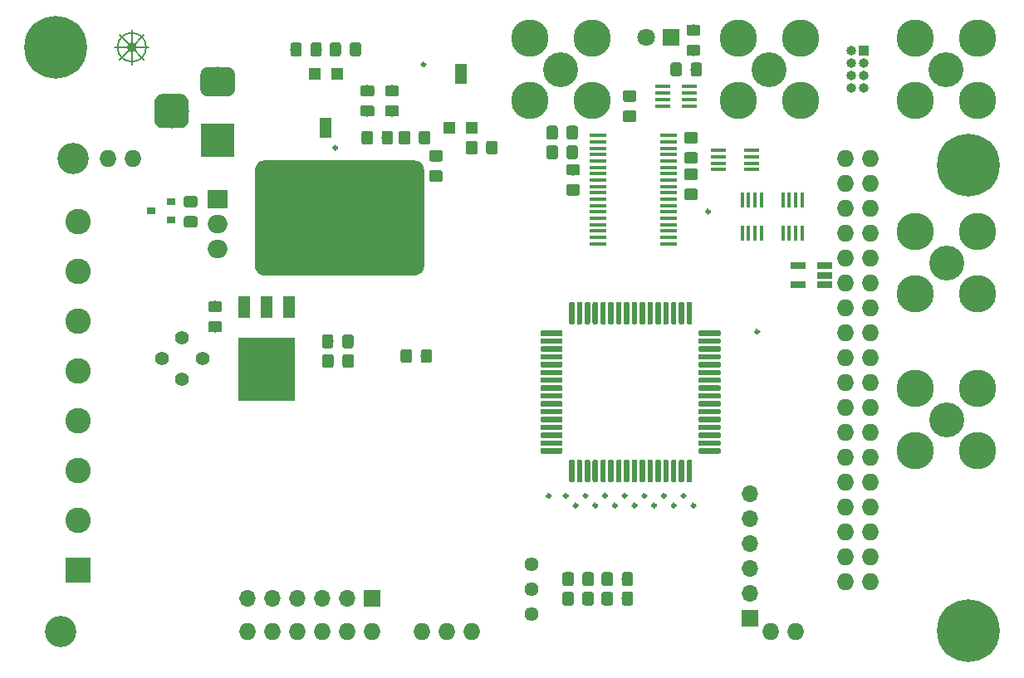
<source format=gbr>
G04 #@! TF.GenerationSoftware,KiCad,Pcbnew,(5.1.2)-1*
G04 #@! TF.CreationDate,2020-03-06T17:55:42-08:00*
G04 #@! TF.ProjectId,FIFO_P,4649464f-5f50-42e6-9b69-6361645f7063,rev?*
G04 #@! TF.SameCoordinates,Original*
G04 #@! TF.FileFunction,Soldermask,Top*
G04 #@! TF.FilePolarity,Negative*
%FSLAX46Y46*%
G04 Gerber Fmt 4.6, Leading zero omitted, Abs format (unit mm)*
G04 Created by KiCad (PCBNEW (5.1.2)-1) date 2020-03-06 17:55:42*
%MOMM*%
%LPD*%
G04 APERTURE LIST*
%ADD10C,0.325000*%
%ADD11C,0.150000*%
%ADD12C,0.500000*%
%ADD13O,1.000000X1.000000*%
%ADD14R,1.000000X1.000000*%
%ADD15C,0.100000*%
%ADD16C,1.150000*%
%ADD17R,1.560000X0.650000*%
%ADD18O,1.700000X1.700000*%
%ADD19R,1.700000X1.700000*%
%ADD20C,1.399924*%
%ADD21C,0.800000*%
%ADD22C,6.400000*%
%ADD23R,0.900000X0.800000*%
%ADD24R,1.750000X0.450000*%
%ADD25O,1.727200X1.727200*%
%ADD26C,3.200000*%
%ADD27R,1.300000X1.300000*%
%ADD28R,1.300000X2.000000*%
%ADD29R,1.560000X0.400000*%
%ADD30R,1.600000X0.300000*%
%ADD31C,3.810000*%
%ADD32C,3.556000*%
%ADD33C,1.440000*%
%ADD34O,2.000000X1.905000*%
%ADD35R,2.000000X1.905000*%
%ADD36O,3.500000X3.500000*%
%ADD37C,3.500000*%
%ADD38C,3.000000*%
%ADD39R,3.500000X3.500000*%
%ADD40C,2.600000*%
%ADD41R,2.600000X2.600000*%
%ADD42R,5.800000X6.400000*%
%ADD43R,1.200000X2.200000*%
%ADD44C,0.550000*%
%ADD45R,0.300000X1.600000*%
%ADD46C,1.800000*%
%ADD47R,1.800000X1.800000*%
%ADD48C,0.254000*%
G04 APERTURE END LIST*
D10*
X144912500Y-98500000D02*
G75*
G03X144912500Y-98500000I-162500J0D01*
G01*
X139912500Y-86250000D02*
G75*
G03X139912500Y-86250000I-162500J0D01*
G01*
X110912500Y-71250000D02*
G75*
G03X110912500Y-71250000I-162500J0D01*
G01*
X101912500Y-79750000D02*
G75*
G03X101912500Y-79750000I-162500J0D01*
G01*
D11*
X82457738Y-69500000D02*
G75*
G03X82457738Y-69500000I-1457738J0D01*
G01*
X81000000Y-69500000D02*
X79250000Y-69500000D01*
X81000000Y-69500000D02*
X79750000Y-68250000D01*
X81000000Y-69500000D02*
X79750000Y-70750000D01*
X81000000Y-69500000D02*
X82250000Y-70750000D01*
X81000000Y-69500000D02*
X81000000Y-71250000D01*
X81000000Y-69500000D02*
X82250000Y-68250000D01*
X81000000Y-69500000D02*
X81000000Y-67750000D01*
X81000000Y-69500000D02*
X82750000Y-69500000D01*
D12*
X81250000Y-69500000D02*
G75*
G03X81250000Y-69500000I-250000J0D01*
G01*
D10*
X123662500Y-115250000D02*
G75*
G03X123662500Y-115250000I-162500J0D01*
G01*
X138412500Y-116250000D02*
G75*
G03X138412500Y-116250000I-162500J0D01*
G01*
X137412500Y-115250000D02*
G75*
G03X137412500Y-115250000I-162500J0D01*
G01*
X136412500Y-116250000D02*
G75*
G03X136412500Y-116250000I-162500J0D01*
G01*
X135412500Y-115250000D02*
G75*
G03X135412500Y-115250000I-162500J0D01*
G01*
X134412500Y-116250000D02*
G75*
G03X134412500Y-116250000I-162500J0D01*
G01*
X133412500Y-115250000D02*
G75*
G03X133412500Y-115250000I-162500J0D01*
G01*
X132412500Y-116250000D02*
G75*
G03X132412500Y-116250000I-162500J0D01*
G01*
X131412500Y-115250000D02*
G75*
G03X131412500Y-115250000I-162500J0D01*
G01*
X130412500Y-116250000D02*
G75*
G03X130412500Y-116250000I-162500J0D01*
G01*
X129412500Y-115250000D02*
G75*
G03X129412500Y-115250000I-162500J0D01*
G01*
X128412500Y-116250000D02*
G75*
G03X128412500Y-116250000I-162500J0D01*
G01*
X127412500Y-115250000D02*
G75*
G03X127412500Y-115250000I-162500J0D01*
G01*
X126412500Y-116250000D02*
G75*
G03X126412500Y-116250000I-162500J0D01*
G01*
X125412500Y-115250000D02*
G75*
G03X125412500Y-115250000I-162500J0D01*
G01*
D13*
X154380000Y-73670000D03*
X155650000Y-73670000D03*
X154380000Y-72400000D03*
X155650000Y-72400000D03*
X154380000Y-71130000D03*
X155650000Y-71130000D03*
X154380000Y-69860000D03*
D14*
X155650000Y-69860000D03*
D15*
G36*
X132224505Y-73901204D02*
G01*
X132248773Y-73904804D01*
X132272572Y-73910765D01*
X132295671Y-73919030D01*
X132317850Y-73929520D01*
X132338893Y-73942132D01*
X132358599Y-73956747D01*
X132376777Y-73973223D01*
X132393253Y-73991401D01*
X132407868Y-74011107D01*
X132420480Y-74032150D01*
X132430970Y-74054329D01*
X132439235Y-74077428D01*
X132445196Y-74101227D01*
X132448796Y-74125495D01*
X132450000Y-74149999D01*
X132450000Y-74800001D01*
X132448796Y-74824505D01*
X132445196Y-74848773D01*
X132439235Y-74872572D01*
X132430970Y-74895671D01*
X132420480Y-74917850D01*
X132407868Y-74938893D01*
X132393253Y-74958599D01*
X132376777Y-74976777D01*
X132358599Y-74993253D01*
X132338893Y-75007868D01*
X132317850Y-75020480D01*
X132295671Y-75030970D01*
X132272572Y-75039235D01*
X132248773Y-75045196D01*
X132224505Y-75048796D01*
X132200001Y-75050000D01*
X131299999Y-75050000D01*
X131275495Y-75048796D01*
X131251227Y-75045196D01*
X131227428Y-75039235D01*
X131204329Y-75030970D01*
X131182150Y-75020480D01*
X131161107Y-75007868D01*
X131141401Y-74993253D01*
X131123223Y-74976777D01*
X131106747Y-74958599D01*
X131092132Y-74938893D01*
X131079520Y-74917850D01*
X131069030Y-74895671D01*
X131060765Y-74872572D01*
X131054804Y-74848773D01*
X131051204Y-74824505D01*
X131050000Y-74800001D01*
X131050000Y-74149999D01*
X131051204Y-74125495D01*
X131054804Y-74101227D01*
X131060765Y-74077428D01*
X131069030Y-74054329D01*
X131079520Y-74032150D01*
X131092132Y-74011107D01*
X131106747Y-73991401D01*
X131123223Y-73973223D01*
X131141401Y-73956747D01*
X131161107Y-73942132D01*
X131182150Y-73929520D01*
X131204329Y-73919030D01*
X131227428Y-73910765D01*
X131251227Y-73904804D01*
X131275495Y-73901204D01*
X131299999Y-73900000D01*
X132200001Y-73900000D01*
X132224505Y-73901204D01*
X132224505Y-73901204D01*
G37*
D16*
X131750000Y-74475000D03*
D15*
G36*
X132224505Y-75951204D02*
G01*
X132248773Y-75954804D01*
X132272572Y-75960765D01*
X132295671Y-75969030D01*
X132317850Y-75979520D01*
X132338893Y-75992132D01*
X132358599Y-76006747D01*
X132376777Y-76023223D01*
X132393253Y-76041401D01*
X132407868Y-76061107D01*
X132420480Y-76082150D01*
X132430970Y-76104329D01*
X132439235Y-76127428D01*
X132445196Y-76151227D01*
X132448796Y-76175495D01*
X132450000Y-76199999D01*
X132450000Y-76850001D01*
X132448796Y-76874505D01*
X132445196Y-76898773D01*
X132439235Y-76922572D01*
X132430970Y-76945671D01*
X132420480Y-76967850D01*
X132407868Y-76988893D01*
X132393253Y-77008599D01*
X132376777Y-77026777D01*
X132358599Y-77043253D01*
X132338893Y-77057868D01*
X132317850Y-77070480D01*
X132295671Y-77080970D01*
X132272572Y-77089235D01*
X132248773Y-77095196D01*
X132224505Y-77098796D01*
X132200001Y-77100000D01*
X131299999Y-77100000D01*
X131275495Y-77098796D01*
X131251227Y-77095196D01*
X131227428Y-77089235D01*
X131204329Y-77080970D01*
X131182150Y-77070480D01*
X131161107Y-77057868D01*
X131141401Y-77043253D01*
X131123223Y-77026777D01*
X131106747Y-77008599D01*
X131092132Y-76988893D01*
X131079520Y-76967850D01*
X131069030Y-76945671D01*
X131060765Y-76922572D01*
X131054804Y-76898773D01*
X131051204Y-76874505D01*
X131050000Y-76850001D01*
X131050000Y-76199999D01*
X131051204Y-76175495D01*
X131054804Y-76151227D01*
X131060765Y-76127428D01*
X131069030Y-76104329D01*
X131079520Y-76082150D01*
X131092132Y-76061107D01*
X131106747Y-76041401D01*
X131123223Y-76023223D01*
X131141401Y-76006747D01*
X131161107Y-75992132D01*
X131182150Y-75979520D01*
X131204329Y-75969030D01*
X131227428Y-75960765D01*
X131251227Y-75954804D01*
X131275495Y-75951204D01*
X131299999Y-75950000D01*
X132200001Y-75950000D01*
X132224505Y-75951204D01*
X132224505Y-75951204D01*
G37*
D16*
X131750000Y-76525000D03*
D17*
X148900000Y-93700000D03*
X148900000Y-91800000D03*
X151600000Y-91800000D03*
X151600000Y-92750000D03*
X151600000Y-93700000D03*
D18*
X144000000Y-115050000D03*
X144000000Y-117590000D03*
X144000000Y-120130000D03*
X144000000Y-122670000D03*
X144000000Y-125210000D03*
D19*
X144000000Y-127750000D03*
D20*
X84035644Y-101250000D03*
X86142822Y-103357178D03*
X86142822Y-99142822D03*
X88250000Y-101250000D03*
D21*
X167947056Y-79802944D03*
X166250000Y-79100000D03*
X164552944Y-79802944D03*
X163850000Y-81500000D03*
X164552944Y-83197056D03*
X166250000Y-83900000D03*
X167947056Y-83197056D03*
X168650000Y-81500000D03*
D22*
X166250000Y-81500000D03*
D23*
X83000000Y-86200000D03*
X85000000Y-85250000D03*
X85000000Y-87150000D03*
D24*
X135700000Y-78500000D03*
X135700000Y-79150000D03*
X135700000Y-79800000D03*
X135700000Y-80450000D03*
X135700000Y-81100000D03*
X135700000Y-81750000D03*
X135700000Y-82400000D03*
X135700000Y-83050000D03*
X128500000Y-78500000D03*
X128500000Y-79150000D03*
X128500000Y-79800000D03*
X128500000Y-80450000D03*
X128500000Y-81100000D03*
X128500000Y-81750000D03*
X128500000Y-82400000D03*
X128500000Y-83050000D03*
X128500000Y-83700000D03*
X128500000Y-84350000D03*
X128500000Y-85000000D03*
X128500000Y-85650000D03*
X128500000Y-86300000D03*
X128500000Y-86950000D03*
X128500000Y-89550000D03*
X128500000Y-88900000D03*
X128500000Y-88250000D03*
X128500000Y-87600000D03*
X135700000Y-89550000D03*
X135700000Y-88900000D03*
X135700000Y-88250000D03*
X135700000Y-87600000D03*
X135700000Y-86950000D03*
X135700000Y-86300000D03*
X135700000Y-85650000D03*
X135700000Y-85000000D03*
X135700000Y-84350000D03*
X135699180Y-83700360D03*
D15*
G36*
X136849505Y-71051204D02*
G01*
X136873773Y-71054804D01*
X136897572Y-71060765D01*
X136920671Y-71069030D01*
X136942850Y-71079520D01*
X136963893Y-71092132D01*
X136983599Y-71106747D01*
X137001777Y-71123223D01*
X137018253Y-71141401D01*
X137032868Y-71161107D01*
X137045480Y-71182150D01*
X137055970Y-71204329D01*
X137064235Y-71227428D01*
X137070196Y-71251227D01*
X137073796Y-71275495D01*
X137075000Y-71299999D01*
X137075000Y-72200001D01*
X137073796Y-72224505D01*
X137070196Y-72248773D01*
X137064235Y-72272572D01*
X137055970Y-72295671D01*
X137045480Y-72317850D01*
X137032868Y-72338893D01*
X137018253Y-72358599D01*
X137001777Y-72376777D01*
X136983599Y-72393253D01*
X136963893Y-72407868D01*
X136942850Y-72420480D01*
X136920671Y-72430970D01*
X136897572Y-72439235D01*
X136873773Y-72445196D01*
X136849505Y-72448796D01*
X136825001Y-72450000D01*
X136174999Y-72450000D01*
X136150495Y-72448796D01*
X136126227Y-72445196D01*
X136102428Y-72439235D01*
X136079329Y-72430970D01*
X136057150Y-72420480D01*
X136036107Y-72407868D01*
X136016401Y-72393253D01*
X135998223Y-72376777D01*
X135981747Y-72358599D01*
X135967132Y-72338893D01*
X135954520Y-72317850D01*
X135944030Y-72295671D01*
X135935765Y-72272572D01*
X135929804Y-72248773D01*
X135926204Y-72224505D01*
X135925000Y-72200001D01*
X135925000Y-71299999D01*
X135926204Y-71275495D01*
X135929804Y-71251227D01*
X135935765Y-71227428D01*
X135944030Y-71204329D01*
X135954520Y-71182150D01*
X135967132Y-71161107D01*
X135981747Y-71141401D01*
X135998223Y-71123223D01*
X136016401Y-71106747D01*
X136036107Y-71092132D01*
X136057150Y-71079520D01*
X136079329Y-71069030D01*
X136102428Y-71060765D01*
X136126227Y-71054804D01*
X136150495Y-71051204D01*
X136174999Y-71050000D01*
X136825001Y-71050000D01*
X136849505Y-71051204D01*
X136849505Y-71051204D01*
G37*
D16*
X136500000Y-71750000D03*
D15*
G36*
X138899505Y-71051204D02*
G01*
X138923773Y-71054804D01*
X138947572Y-71060765D01*
X138970671Y-71069030D01*
X138992850Y-71079520D01*
X139013893Y-71092132D01*
X139033599Y-71106747D01*
X139051777Y-71123223D01*
X139068253Y-71141401D01*
X139082868Y-71161107D01*
X139095480Y-71182150D01*
X139105970Y-71204329D01*
X139114235Y-71227428D01*
X139120196Y-71251227D01*
X139123796Y-71275495D01*
X139125000Y-71299999D01*
X139125000Y-72200001D01*
X139123796Y-72224505D01*
X139120196Y-72248773D01*
X139114235Y-72272572D01*
X139105970Y-72295671D01*
X139095480Y-72317850D01*
X139082868Y-72338893D01*
X139068253Y-72358599D01*
X139051777Y-72376777D01*
X139033599Y-72393253D01*
X139013893Y-72407868D01*
X138992850Y-72420480D01*
X138970671Y-72430970D01*
X138947572Y-72439235D01*
X138923773Y-72445196D01*
X138899505Y-72448796D01*
X138875001Y-72450000D01*
X138224999Y-72450000D01*
X138200495Y-72448796D01*
X138176227Y-72445196D01*
X138152428Y-72439235D01*
X138129329Y-72430970D01*
X138107150Y-72420480D01*
X138086107Y-72407868D01*
X138066401Y-72393253D01*
X138048223Y-72376777D01*
X138031747Y-72358599D01*
X138017132Y-72338893D01*
X138004520Y-72317850D01*
X137994030Y-72295671D01*
X137985765Y-72272572D01*
X137979804Y-72248773D01*
X137976204Y-72224505D01*
X137975000Y-72200001D01*
X137975000Y-71299999D01*
X137976204Y-71275495D01*
X137979804Y-71251227D01*
X137985765Y-71227428D01*
X137994030Y-71204329D01*
X138004520Y-71182150D01*
X138017132Y-71161107D01*
X138031747Y-71141401D01*
X138048223Y-71123223D01*
X138066401Y-71106747D01*
X138086107Y-71092132D01*
X138107150Y-71079520D01*
X138129329Y-71069030D01*
X138152428Y-71060765D01*
X138176227Y-71054804D01*
X138200495Y-71051204D01*
X138224999Y-71050000D01*
X138875001Y-71050000D01*
X138899505Y-71051204D01*
X138899505Y-71051204D01*
G37*
D16*
X138550000Y-71750000D03*
D21*
X74947056Y-67802944D03*
X73250000Y-67100000D03*
X71552944Y-67802944D03*
X70850000Y-69500000D03*
X71552944Y-71197056D03*
X73250000Y-71900000D03*
X74947056Y-71197056D03*
X75650000Y-69500000D03*
D22*
X73250000Y-69500000D03*
D21*
X167947056Y-127302944D03*
X166250000Y-126600000D03*
X164552944Y-127302944D03*
X163850000Y-129000000D03*
X164552944Y-130697056D03*
X166250000Y-131400000D03*
X167947056Y-130697056D03*
X168650000Y-129000000D03*
D22*
X166250000Y-129000000D03*
D25*
X105492400Y-129082180D03*
X156292400Y-124002180D03*
X153752400Y-124002180D03*
X156292400Y-121462180D03*
X153752400Y-121462180D03*
X156292400Y-118922180D03*
X153752400Y-118922180D03*
X156292400Y-116382180D03*
X153752400Y-116382180D03*
X156292400Y-113842180D03*
X153752400Y-113842180D03*
X156292400Y-111302180D03*
X153752400Y-111302180D03*
X156292400Y-108762180D03*
X153752400Y-108762180D03*
X156292400Y-106222180D03*
X153752400Y-106222180D03*
X156292400Y-103682180D03*
X153752400Y-103682180D03*
X156292400Y-101142180D03*
X153752400Y-101142180D03*
X156292400Y-98602180D03*
X153752400Y-98602180D03*
X156292400Y-96062180D03*
X153752400Y-96062180D03*
X156292400Y-93522180D03*
X153752400Y-93522180D03*
X156292400Y-90982180D03*
X153752400Y-90982180D03*
X156292400Y-88442180D03*
X153752400Y-88442180D03*
X156292400Y-85902180D03*
X153752400Y-85902180D03*
X156292400Y-83362180D03*
X153752400Y-83362180D03*
X156292400Y-80822180D03*
X153752400Y-80822180D03*
X146132400Y-129082180D03*
X148672400Y-129082180D03*
X113112400Y-129082180D03*
X81108400Y-80822180D03*
X78568400Y-80822180D03*
D26*
X73742400Y-129082180D03*
X75012400Y-80822180D03*
D25*
X97872400Y-129082180D03*
X100412400Y-129082180D03*
X102952400Y-129082180D03*
X110572400Y-129082180D03*
X115652400Y-129082180D03*
X92792400Y-129082180D03*
X95332400Y-129082180D03*
D18*
X92800000Y-125750000D03*
X95340000Y-125750000D03*
X97880000Y-125750000D03*
X100420000Y-125750000D03*
X102960000Y-125750000D03*
D19*
X105500000Y-125750000D03*
D15*
G36*
X138724505Y-69226203D02*
G01*
X138748773Y-69229803D01*
X138772572Y-69235764D01*
X138795671Y-69244029D01*
X138817850Y-69254519D01*
X138838893Y-69267131D01*
X138858599Y-69281746D01*
X138876777Y-69298222D01*
X138893253Y-69316400D01*
X138907868Y-69336106D01*
X138920480Y-69357149D01*
X138930970Y-69379328D01*
X138939235Y-69402427D01*
X138945196Y-69426226D01*
X138948796Y-69450494D01*
X138950000Y-69474998D01*
X138950000Y-70125000D01*
X138948796Y-70149504D01*
X138945196Y-70173772D01*
X138939235Y-70197571D01*
X138930970Y-70220670D01*
X138920480Y-70242849D01*
X138907868Y-70263892D01*
X138893253Y-70283598D01*
X138876777Y-70301776D01*
X138858599Y-70318252D01*
X138838893Y-70332867D01*
X138817850Y-70345479D01*
X138795671Y-70355969D01*
X138772572Y-70364234D01*
X138748773Y-70370195D01*
X138724505Y-70373795D01*
X138700001Y-70374999D01*
X137799999Y-70374999D01*
X137775495Y-70373795D01*
X137751227Y-70370195D01*
X137727428Y-70364234D01*
X137704329Y-70355969D01*
X137682150Y-70345479D01*
X137661107Y-70332867D01*
X137641401Y-70318252D01*
X137623223Y-70301776D01*
X137606747Y-70283598D01*
X137592132Y-70263892D01*
X137579520Y-70242849D01*
X137569030Y-70220670D01*
X137560765Y-70197571D01*
X137554804Y-70173772D01*
X137551204Y-70149504D01*
X137550000Y-70125000D01*
X137550000Y-69474998D01*
X137551204Y-69450494D01*
X137554804Y-69426226D01*
X137560765Y-69402427D01*
X137569030Y-69379328D01*
X137579520Y-69357149D01*
X137592132Y-69336106D01*
X137606747Y-69316400D01*
X137623223Y-69298222D01*
X137641401Y-69281746D01*
X137661107Y-69267131D01*
X137682150Y-69254519D01*
X137704329Y-69244029D01*
X137727428Y-69235764D01*
X137751227Y-69229803D01*
X137775495Y-69226203D01*
X137799999Y-69224999D01*
X138700001Y-69224999D01*
X138724505Y-69226203D01*
X138724505Y-69226203D01*
G37*
D16*
X138250000Y-69799999D03*
D15*
G36*
X138724505Y-67176203D02*
G01*
X138748773Y-67179803D01*
X138772572Y-67185764D01*
X138795671Y-67194029D01*
X138817850Y-67204519D01*
X138838893Y-67217131D01*
X138858599Y-67231746D01*
X138876777Y-67248222D01*
X138893253Y-67266400D01*
X138907868Y-67286106D01*
X138920480Y-67307149D01*
X138930970Y-67329328D01*
X138939235Y-67352427D01*
X138945196Y-67376226D01*
X138948796Y-67400494D01*
X138950000Y-67424998D01*
X138950000Y-68075000D01*
X138948796Y-68099504D01*
X138945196Y-68123772D01*
X138939235Y-68147571D01*
X138930970Y-68170670D01*
X138920480Y-68192849D01*
X138907868Y-68213892D01*
X138893253Y-68233598D01*
X138876777Y-68251776D01*
X138858599Y-68268252D01*
X138838893Y-68282867D01*
X138817850Y-68295479D01*
X138795671Y-68305969D01*
X138772572Y-68314234D01*
X138748773Y-68320195D01*
X138724505Y-68323795D01*
X138700001Y-68324999D01*
X137799999Y-68324999D01*
X137775495Y-68323795D01*
X137751227Y-68320195D01*
X137727428Y-68314234D01*
X137704329Y-68305969D01*
X137682150Y-68295479D01*
X137661107Y-68282867D01*
X137641401Y-68268252D01*
X137623223Y-68251776D01*
X137606747Y-68233598D01*
X137592132Y-68213892D01*
X137579520Y-68192849D01*
X137569030Y-68170670D01*
X137560765Y-68147571D01*
X137554804Y-68123772D01*
X137551204Y-68099504D01*
X137550000Y-68075000D01*
X137550000Y-67424998D01*
X137551204Y-67400494D01*
X137554804Y-67376226D01*
X137560765Y-67352427D01*
X137569030Y-67329328D01*
X137579520Y-67307149D01*
X137592132Y-67286106D01*
X137606747Y-67266400D01*
X137623223Y-67248222D01*
X137641401Y-67231746D01*
X137661107Y-67217131D01*
X137682150Y-67204519D01*
X137704329Y-67194029D01*
X137727428Y-67185764D01*
X137751227Y-67179803D01*
X137775495Y-67176203D01*
X137799999Y-67174999D01*
X138700001Y-67174999D01*
X138724505Y-67176203D01*
X138724505Y-67176203D01*
G37*
D16*
X138250000Y-67749999D03*
D27*
X115670889Y-77715254D03*
D28*
X114520889Y-72215254D03*
D27*
X113370889Y-77715254D03*
X99620890Y-72215254D03*
D28*
X100770890Y-77715254D03*
D27*
X101920890Y-72215254D03*
D29*
X137850000Y-73520000D03*
X137850000Y-74170000D03*
X137850000Y-74830000D03*
X137850000Y-75480000D03*
X135150000Y-75480000D03*
X135150000Y-74830000D03*
X135150000Y-74170000D03*
X135150000Y-73520000D03*
D30*
X140800000Y-81975001D03*
X140800000Y-81325001D03*
X140800000Y-80675001D03*
X140800000Y-80025001D03*
X144200000Y-80025001D03*
X144200000Y-80675001D03*
X144200000Y-81325001D03*
X144200000Y-81975001D03*
D15*
G36*
X118059481Y-79034225D02*
G01*
X118083749Y-79037825D01*
X118107548Y-79043786D01*
X118130647Y-79052051D01*
X118152826Y-79062541D01*
X118173869Y-79075153D01*
X118193575Y-79089768D01*
X118211753Y-79106244D01*
X118228229Y-79124422D01*
X118242844Y-79144128D01*
X118255456Y-79165171D01*
X118265946Y-79187350D01*
X118274211Y-79210449D01*
X118280172Y-79234248D01*
X118283772Y-79258516D01*
X118284976Y-79283020D01*
X118284976Y-80183022D01*
X118283772Y-80207526D01*
X118280172Y-80231794D01*
X118274211Y-80255593D01*
X118265946Y-80278692D01*
X118255456Y-80300871D01*
X118242844Y-80321914D01*
X118228229Y-80341620D01*
X118211753Y-80359798D01*
X118193575Y-80376274D01*
X118173869Y-80390889D01*
X118152826Y-80403501D01*
X118130647Y-80413991D01*
X118107548Y-80422256D01*
X118083749Y-80428217D01*
X118059481Y-80431817D01*
X118034977Y-80433021D01*
X117384975Y-80433021D01*
X117360471Y-80431817D01*
X117336203Y-80428217D01*
X117312404Y-80422256D01*
X117289305Y-80413991D01*
X117267126Y-80403501D01*
X117246083Y-80390889D01*
X117226377Y-80376274D01*
X117208199Y-80359798D01*
X117191723Y-80341620D01*
X117177108Y-80321914D01*
X117164496Y-80300871D01*
X117154006Y-80278692D01*
X117145741Y-80255593D01*
X117139780Y-80231794D01*
X117136180Y-80207526D01*
X117134976Y-80183022D01*
X117134976Y-79283020D01*
X117136180Y-79258516D01*
X117139780Y-79234248D01*
X117145741Y-79210449D01*
X117154006Y-79187350D01*
X117164496Y-79165171D01*
X117177108Y-79144128D01*
X117191723Y-79124422D01*
X117208199Y-79106244D01*
X117226377Y-79089768D01*
X117246083Y-79075153D01*
X117267126Y-79062541D01*
X117289305Y-79052051D01*
X117312404Y-79043786D01*
X117336203Y-79037825D01*
X117360471Y-79034225D01*
X117384975Y-79033021D01*
X118034977Y-79033021D01*
X118059481Y-79034225D01*
X118059481Y-79034225D01*
G37*
D16*
X117709976Y-79733021D03*
D15*
G36*
X116009481Y-79034225D02*
G01*
X116033749Y-79037825D01*
X116057548Y-79043786D01*
X116080647Y-79052051D01*
X116102826Y-79062541D01*
X116123869Y-79075153D01*
X116143575Y-79089768D01*
X116161753Y-79106244D01*
X116178229Y-79124422D01*
X116192844Y-79144128D01*
X116205456Y-79165171D01*
X116215946Y-79187350D01*
X116224211Y-79210449D01*
X116230172Y-79234248D01*
X116233772Y-79258516D01*
X116234976Y-79283020D01*
X116234976Y-80183022D01*
X116233772Y-80207526D01*
X116230172Y-80231794D01*
X116224211Y-80255593D01*
X116215946Y-80278692D01*
X116205456Y-80300871D01*
X116192844Y-80321914D01*
X116178229Y-80341620D01*
X116161753Y-80359798D01*
X116143575Y-80376274D01*
X116123869Y-80390889D01*
X116102826Y-80403501D01*
X116080647Y-80413991D01*
X116057548Y-80422256D01*
X116033749Y-80428217D01*
X116009481Y-80431817D01*
X115984977Y-80433021D01*
X115334975Y-80433021D01*
X115310471Y-80431817D01*
X115286203Y-80428217D01*
X115262404Y-80422256D01*
X115239305Y-80413991D01*
X115217126Y-80403501D01*
X115196083Y-80390889D01*
X115176377Y-80376274D01*
X115158199Y-80359798D01*
X115141723Y-80341620D01*
X115127108Y-80321914D01*
X115114496Y-80300871D01*
X115104006Y-80278692D01*
X115095741Y-80255593D01*
X115089780Y-80231794D01*
X115086180Y-80207526D01*
X115084976Y-80183022D01*
X115084976Y-79283020D01*
X115086180Y-79258516D01*
X115089780Y-79234248D01*
X115095741Y-79210449D01*
X115104006Y-79187350D01*
X115114496Y-79165171D01*
X115127108Y-79144128D01*
X115141723Y-79124422D01*
X115158199Y-79106244D01*
X115176377Y-79089768D01*
X115196083Y-79075153D01*
X115217126Y-79062541D01*
X115239305Y-79052051D01*
X115262404Y-79043786D01*
X115286203Y-79037825D01*
X115310471Y-79034225D01*
X115334975Y-79033021D01*
X115984977Y-79033021D01*
X116009481Y-79034225D01*
X116009481Y-79034225D01*
G37*
D16*
X115659976Y-79733021D03*
D15*
G36*
X104145395Y-69016458D02*
G01*
X104169663Y-69020058D01*
X104193462Y-69026019D01*
X104216561Y-69034284D01*
X104238740Y-69044774D01*
X104259783Y-69057386D01*
X104279489Y-69072001D01*
X104297667Y-69088477D01*
X104314143Y-69106655D01*
X104328758Y-69126361D01*
X104341370Y-69147404D01*
X104351860Y-69169583D01*
X104360125Y-69192682D01*
X104366086Y-69216481D01*
X104369686Y-69240749D01*
X104370890Y-69265253D01*
X104370890Y-70165255D01*
X104369686Y-70189759D01*
X104366086Y-70214027D01*
X104360125Y-70237826D01*
X104351860Y-70260925D01*
X104341370Y-70283104D01*
X104328758Y-70304147D01*
X104314143Y-70323853D01*
X104297667Y-70342031D01*
X104279489Y-70358507D01*
X104259783Y-70373122D01*
X104238740Y-70385734D01*
X104216561Y-70396224D01*
X104193462Y-70404489D01*
X104169663Y-70410450D01*
X104145395Y-70414050D01*
X104120891Y-70415254D01*
X103470889Y-70415254D01*
X103446385Y-70414050D01*
X103422117Y-70410450D01*
X103398318Y-70404489D01*
X103375219Y-70396224D01*
X103353040Y-70385734D01*
X103331997Y-70373122D01*
X103312291Y-70358507D01*
X103294113Y-70342031D01*
X103277637Y-70323853D01*
X103263022Y-70304147D01*
X103250410Y-70283104D01*
X103239920Y-70260925D01*
X103231655Y-70237826D01*
X103225694Y-70214027D01*
X103222094Y-70189759D01*
X103220890Y-70165255D01*
X103220890Y-69265253D01*
X103222094Y-69240749D01*
X103225694Y-69216481D01*
X103231655Y-69192682D01*
X103239920Y-69169583D01*
X103250410Y-69147404D01*
X103263022Y-69126361D01*
X103277637Y-69106655D01*
X103294113Y-69088477D01*
X103312291Y-69072001D01*
X103331997Y-69057386D01*
X103353040Y-69044774D01*
X103375219Y-69034284D01*
X103398318Y-69026019D01*
X103422117Y-69020058D01*
X103446385Y-69016458D01*
X103470889Y-69015254D01*
X104120891Y-69015254D01*
X104145395Y-69016458D01*
X104145395Y-69016458D01*
G37*
D16*
X103795890Y-69715254D03*
D15*
G36*
X102095395Y-69016458D02*
G01*
X102119663Y-69020058D01*
X102143462Y-69026019D01*
X102166561Y-69034284D01*
X102188740Y-69044774D01*
X102209783Y-69057386D01*
X102229489Y-69072001D01*
X102247667Y-69088477D01*
X102264143Y-69106655D01*
X102278758Y-69126361D01*
X102291370Y-69147404D01*
X102301860Y-69169583D01*
X102310125Y-69192682D01*
X102316086Y-69216481D01*
X102319686Y-69240749D01*
X102320890Y-69265253D01*
X102320890Y-70165255D01*
X102319686Y-70189759D01*
X102316086Y-70214027D01*
X102310125Y-70237826D01*
X102301860Y-70260925D01*
X102291370Y-70283104D01*
X102278758Y-70304147D01*
X102264143Y-70323853D01*
X102247667Y-70342031D01*
X102229489Y-70358507D01*
X102209783Y-70373122D01*
X102188740Y-70385734D01*
X102166561Y-70396224D01*
X102143462Y-70404489D01*
X102119663Y-70410450D01*
X102095395Y-70414050D01*
X102070891Y-70415254D01*
X101420889Y-70415254D01*
X101396385Y-70414050D01*
X101372117Y-70410450D01*
X101348318Y-70404489D01*
X101325219Y-70396224D01*
X101303040Y-70385734D01*
X101281997Y-70373122D01*
X101262291Y-70358507D01*
X101244113Y-70342031D01*
X101227637Y-70323853D01*
X101213022Y-70304147D01*
X101200410Y-70283104D01*
X101189920Y-70260925D01*
X101181655Y-70237826D01*
X101175694Y-70214027D01*
X101172094Y-70189759D01*
X101170890Y-70165255D01*
X101170890Y-69265253D01*
X101172094Y-69240749D01*
X101175694Y-69216481D01*
X101181655Y-69192682D01*
X101189920Y-69169583D01*
X101200410Y-69147404D01*
X101213022Y-69126361D01*
X101227637Y-69106655D01*
X101244113Y-69088477D01*
X101262291Y-69072001D01*
X101281997Y-69057386D01*
X101303040Y-69044774D01*
X101325219Y-69034284D01*
X101348318Y-69026019D01*
X101372117Y-69020058D01*
X101396385Y-69016458D01*
X101420889Y-69015254D01*
X102070891Y-69015254D01*
X102095395Y-69016458D01*
X102095395Y-69016458D01*
G37*
D16*
X101745890Y-69715254D03*
D15*
G36*
X105495394Y-73366458D02*
G01*
X105519662Y-73370058D01*
X105543461Y-73376019D01*
X105566560Y-73384284D01*
X105588739Y-73394774D01*
X105609782Y-73407386D01*
X105629488Y-73422001D01*
X105647666Y-73438477D01*
X105664142Y-73456655D01*
X105678757Y-73476361D01*
X105691369Y-73497404D01*
X105701859Y-73519583D01*
X105710124Y-73542682D01*
X105716085Y-73566481D01*
X105719685Y-73590749D01*
X105720889Y-73615253D01*
X105720889Y-74265255D01*
X105719685Y-74289759D01*
X105716085Y-74314027D01*
X105710124Y-74337826D01*
X105701859Y-74360925D01*
X105691369Y-74383104D01*
X105678757Y-74404147D01*
X105664142Y-74423853D01*
X105647666Y-74442031D01*
X105629488Y-74458507D01*
X105609782Y-74473122D01*
X105588739Y-74485734D01*
X105566560Y-74496224D01*
X105543461Y-74504489D01*
X105519662Y-74510450D01*
X105495394Y-74514050D01*
X105470890Y-74515254D01*
X104570888Y-74515254D01*
X104546384Y-74514050D01*
X104522116Y-74510450D01*
X104498317Y-74504489D01*
X104475218Y-74496224D01*
X104453039Y-74485734D01*
X104431996Y-74473122D01*
X104412290Y-74458507D01*
X104394112Y-74442031D01*
X104377636Y-74423853D01*
X104363021Y-74404147D01*
X104350409Y-74383104D01*
X104339919Y-74360925D01*
X104331654Y-74337826D01*
X104325693Y-74314027D01*
X104322093Y-74289759D01*
X104320889Y-74265255D01*
X104320889Y-73615253D01*
X104322093Y-73590749D01*
X104325693Y-73566481D01*
X104331654Y-73542682D01*
X104339919Y-73519583D01*
X104350409Y-73497404D01*
X104363021Y-73476361D01*
X104377636Y-73456655D01*
X104394112Y-73438477D01*
X104412290Y-73422001D01*
X104431996Y-73407386D01*
X104453039Y-73394774D01*
X104475218Y-73384284D01*
X104498317Y-73376019D01*
X104522116Y-73370058D01*
X104546384Y-73366458D01*
X104570888Y-73365254D01*
X105470890Y-73365254D01*
X105495394Y-73366458D01*
X105495394Y-73366458D01*
G37*
D16*
X105020889Y-73940254D03*
D15*
G36*
X105495394Y-75416458D02*
G01*
X105519662Y-75420058D01*
X105543461Y-75426019D01*
X105566560Y-75434284D01*
X105588739Y-75444774D01*
X105609782Y-75457386D01*
X105629488Y-75472001D01*
X105647666Y-75488477D01*
X105664142Y-75506655D01*
X105678757Y-75526361D01*
X105691369Y-75547404D01*
X105701859Y-75569583D01*
X105710124Y-75592682D01*
X105716085Y-75616481D01*
X105719685Y-75640749D01*
X105720889Y-75665253D01*
X105720889Y-76315255D01*
X105719685Y-76339759D01*
X105716085Y-76364027D01*
X105710124Y-76387826D01*
X105701859Y-76410925D01*
X105691369Y-76433104D01*
X105678757Y-76454147D01*
X105664142Y-76473853D01*
X105647666Y-76492031D01*
X105629488Y-76508507D01*
X105609782Y-76523122D01*
X105588739Y-76535734D01*
X105566560Y-76546224D01*
X105543461Y-76554489D01*
X105519662Y-76560450D01*
X105495394Y-76564050D01*
X105470890Y-76565254D01*
X104570888Y-76565254D01*
X104546384Y-76564050D01*
X104522116Y-76560450D01*
X104498317Y-76554489D01*
X104475218Y-76546224D01*
X104453039Y-76535734D01*
X104431996Y-76523122D01*
X104412290Y-76508507D01*
X104394112Y-76492031D01*
X104377636Y-76473853D01*
X104363021Y-76454147D01*
X104350409Y-76433104D01*
X104339919Y-76410925D01*
X104331654Y-76387826D01*
X104325693Y-76364027D01*
X104322093Y-76339759D01*
X104320889Y-76315255D01*
X104320889Y-75665253D01*
X104322093Y-75640749D01*
X104325693Y-75616481D01*
X104331654Y-75592682D01*
X104339919Y-75569583D01*
X104350409Y-75547404D01*
X104363021Y-75526361D01*
X104377636Y-75506655D01*
X104394112Y-75488477D01*
X104412290Y-75472001D01*
X104431996Y-75457386D01*
X104453039Y-75444774D01*
X104475218Y-75434284D01*
X104498317Y-75426019D01*
X104522116Y-75420058D01*
X104546384Y-75416458D01*
X104570888Y-75415254D01*
X105470890Y-75415254D01*
X105495394Y-75416458D01*
X105495394Y-75416458D01*
G37*
D16*
X105020889Y-75990254D03*
D15*
G36*
X98095393Y-69016458D02*
G01*
X98119661Y-69020058D01*
X98143460Y-69026019D01*
X98166559Y-69034284D01*
X98188738Y-69044774D01*
X98209781Y-69057386D01*
X98229487Y-69072001D01*
X98247665Y-69088477D01*
X98264141Y-69106655D01*
X98278756Y-69126361D01*
X98291368Y-69147404D01*
X98301858Y-69169583D01*
X98310123Y-69192682D01*
X98316084Y-69216481D01*
X98319684Y-69240749D01*
X98320888Y-69265253D01*
X98320888Y-70165255D01*
X98319684Y-70189759D01*
X98316084Y-70214027D01*
X98310123Y-70237826D01*
X98301858Y-70260925D01*
X98291368Y-70283104D01*
X98278756Y-70304147D01*
X98264141Y-70323853D01*
X98247665Y-70342031D01*
X98229487Y-70358507D01*
X98209781Y-70373122D01*
X98188738Y-70385734D01*
X98166559Y-70396224D01*
X98143460Y-70404489D01*
X98119661Y-70410450D01*
X98095393Y-70414050D01*
X98070889Y-70415254D01*
X97420887Y-70415254D01*
X97396383Y-70414050D01*
X97372115Y-70410450D01*
X97348316Y-70404489D01*
X97325217Y-70396224D01*
X97303038Y-70385734D01*
X97281995Y-70373122D01*
X97262289Y-70358507D01*
X97244111Y-70342031D01*
X97227635Y-70323853D01*
X97213020Y-70304147D01*
X97200408Y-70283104D01*
X97189918Y-70260925D01*
X97181653Y-70237826D01*
X97175692Y-70214027D01*
X97172092Y-70189759D01*
X97170888Y-70165255D01*
X97170888Y-69265253D01*
X97172092Y-69240749D01*
X97175692Y-69216481D01*
X97181653Y-69192682D01*
X97189918Y-69169583D01*
X97200408Y-69147404D01*
X97213020Y-69126361D01*
X97227635Y-69106655D01*
X97244111Y-69088477D01*
X97262289Y-69072001D01*
X97281995Y-69057386D01*
X97303038Y-69044774D01*
X97325217Y-69034284D01*
X97348316Y-69026019D01*
X97372115Y-69020058D01*
X97396383Y-69016458D01*
X97420887Y-69015254D01*
X98070889Y-69015254D01*
X98095393Y-69016458D01*
X98095393Y-69016458D01*
G37*
D16*
X97745888Y-69715254D03*
D15*
G36*
X100145393Y-69016458D02*
G01*
X100169661Y-69020058D01*
X100193460Y-69026019D01*
X100216559Y-69034284D01*
X100238738Y-69044774D01*
X100259781Y-69057386D01*
X100279487Y-69072001D01*
X100297665Y-69088477D01*
X100314141Y-69106655D01*
X100328756Y-69126361D01*
X100341368Y-69147404D01*
X100351858Y-69169583D01*
X100360123Y-69192682D01*
X100366084Y-69216481D01*
X100369684Y-69240749D01*
X100370888Y-69265253D01*
X100370888Y-70165255D01*
X100369684Y-70189759D01*
X100366084Y-70214027D01*
X100360123Y-70237826D01*
X100351858Y-70260925D01*
X100341368Y-70283104D01*
X100328756Y-70304147D01*
X100314141Y-70323853D01*
X100297665Y-70342031D01*
X100279487Y-70358507D01*
X100259781Y-70373122D01*
X100238738Y-70385734D01*
X100216559Y-70396224D01*
X100193460Y-70404489D01*
X100169661Y-70410450D01*
X100145393Y-70414050D01*
X100120889Y-70415254D01*
X99470887Y-70415254D01*
X99446383Y-70414050D01*
X99422115Y-70410450D01*
X99398316Y-70404489D01*
X99375217Y-70396224D01*
X99353038Y-70385734D01*
X99331995Y-70373122D01*
X99312289Y-70358507D01*
X99294111Y-70342031D01*
X99277635Y-70323853D01*
X99263020Y-70304147D01*
X99250408Y-70283104D01*
X99239918Y-70260925D01*
X99231653Y-70237826D01*
X99225692Y-70214027D01*
X99222092Y-70189759D01*
X99220888Y-70165255D01*
X99220888Y-69265253D01*
X99222092Y-69240749D01*
X99225692Y-69216481D01*
X99231653Y-69192682D01*
X99239918Y-69169583D01*
X99250408Y-69147404D01*
X99263020Y-69126361D01*
X99277635Y-69106655D01*
X99294111Y-69088477D01*
X99312289Y-69072001D01*
X99331995Y-69057386D01*
X99353038Y-69044774D01*
X99375217Y-69034284D01*
X99398316Y-69026019D01*
X99422115Y-69020058D01*
X99446383Y-69016458D01*
X99470887Y-69015254D01*
X100120889Y-69015254D01*
X100145393Y-69016458D01*
X100145393Y-69016458D01*
G37*
D16*
X99795888Y-69715254D03*
D15*
G36*
X105345395Y-78016458D02*
G01*
X105369663Y-78020058D01*
X105393462Y-78026019D01*
X105416561Y-78034284D01*
X105438740Y-78044774D01*
X105459783Y-78057386D01*
X105479489Y-78072001D01*
X105497667Y-78088477D01*
X105514143Y-78106655D01*
X105528758Y-78126361D01*
X105541370Y-78147404D01*
X105551860Y-78169583D01*
X105560125Y-78192682D01*
X105566086Y-78216481D01*
X105569686Y-78240749D01*
X105570890Y-78265253D01*
X105570890Y-79165255D01*
X105569686Y-79189759D01*
X105566086Y-79214027D01*
X105560125Y-79237826D01*
X105551860Y-79260925D01*
X105541370Y-79283104D01*
X105528758Y-79304147D01*
X105514143Y-79323853D01*
X105497667Y-79342031D01*
X105479489Y-79358507D01*
X105459783Y-79373122D01*
X105438740Y-79385734D01*
X105416561Y-79396224D01*
X105393462Y-79404489D01*
X105369663Y-79410450D01*
X105345395Y-79414050D01*
X105320891Y-79415254D01*
X104670889Y-79415254D01*
X104646385Y-79414050D01*
X104622117Y-79410450D01*
X104598318Y-79404489D01*
X104575219Y-79396224D01*
X104553040Y-79385734D01*
X104531997Y-79373122D01*
X104512291Y-79358507D01*
X104494113Y-79342031D01*
X104477637Y-79323853D01*
X104463022Y-79304147D01*
X104450410Y-79283104D01*
X104439920Y-79260925D01*
X104431655Y-79237826D01*
X104425694Y-79214027D01*
X104422094Y-79189759D01*
X104420890Y-79165255D01*
X104420890Y-78265253D01*
X104422094Y-78240749D01*
X104425694Y-78216481D01*
X104431655Y-78192682D01*
X104439920Y-78169583D01*
X104450410Y-78147404D01*
X104463022Y-78126361D01*
X104477637Y-78106655D01*
X104494113Y-78088477D01*
X104512291Y-78072001D01*
X104531997Y-78057386D01*
X104553040Y-78044774D01*
X104575219Y-78034284D01*
X104598318Y-78026019D01*
X104622117Y-78020058D01*
X104646385Y-78016458D01*
X104670889Y-78015254D01*
X105320891Y-78015254D01*
X105345395Y-78016458D01*
X105345395Y-78016458D01*
G37*
D16*
X104995890Y-78715254D03*
D15*
G36*
X107395395Y-78016458D02*
G01*
X107419663Y-78020058D01*
X107443462Y-78026019D01*
X107466561Y-78034284D01*
X107488740Y-78044774D01*
X107509783Y-78057386D01*
X107529489Y-78072001D01*
X107547667Y-78088477D01*
X107564143Y-78106655D01*
X107578758Y-78126361D01*
X107591370Y-78147404D01*
X107601860Y-78169583D01*
X107610125Y-78192682D01*
X107616086Y-78216481D01*
X107619686Y-78240749D01*
X107620890Y-78265253D01*
X107620890Y-79165255D01*
X107619686Y-79189759D01*
X107616086Y-79214027D01*
X107610125Y-79237826D01*
X107601860Y-79260925D01*
X107591370Y-79283104D01*
X107578758Y-79304147D01*
X107564143Y-79323853D01*
X107547667Y-79342031D01*
X107529489Y-79358507D01*
X107509783Y-79373122D01*
X107488740Y-79385734D01*
X107466561Y-79396224D01*
X107443462Y-79404489D01*
X107419663Y-79410450D01*
X107395395Y-79414050D01*
X107370891Y-79415254D01*
X106720889Y-79415254D01*
X106696385Y-79414050D01*
X106672117Y-79410450D01*
X106648318Y-79404489D01*
X106625219Y-79396224D01*
X106603040Y-79385734D01*
X106581997Y-79373122D01*
X106562291Y-79358507D01*
X106544113Y-79342031D01*
X106527637Y-79323853D01*
X106513022Y-79304147D01*
X106500410Y-79283104D01*
X106489920Y-79260925D01*
X106481655Y-79237826D01*
X106475694Y-79214027D01*
X106472094Y-79189759D01*
X106470890Y-79165255D01*
X106470890Y-78265253D01*
X106472094Y-78240749D01*
X106475694Y-78216481D01*
X106481655Y-78192682D01*
X106489920Y-78169583D01*
X106500410Y-78147404D01*
X106513022Y-78126361D01*
X106527637Y-78106655D01*
X106544113Y-78088477D01*
X106562291Y-78072001D01*
X106581997Y-78057386D01*
X106603040Y-78044774D01*
X106625219Y-78034284D01*
X106648318Y-78026019D01*
X106672117Y-78020058D01*
X106696385Y-78016458D01*
X106720889Y-78015254D01*
X107370891Y-78015254D01*
X107395395Y-78016458D01*
X107395395Y-78016458D01*
G37*
D16*
X107045890Y-78715254D03*
D15*
G36*
X111199505Y-78016458D02*
G01*
X111223773Y-78020058D01*
X111247572Y-78026019D01*
X111270671Y-78034284D01*
X111292850Y-78044774D01*
X111313893Y-78057386D01*
X111333599Y-78072001D01*
X111351777Y-78088477D01*
X111368253Y-78106655D01*
X111382868Y-78126361D01*
X111395480Y-78147404D01*
X111405970Y-78169583D01*
X111414235Y-78192682D01*
X111420196Y-78216481D01*
X111423796Y-78240749D01*
X111425000Y-78265253D01*
X111425000Y-79165255D01*
X111423796Y-79189759D01*
X111420196Y-79214027D01*
X111414235Y-79237826D01*
X111405970Y-79260925D01*
X111395480Y-79283104D01*
X111382868Y-79304147D01*
X111368253Y-79323853D01*
X111351777Y-79342031D01*
X111333599Y-79358507D01*
X111313893Y-79373122D01*
X111292850Y-79385734D01*
X111270671Y-79396224D01*
X111247572Y-79404489D01*
X111223773Y-79410450D01*
X111199505Y-79414050D01*
X111175001Y-79415254D01*
X110524999Y-79415254D01*
X110500495Y-79414050D01*
X110476227Y-79410450D01*
X110452428Y-79404489D01*
X110429329Y-79396224D01*
X110407150Y-79385734D01*
X110386107Y-79373122D01*
X110366401Y-79358507D01*
X110348223Y-79342031D01*
X110331747Y-79323853D01*
X110317132Y-79304147D01*
X110304520Y-79283104D01*
X110294030Y-79260925D01*
X110285765Y-79237826D01*
X110279804Y-79214027D01*
X110276204Y-79189759D01*
X110275000Y-79165255D01*
X110275000Y-78265253D01*
X110276204Y-78240749D01*
X110279804Y-78216481D01*
X110285765Y-78192682D01*
X110294030Y-78169583D01*
X110304520Y-78147404D01*
X110317132Y-78126361D01*
X110331747Y-78106655D01*
X110348223Y-78088477D01*
X110366401Y-78072001D01*
X110386107Y-78057386D01*
X110407150Y-78044774D01*
X110429329Y-78034284D01*
X110452428Y-78026019D01*
X110476227Y-78020058D01*
X110500495Y-78016458D01*
X110524999Y-78015254D01*
X111175001Y-78015254D01*
X111199505Y-78016458D01*
X111199505Y-78016458D01*
G37*
D16*
X110850000Y-78715254D03*
D15*
G36*
X109149505Y-78016458D02*
G01*
X109173773Y-78020058D01*
X109197572Y-78026019D01*
X109220671Y-78034284D01*
X109242850Y-78044774D01*
X109263893Y-78057386D01*
X109283599Y-78072001D01*
X109301777Y-78088477D01*
X109318253Y-78106655D01*
X109332868Y-78126361D01*
X109345480Y-78147404D01*
X109355970Y-78169583D01*
X109364235Y-78192682D01*
X109370196Y-78216481D01*
X109373796Y-78240749D01*
X109375000Y-78265253D01*
X109375000Y-79165255D01*
X109373796Y-79189759D01*
X109370196Y-79214027D01*
X109364235Y-79237826D01*
X109355970Y-79260925D01*
X109345480Y-79283104D01*
X109332868Y-79304147D01*
X109318253Y-79323853D01*
X109301777Y-79342031D01*
X109283599Y-79358507D01*
X109263893Y-79373122D01*
X109242850Y-79385734D01*
X109220671Y-79396224D01*
X109197572Y-79404489D01*
X109173773Y-79410450D01*
X109149505Y-79414050D01*
X109125001Y-79415254D01*
X108474999Y-79415254D01*
X108450495Y-79414050D01*
X108426227Y-79410450D01*
X108402428Y-79404489D01*
X108379329Y-79396224D01*
X108357150Y-79385734D01*
X108336107Y-79373122D01*
X108316401Y-79358507D01*
X108298223Y-79342031D01*
X108281747Y-79323853D01*
X108267132Y-79304147D01*
X108254520Y-79283104D01*
X108244030Y-79260925D01*
X108235765Y-79237826D01*
X108229804Y-79214027D01*
X108226204Y-79189759D01*
X108225000Y-79165255D01*
X108225000Y-78265253D01*
X108226204Y-78240749D01*
X108229804Y-78216481D01*
X108235765Y-78192682D01*
X108244030Y-78169583D01*
X108254520Y-78147404D01*
X108267132Y-78126361D01*
X108281747Y-78106655D01*
X108298223Y-78088477D01*
X108316401Y-78072001D01*
X108336107Y-78057386D01*
X108357150Y-78044774D01*
X108379329Y-78034284D01*
X108402428Y-78026019D01*
X108426227Y-78020058D01*
X108450495Y-78016458D01*
X108474999Y-78015254D01*
X109125001Y-78015254D01*
X109149505Y-78016458D01*
X109149505Y-78016458D01*
G37*
D16*
X108800000Y-78715254D03*
D31*
X167175000Y-74925000D03*
X160825000Y-74925000D03*
X167175000Y-68575000D03*
D32*
X164000000Y-71750000D03*
D31*
X160825000Y-68575000D03*
X149175000Y-74925000D03*
X142825000Y-74925000D03*
X149175000Y-68575000D03*
D32*
X146000000Y-71750000D03*
D31*
X142825000Y-68575000D03*
D15*
G36*
X107995394Y-73366458D02*
G01*
X108019662Y-73370058D01*
X108043461Y-73376019D01*
X108066560Y-73384284D01*
X108088739Y-73394774D01*
X108109782Y-73407386D01*
X108129488Y-73422001D01*
X108147666Y-73438477D01*
X108164142Y-73456655D01*
X108178757Y-73476361D01*
X108191369Y-73497404D01*
X108201859Y-73519583D01*
X108210124Y-73542682D01*
X108216085Y-73566481D01*
X108219685Y-73590749D01*
X108220889Y-73615253D01*
X108220889Y-74265255D01*
X108219685Y-74289759D01*
X108216085Y-74314027D01*
X108210124Y-74337826D01*
X108201859Y-74360925D01*
X108191369Y-74383104D01*
X108178757Y-74404147D01*
X108164142Y-74423853D01*
X108147666Y-74442031D01*
X108129488Y-74458507D01*
X108109782Y-74473122D01*
X108088739Y-74485734D01*
X108066560Y-74496224D01*
X108043461Y-74504489D01*
X108019662Y-74510450D01*
X107995394Y-74514050D01*
X107970890Y-74515254D01*
X107070888Y-74515254D01*
X107046384Y-74514050D01*
X107022116Y-74510450D01*
X106998317Y-74504489D01*
X106975218Y-74496224D01*
X106953039Y-74485734D01*
X106931996Y-74473122D01*
X106912290Y-74458507D01*
X106894112Y-74442031D01*
X106877636Y-74423853D01*
X106863021Y-74404147D01*
X106850409Y-74383104D01*
X106839919Y-74360925D01*
X106831654Y-74337826D01*
X106825693Y-74314027D01*
X106822093Y-74289759D01*
X106820889Y-74265255D01*
X106820889Y-73615253D01*
X106822093Y-73590749D01*
X106825693Y-73566481D01*
X106831654Y-73542682D01*
X106839919Y-73519583D01*
X106850409Y-73497404D01*
X106863021Y-73476361D01*
X106877636Y-73456655D01*
X106894112Y-73438477D01*
X106912290Y-73422001D01*
X106931996Y-73407386D01*
X106953039Y-73394774D01*
X106975218Y-73384284D01*
X106998317Y-73376019D01*
X107022116Y-73370058D01*
X107046384Y-73366458D01*
X107070888Y-73365254D01*
X107970890Y-73365254D01*
X107995394Y-73366458D01*
X107995394Y-73366458D01*
G37*
D16*
X107520889Y-73940254D03*
D15*
G36*
X107995394Y-75416458D02*
G01*
X108019662Y-75420058D01*
X108043461Y-75426019D01*
X108066560Y-75434284D01*
X108088739Y-75444774D01*
X108109782Y-75457386D01*
X108129488Y-75472001D01*
X108147666Y-75488477D01*
X108164142Y-75506655D01*
X108178757Y-75526361D01*
X108191369Y-75547404D01*
X108201859Y-75569583D01*
X108210124Y-75592682D01*
X108216085Y-75616481D01*
X108219685Y-75640749D01*
X108220889Y-75665253D01*
X108220889Y-76315255D01*
X108219685Y-76339759D01*
X108216085Y-76364027D01*
X108210124Y-76387826D01*
X108201859Y-76410925D01*
X108191369Y-76433104D01*
X108178757Y-76454147D01*
X108164142Y-76473853D01*
X108147666Y-76492031D01*
X108129488Y-76508507D01*
X108109782Y-76523122D01*
X108088739Y-76535734D01*
X108066560Y-76546224D01*
X108043461Y-76554489D01*
X108019662Y-76560450D01*
X107995394Y-76564050D01*
X107970890Y-76565254D01*
X107070888Y-76565254D01*
X107046384Y-76564050D01*
X107022116Y-76560450D01*
X106998317Y-76554489D01*
X106975218Y-76546224D01*
X106953039Y-76535734D01*
X106931996Y-76523122D01*
X106912290Y-76508507D01*
X106894112Y-76492031D01*
X106877636Y-76473853D01*
X106863021Y-76454147D01*
X106850409Y-76433104D01*
X106839919Y-76410925D01*
X106831654Y-76387826D01*
X106825693Y-76364027D01*
X106822093Y-76339759D01*
X106820889Y-76315255D01*
X106820889Y-75665253D01*
X106822093Y-75640749D01*
X106825693Y-75616481D01*
X106831654Y-75592682D01*
X106839919Y-75569583D01*
X106850409Y-75547404D01*
X106863021Y-75526361D01*
X106877636Y-75506655D01*
X106894112Y-75488477D01*
X106912290Y-75472001D01*
X106931996Y-75457386D01*
X106953039Y-75444774D01*
X106975218Y-75434284D01*
X106998317Y-75426019D01*
X107022116Y-75420058D01*
X107046384Y-75416458D01*
X107070888Y-75415254D01*
X107970890Y-75415254D01*
X107995394Y-75416458D01*
X107995394Y-75416458D01*
G37*
D16*
X107520889Y-75990254D03*
D15*
G36*
X111374505Y-100301204D02*
G01*
X111398773Y-100304804D01*
X111422572Y-100310765D01*
X111445671Y-100319030D01*
X111467850Y-100329520D01*
X111488893Y-100342132D01*
X111508599Y-100356747D01*
X111526777Y-100373223D01*
X111543253Y-100391401D01*
X111557868Y-100411107D01*
X111570480Y-100432150D01*
X111580970Y-100454329D01*
X111589235Y-100477428D01*
X111595196Y-100501227D01*
X111598796Y-100525495D01*
X111600000Y-100549999D01*
X111600000Y-101450001D01*
X111598796Y-101474505D01*
X111595196Y-101498773D01*
X111589235Y-101522572D01*
X111580970Y-101545671D01*
X111570480Y-101567850D01*
X111557868Y-101588893D01*
X111543253Y-101608599D01*
X111526777Y-101626777D01*
X111508599Y-101643253D01*
X111488893Y-101657868D01*
X111467850Y-101670480D01*
X111445671Y-101680970D01*
X111422572Y-101689235D01*
X111398773Y-101695196D01*
X111374505Y-101698796D01*
X111350001Y-101700000D01*
X110699999Y-101700000D01*
X110675495Y-101698796D01*
X110651227Y-101695196D01*
X110627428Y-101689235D01*
X110604329Y-101680970D01*
X110582150Y-101670480D01*
X110561107Y-101657868D01*
X110541401Y-101643253D01*
X110523223Y-101626777D01*
X110506747Y-101608599D01*
X110492132Y-101588893D01*
X110479520Y-101567850D01*
X110469030Y-101545671D01*
X110460765Y-101522572D01*
X110454804Y-101498773D01*
X110451204Y-101474505D01*
X110450000Y-101450001D01*
X110450000Y-100549999D01*
X110451204Y-100525495D01*
X110454804Y-100501227D01*
X110460765Y-100477428D01*
X110469030Y-100454329D01*
X110479520Y-100432150D01*
X110492132Y-100411107D01*
X110506747Y-100391401D01*
X110523223Y-100373223D01*
X110541401Y-100356747D01*
X110561107Y-100342132D01*
X110582150Y-100329520D01*
X110604329Y-100319030D01*
X110627428Y-100310765D01*
X110651227Y-100304804D01*
X110675495Y-100301204D01*
X110699999Y-100300000D01*
X111350001Y-100300000D01*
X111374505Y-100301204D01*
X111374505Y-100301204D01*
G37*
D16*
X111025000Y-101000000D03*
D15*
G36*
X109324505Y-100301204D02*
G01*
X109348773Y-100304804D01*
X109372572Y-100310765D01*
X109395671Y-100319030D01*
X109417850Y-100329520D01*
X109438893Y-100342132D01*
X109458599Y-100356747D01*
X109476777Y-100373223D01*
X109493253Y-100391401D01*
X109507868Y-100411107D01*
X109520480Y-100432150D01*
X109530970Y-100454329D01*
X109539235Y-100477428D01*
X109545196Y-100501227D01*
X109548796Y-100525495D01*
X109550000Y-100549999D01*
X109550000Y-101450001D01*
X109548796Y-101474505D01*
X109545196Y-101498773D01*
X109539235Y-101522572D01*
X109530970Y-101545671D01*
X109520480Y-101567850D01*
X109507868Y-101588893D01*
X109493253Y-101608599D01*
X109476777Y-101626777D01*
X109458599Y-101643253D01*
X109438893Y-101657868D01*
X109417850Y-101670480D01*
X109395671Y-101680970D01*
X109372572Y-101689235D01*
X109348773Y-101695196D01*
X109324505Y-101698796D01*
X109300001Y-101700000D01*
X108649999Y-101700000D01*
X108625495Y-101698796D01*
X108601227Y-101695196D01*
X108577428Y-101689235D01*
X108554329Y-101680970D01*
X108532150Y-101670480D01*
X108511107Y-101657868D01*
X108491401Y-101643253D01*
X108473223Y-101626777D01*
X108456747Y-101608599D01*
X108442132Y-101588893D01*
X108429520Y-101567850D01*
X108419030Y-101545671D01*
X108410765Y-101522572D01*
X108404804Y-101498773D01*
X108401204Y-101474505D01*
X108400000Y-101450001D01*
X108400000Y-100549999D01*
X108401204Y-100525495D01*
X108404804Y-100501227D01*
X108410765Y-100477428D01*
X108419030Y-100454329D01*
X108429520Y-100432150D01*
X108442132Y-100411107D01*
X108456747Y-100391401D01*
X108473223Y-100373223D01*
X108491401Y-100356747D01*
X108511107Y-100342132D01*
X108532150Y-100329520D01*
X108554329Y-100319030D01*
X108577428Y-100310765D01*
X108601227Y-100304804D01*
X108625495Y-100301204D01*
X108649999Y-100300000D01*
X109300001Y-100300000D01*
X109324505Y-100301204D01*
X109324505Y-100301204D01*
G37*
D16*
X108975000Y-101000000D03*
D15*
G36*
X112474505Y-82051204D02*
G01*
X112498773Y-82054804D01*
X112522572Y-82060765D01*
X112545671Y-82069030D01*
X112567850Y-82079520D01*
X112588893Y-82092132D01*
X112608599Y-82106747D01*
X112626777Y-82123223D01*
X112643253Y-82141401D01*
X112657868Y-82161107D01*
X112670480Y-82182150D01*
X112680970Y-82204329D01*
X112689235Y-82227428D01*
X112695196Y-82251227D01*
X112698796Y-82275495D01*
X112700000Y-82299999D01*
X112700000Y-82950001D01*
X112698796Y-82974505D01*
X112695196Y-82998773D01*
X112689235Y-83022572D01*
X112680970Y-83045671D01*
X112670480Y-83067850D01*
X112657868Y-83088893D01*
X112643253Y-83108599D01*
X112626777Y-83126777D01*
X112608599Y-83143253D01*
X112588893Y-83157868D01*
X112567850Y-83170480D01*
X112545671Y-83180970D01*
X112522572Y-83189235D01*
X112498773Y-83195196D01*
X112474505Y-83198796D01*
X112450001Y-83200000D01*
X111549999Y-83200000D01*
X111525495Y-83198796D01*
X111501227Y-83195196D01*
X111477428Y-83189235D01*
X111454329Y-83180970D01*
X111432150Y-83170480D01*
X111411107Y-83157868D01*
X111391401Y-83143253D01*
X111373223Y-83126777D01*
X111356747Y-83108599D01*
X111342132Y-83088893D01*
X111329520Y-83067850D01*
X111319030Y-83045671D01*
X111310765Y-83022572D01*
X111304804Y-82998773D01*
X111301204Y-82974505D01*
X111300000Y-82950001D01*
X111300000Y-82299999D01*
X111301204Y-82275495D01*
X111304804Y-82251227D01*
X111310765Y-82227428D01*
X111319030Y-82204329D01*
X111329520Y-82182150D01*
X111342132Y-82161107D01*
X111356747Y-82141401D01*
X111373223Y-82123223D01*
X111391401Y-82106747D01*
X111411107Y-82092132D01*
X111432150Y-82079520D01*
X111454329Y-82069030D01*
X111477428Y-82060765D01*
X111501227Y-82054804D01*
X111525495Y-82051204D01*
X111549999Y-82050000D01*
X112450001Y-82050000D01*
X112474505Y-82051204D01*
X112474505Y-82051204D01*
G37*
D16*
X112000000Y-82625000D03*
D15*
G36*
X112474505Y-80001204D02*
G01*
X112498773Y-80004804D01*
X112522572Y-80010765D01*
X112545671Y-80019030D01*
X112567850Y-80029520D01*
X112588893Y-80042132D01*
X112608599Y-80056747D01*
X112626777Y-80073223D01*
X112643253Y-80091401D01*
X112657868Y-80111107D01*
X112670480Y-80132150D01*
X112680970Y-80154329D01*
X112689235Y-80177428D01*
X112695196Y-80201227D01*
X112698796Y-80225495D01*
X112700000Y-80249999D01*
X112700000Y-80900001D01*
X112698796Y-80924505D01*
X112695196Y-80948773D01*
X112689235Y-80972572D01*
X112680970Y-80995671D01*
X112670480Y-81017850D01*
X112657868Y-81038893D01*
X112643253Y-81058599D01*
X112626777Y-81076777D01*
X112608599Y-81093253D01*
X112588893Y-81107868D01*
X112567850Y-81120480D01*
X112545671Y-81130970D01*
X112522572Y-81139235D01*
X112498773Y-81145196D01*
X112474505Y-81148796D01*
X112450001Y-81150000D01*
X111549999Y-81150000D01*
X111525495Y-81148796D01*
X111501227Y-81145196D01*
X111477428Y-81139235D01*
X111454329Y-81130970D01*
X111432150Y-81120480D01*
X111411107Y-81107868D01*
X111391401Y-81093253D01*
X111373223Y-81076777D01*
X111356747Y-81058599D01*
X111342132Y-81038893D01*
X111329520Y-81017850D01*
X111319030Y-80995671D01*
X111310765Y-80972572D01*
X111304804Y-80948773D01*
X111301204Y-80924505D01*
X111300000Y-80900001D01*
X111300000Y-80249999D01*
X111301204Y-80225495D01*
X111304804Y-80201227D01*
X111310765Y-80177428D01*
X111319030Y-80154329D01*
X111329520Y-80132150D01*
X111342132Y-80111107D01*
X111356747Y-80091401D01*
X111373223Y-80073223D01*
X111391401Y-80056747D01*
X111411107Y-80042132D01*
X111432150Y-80029520D01*
X111454329Y-80019030D01*
X111477428Y-80010765D01*
X111501227Y-80004804D01*
X111525495Y-80001204D01*
X111549999Y-80000000D01*
X112450001Y-80000000D01*
X112474505Y-80001204D01*
X112474505Y-80001204D01*
G37*
D16*
X112000000Y-80575000D03*
D31*
X167250000Y-94675000D03*
X160900000Y-94675000D03*
X167250000Y-88325000D03*
D32*
X164075000Y-91500000D03*
D31*
X160900000Y-88325000D03*
D33*
X121765000Y-122226000D03*
X121765000Y-124766000D03*
X121765000Y-127306000D03*
D34*
X89750000Y-90080000D03*
X89750000Y-87540000D03*
D35*
X89750000Y-85000000D03*
D36*
X106410000Y-87540000D03*
D15*
G36*
X86010765Y-74254213D02*
G01*
X86095704Y-74266813D01*
X86178999Y-74287677D01*
X86259848Y-74316605D01*
X86337472Y-74353319D01*
X86411124Y-74397464D01*
X86480094Y-74448616D01*
X86543718Y-74506282D01*
X86601384Y-74569906D01*
X86652536Y-74638876D01*
X86696681Y-74712528D01*
X86733395Y-74790152D01*
X86762323Y-74871001D01*
X86783187Y-74954296D01*
X86795787Y-75039235D01*
X86800000Y-75125000D01*
X86800000Y-76875000D01*
X86795787Y-76960765D01*
X86783187Y-77045704D01*
X86762323Y-77128999D01*
X86733395Y-77209848D01*
X86696681Y-77287472D01*
X86652536Y-77361124D01*
X86601384Y-77430094D01*
X86543718Y-77493718D01*
X86480094Y-77551384D01*
X86411124Y-77602536D01*
X86337472Y-77646681D01*
X86259848Y-77683395D01*
X86178999Y-77712323D01*
X86095704Y-77733187D01*
X86010765Y-77745787D01*
X85925000Y-77750000D01*
X84175000Y-77750000D01*
X84089235Y-77745787D01*
X84004296Y-77733187D01*
X83921001Y-77712323D01*
X83840152Y-77683395D01*
X83762528Y-77646681D01*
X83688876Y-77602536D01*
X83619906Y-77551384D01*
X83556282Y-77493718D01*
X83498616Y-77430094D01*
X83447464Y-77361124D01*
X83403319Y-77287472D01*
X83366605Y-77209848D01*
X83337677Y-77128999D01*
X83316813Y-77045704D01*
X83304213Y-76960765D01*
X83300000Y-76875000D01*
X83300000Y-75125000D01*
X83304213Y-75039235D01*
X83316813Y-74954296D01*
X83337677Y-74871001D01*
X83366605Y-74790152D01*
X83403319Y-74712528D01*
X83447464Y-74638876D01*
X83498616Y-74569906D01*
X83556282Y-74506282D01*
X83619906Y-74448616D01*
X83688876Y-74397464D01*
X83762528Y-74353319D01*
X83840152Y-74316605D01*
X83921001Y-74287677D01*
X84004296Y-74266813D01*
X84089235Y-74254213D01*
X84175000Y-74250000D01*
X85925000Y-74250000D01*
X86010765Y-74254213D01*
X86010765Y-74254213D01*
G37*
D37*
X85050000Y-76000000D03*
D15*
G36*
X90823513Y-71503611D02*
G01*
X90896318Y-71514411D01*
X90967714Y-71532295D01*
X91037013Y-71557090D01*
X91103548Y-71588559D01*
X91166678Y-71626398D01*
X91225795Y-71670242D01*
X91280330Y-71719670D01*
X91329758Y-71774205D01*
X91373602Y-71833322D01*
X91411441Y-71896452D01*
X91442910Y-71962987D01*
X91467705Y-72032286D01*
X91485589Y-72103682D01*
X91496389Y-72176487D01*
X91500000Y-72250000D01*
X91500000Y-73750000D01*
X91496389Y-73823513D01*
X91485589Y-73896318D01*
X91467705Y-73967714D01*
X91442910Y-74037013D01*
X91411441Y-74103548D01*
X91373602Y-74166678D01*
X91329758Y-74225795D01*
X91280330Y-74280330D01*
X91225795Y-74329758D01*
X91166678Y-74373602D01*
X91103548Y-74411441D01*
X91037013Y-74442910D01*
X90967714Y-74467705D01*
X90896318Y-74485589D01*
X90823513Y-74496389D01*
X90750000Y-74500000D01*
X88750000Y-74500000D01*
X88676487Y-74496389D01*
X88603682Y-74485589D01*
X88532286Y-74467705D01*
X88462987Y-74442910D01*
X88396452Y-74411441D01*
X88333322Y-74373602D01*
X88274205Y-74329758D01*
X88219670Y-74280330D01*
X88170242Y-74225795D01*
X88126398Y-74166678D01*
X88088559Y-74103548D01*
X88057090Y-74037013D01*
X88032295Y-73967714D01*
X88014411Y-73896318D01*
X88003611Y-73823513D01*
X88000000Y-73750000D01*
X88000000Y-72250000D01*
X88003611Y-72176487D01*
X88014411Y-72103682D01*
X88032295Y-72032286D01*
X88057090Y-71962987D01*
X88088559Y-71896452D01*
X88126398Y-71833322D01*
X88170242Y-71774205D01*
X88219670Y-71719670D01*
X88274205Y-71670242D01*
X88333322Y-71626398D01*
X88396452Y-71588559D01*
X88462987Y-71557090D01*
X88532286Y-71532295D01*
X88603682Y-71514411D01*
X88676487Y-71503611D01*
X88750000Y-71500000D01*
X90750000Y-71500000D01*
X90823513Y-71503611D01*
X90823513Y-71503611D01*
G37*
D38*
X89750000Y-73000000D03*
D39*
X89750000Y-79000000D03*
D40*
X75500000Y-87250000D03*
X75500000Y-92330000D03*
X75500000Y-97410000D03*
X75500000Y-102490000D03*
X75500000Y-107570000D03*
X75500000Y-112650000D03*
X75500000Y-117730000D03*
D41*
X75500000Y-122810000D03*
D42*
X94725000Y-102325000D03*
D43*
X92445000Y-96025000D03*
X94725000Y-96025000D03*
X97005000Y-96025000D03*
D15*
G36*
X101349505Y-100801204D02*
G01*
X101373773Y-100804804D01*
X101397572Y-100810765D01*
X101420671Y-100819030D01*
X101442850Y-100829520D01*
X101463893Y-100842132D01*
X101483599Y-100856747D01*
X101501777Y-100873223D01*
X101518253Y-100891401D01*
X101532868Y-100911107D01*
X101545480Y-100932150D01*
X101555970Y-100954329D01*
X101564235Y-100977428D01*
X101570196Y-101001227D01*
X101573796Y-101025495D01*
X101575000Y-101049999D01*
X101575000Y-101950001D01*
X101573796Y-101974505D01*
X101570196Y-101998773D01*
X101564235Y-102022572D01*
X101555970Y-102045671D01*
X101545480Y-102067850D01*
X101532868Y-102088893D01*
X101518253Y-102108599D01*
X101501777Y-102126777D01*
X101483599Y-102143253D01*
X101463893Y-102157868D01*
X101442850Y-102170480D01*
X101420671Y-102180970D01*
X101397572Y-102189235D01*
X101373773Y-102195196D01*
X101349505Y-102198796D01*
X101325001Y-102200000D01*
X100674999Y-102200000D01*
X100650495Y-102198796D01*
X100626227Y-102195196D01*
X100602428Y-102189235D01*
X100579329Y-102180970D01*
X100557150Y-102170480D01*
X100536107Y-102157868D01*
X100516401Y-102143253D01*
X100498223Y-102126777D01*
X100481747Y-102108599D01*
X100467132Y-102088893D01*
X100454520Y-102067850D01*
X100444030Y-102045671D01*
X100435765Y-102022572D01*
X100429804Y-101998773D01*
X100426204Y-101974505D01*
X100425000Y-101950001D01*
X100425000Y-101049999D01*
X100426204Y-101025495D01*
X100429804Y-101001227D01*
X100435765Y-100977428D01*
X100444030Y-100954329D01*
X100454520Y-100932150D01*
X100467132Y-100911107D01*
X100481747Y-100891401D01*
X100498223Y-100873223D01*
X100516401Y-100856747D01*
X100536107Y-100842132D01*
X100557150Y-100829520D01*
X100579329Y-100819030D01*
X100602428Y-100810765D01*
X100626227Y-100804804D01*
X100650495Y-100801204D01*
X100674999Y-100800000D01*
X101325001Y-100800000D01*
X101349505Y-100801204D01*
X101349505Y-100801204D01*
G37*
D16*
X101000000Y-101500000D03*
D15*
G36*
X103399505Y-100801204D02*
G01*
X103423773Y-100804804D01*
X103447572Y-100810765D01*
X103470671Y-100819030D01*
X103492850Y-100829520D01*
X103513893Y-100842132D01*
X103533599Y-100856747D01*
X103551777Y-100873223D01*
X103568253Y-100891401D01*
X103582868Y-100911107D01*
X103595480Y-100932150D01*
X103605970Y-100954329D01*
X103614235Y-100977428D01*
X103620196Y-101001227D01*
X103623796Y-101025495D01*
X103625000Y-101049999D01*
X103625000Y-101950001D01*
X103623796Y-101974505D01*
X103620196Y-101998773D01*
X103614235Y-102022572D01*
X103605970Y-102045671D01*
X103595480Y-102067850D01*
X103582868Y-102088893D01*
X103568253Y-102108599D01*
X103551777Y-102126777D01*
X103533599Y-102143253D01*
X103513893Y-102157868D01*
X103492850Y-102170480D01*
X103470671Y-102180970D01*
X103447572Y-102189235D01*
X103423773Y-102195196D01*
X103399505Y-102198796D01*
X103375001Y-102200000D01*
X102724999Y-102200000D01*
X102700495Y-102198796D01*
X102676227Y-102195196D01*
X102652428Y-102189235D01*
X102629329Y-102180970D01*
X102607150Y-102170480D01*
X102586107Y-102157868D01*
X102566401Y-102143253D01*
X102548223Y-102126777D01*
X102531747Y-102108599D01*
X102517132Y-102088893D01*
X102504520Y-102067850D01*
X102494030Y-102045671D01*
X102485765Y-102022572D01*
X102479804Y-101998773D01*
X102476204Y-101974505D01*
X102475000Y-101950001D01*
X102475000Y-101049999D01*
X102476204Y-101025495D01*
X102479804Y-101001227D01*
X102485765Y-100977428D01*
X102494030Y-100954329D01*
X102504520Y-100932150D01*
X102517132Y-100911107D01*
X102531747Y-100891401D01*
X102548223Y-100873223D01*
X102566401Y-100856747D01*
X102586107Y-100842132D01*
X102607150Y-100829520D01*
X102629329Y-100819030D01*
X102652428Y-100810765D01*
X102676227Y-100804804D01*
X102700495Y-100801204D01*
X102724999Y-100800000D01*
X103375001Y-100800000D01*
X103399505Y-100801204D01*
X103399505Y-100801204D01*
G37*
D16*
X103050000Y-101500000D03*
D15*
G36*
X101324505Y-98801204D02*
G01*
X101348773Y-98804804D01*
X101372572Y-98810765D01*
X101395671Y-98819030D01*
X101417850Y-98829520D01*
X101438893Y-98842132D01*
X101458599Y-98856747D01*
X101476777Y-98873223D01*
X101493253Y-98891401D01*
X101507868Y-98911107D01*
X101520480Y-98932150D01*
X101530970Y-98954329D01*
X101539235Y-98977428D01*
X101545196Y-99001227D01*
X101548796Y-99025495D01*
X101550000Y-99049999D01*
X101550000Y-99950001D01*
X101548796Y-99974505D01*
X101545196Y-99998773D01*
X101539235Y-100022572D01*
X101530970Y-100045671D01*
X101520480Y-100067850D01*
X101507868Y-100088893D01*
X101493253Y-100108599D01*
X101476777Y-100126777D01*
X101458599Y-100143253D01*
X101438893Y-100157868D01*
X101417850Y-100170480D01*
X101395671Y-100180970D01*
X101372572Y-100189235D01*
X101348773Y-100195196D01*
X101324505Y-100198796D01*
X101300001Y-100200000D01*
X100649999Y-100200000D01*
X100625495Y-100198796D01*
X100601227Y-100195196D01*
X100577428Y-100189235D01*
X100554329Y-100180970D01*
X100532150Y-100170480D01*
X100511107Y-100157868D01*
X100491401Y-100143253D01*
X100473223Y-100126777D01*
X100456747Y-100108599D01*
X100442132Y-100088893D01*
X100429520Y-100067850D01*
X100419030Y-100045671D01*
X100410765Y-100022572D01*
X100404804Y-99998773D01*
X100401204Y-99974505D01*
X100400000Y-99950001D01*
X100400000Y-99049999D01*
X100401204Y-99025495D01*
X100404804Y-99001227D01*
X100410765Y-98977428D01*
X100419030Y-98954329D01*
X100429520Y-98932150D01*
X100442132Y-98911107D01*
X100456747Y-98891401D01*
X100473223Y-98873223D01*
X100491401Y-98856747D01*
X100511107Y-98842132D01*
X100532150Y-98829520D01*
X100554329Y-98819030D01*
X100577428Y-98810765D01*
X100601227Y-98804804D01*
X100625495Y-98801204D01*
X100649999Y-98800000D01*
X101300001Y-98800000D01*
X101324505Y-98801204D01*
X101324505Y-98801204D01*
G37*
D16*
X100975000Y-99500000D03*
D15*
G36*
X103374505Y-98801204D02*
G01*
X103398773Y-98804804D01*
X103422572Y-98810765D01*
X103445671Y-98819030D01*
X103467850Y-98829520D01*
X103488893Y-98842132D01*
X103508599Y-98856747D01*
X103526777Y-98873223D01*
X103543253Y-98891401D01*
X103557868Y-98911107D01*
X103570480Y-98932150D01*
X103580970Y-98954329D01*
X103589235Y-98977428D01*
X103595196Y-99001227D01*
X103598796Y-99025495D01*
X103600000Y-99049999D01*
X103600000Y-99950001D01*
X103598796Y-99974505D01*
X103595196Y-99998773D01*
X103589235Y-100022572D01*
X103580970Y-100045671D01*
X103570480Y-100067850D01*
X103557868Y-100088893D01*
X103543253Y-100108599D01*
X103526777Y-100126777D01*
X103508599Y-100143253D01*
X103488893Y-100157868D01*
X103467850Y-100170480D01*
X103445671Y-100180970D01*
X103422572Y-100189235D01*
X103398773Y-100195196D01*
X103374505Y-100198796D01*
X103350001Y-100200000D01*
X102699999Y-100200000D01*
X102675495Y-100198796D01*
X102651227Y-100195196D01*
X102627428Y-100189235D01*
X102604329Y-100180970D01*
X102582150Y-100170480D01*
X102561107Y-100157868D01*
X102541401Y-100143253D01*
X102523223Y-100126777D01*
X102506747Y-100108599D01*
X102492132Y-100088893D01*
X102479520Y-100067850D01*
X102469030Y-100045671D01*
X102460765Y-100022572D01*
X102454804Y-99998773D01*
X102451204Y-99974505D01*
X102450000Y-99950001D01*
X102450000Y-99049999D01*
X102451204Y-99025495D01*
X102454804Y-99001227D01*
X102460765Y-98977428D01*
X102469030Y-98954329D01*
X102479520Y-98932150D01*
X102492132Y-98911107D01*
X102506747Y-98891401D01*
X102523223Y-98873223D01*
X102541401Y-98856747D01*
X102561107Y-98842132D01*
X102582150Y-98829520D01*
X102604329Y-98819030D01*
X102627428Y-98810765D01*
X102651227Y-98804804D01*
X102675495Y-98801204D01*
X102699999Y-98800000D01*
X103350001Y-98800000D01*
X103374505Y-98801204D01*
X103374505Y-98801204D01*
G37*
D16*
X103025000Y-99500000D03*
D15*
G36*
X89974505Y-97426204D02*
G01*
X89998773Y-97429804D01*
X90022572Y-97435765D01*
X90045671Y-97444030D01*
X90067850Y-97454520D01*
X90088893Y-97467132D01*
X90108599Y-97481747D01*
X90126777Y-97498223D01*
X90143253Y-97516401D01*
X90157868Y-97536107D01*
X90170480Y-97557150D01*
X90180970Y-97579329D01*
X90189235Y-97602428D01*
X90195196Y-97626227D01*
X90198796Y-97650495D01*
X90200000Y-97674999D01*
X90200000Y-98325001D01*
X90198796Y-98349505D01*
X90195196Y-98373773D01*
X90189235Y-98397572D01*
X90180970Y-98420671D01*
X90170480Y-98442850D01*
X90157868Y-98463893D01*
X90143253Y-98483599D01*
X90126777Y-98501777D01*
X90108599Y-98518253D01*
X90088893Y-98532868D01*
X90067850Y-98545480D01*
X90045671Y-98555970D01*
X90022572Y-98564235D01*
X89998773Y-98570196D01*
X89974505Y-98573796D01*
X89950001Y-98575000D01*
X89049999Y-98575000D01*
X89025495Y-98573796D01*
X89001227Y-98570196D01*
X88977428Y-98564235D01*
X88954329Y-98555970D01*
X88932150Y-98545480D01*
X88911107Y-98532868D01*
X88891401Y-98518253D01*
X88873223Y-98501777D01*
X88856747Y-98483599D01*
X88842132Y-98463893D01*
X88829520Y-98442850D01*
X88819030Y-98420671D01*
X88810765Y-98397572D01*
X88804804Y-98373773D01*
X88801204Y-98349505D01*
X88800000Y-98325001D01*
X88800000Y-97674999D01*
X88801204Y-97650495D01*
X88804804Y-97626227D01*
X88810765Y-97602428D01*
X88819030Y-97579329D01*
X88829520Y-97557150D01*
X88842132Y-97536107D01*
X88856747Y-97516401D01*
X88873223Y-97498223D01*
X88891401Y-97481747D01*
X88911107Y-97467132D01*
X88932150Y-97454520D01*
X88954329Y-97444030D01*
X88977428Y-97435765D01*
X89001227Y-97429804D01*
X89025495Y-97426204D01*
X89049999Y-97425000D01*
X89950001Y-97425000D01*
X89974505Y-97426204D01*
X89974505Y-97426204D01*
G37*
D16*
X89500000Y-98000000D03*
D15*
G36*
X89974505Y-95376204D02*
G01*
X89998773Y-95379804D01*
X90022572Y-95385765D01*
X90045671Y-95394030D01*
X90067850Y-95404520D01*
X90088893Y-95417132D01*
X90108599Y-95431747D01*
X90126777Y-95448223D01*
X90143253Y-95466401D01*
X90157868Y-95486107D01*
X90170480Y-95507150D01*
X90180970Y-95529329D01*
X90189235Y-95552428D01*
X90195196Y-95576227D01*
X90198796Y-95600495D01*
X90200000Y-95624999D01*
X90200000Y-96275001D01*
X90198796Y-96299505D01*
X90195196Y-96323773D01*
X90189235Y-96347572D01*
X90180970Y-96370671D01*
X90170480Y-96392850D01*
X90157868Y-96413893D01*
X90143253Y-96433599D01*
X90126777Y-96451777D01*
X90108599Y-96468253D01*
X90088893Y-96482868D01*
X90067850Y-96495480D01*
X90045671Y-96505970D01*
X90022572Y-96514235D01*
X89998773Y-96520196D01*
X89974505Y-96523796D01*
X89950001Y-96525000D01*
X89049999Y-96525000D01*
X89025495Y-96523796D01*
X89001227Y-96520196D01*
X88977428Y-96514235D01*
X88954329Y-96505970D01*
X88932150Y-96495480D01*
X88911107Y-96482868D01*
X88891401Y-96468253D01*
X88873223Y-96451777D01*
X88856747Y-96433599D01*
X88842132Y-96413893D01*
X88829520Y-96392850D01*
X88819030Y-96370671D01*
X88810765Y-96347572D01*
X88804804Y-96323773D01*
X88801204Y-96299505D01*
X88800000Y-96275001D01*
X88800000Y-95624999D01*
X88801204Y-95600495D01*
X88804804Y-95576227D01*
X88810765Y-95552428D01*
X88819030Y-95529329D01*
X88829520Y-95507150D01*
X88842132Y-95486107D01*
X88856747Y-95466401D01*
X88873223Y-95448223D01*
X88891401Y-95431747D01*
X88911107Y-95417132D01*
X88932150Y-95404520D01*
X88954329Y-95394030D01*
X88977428Y-95385765D01*
X89001227Y-95379804D01*
X89025495Y-95376204D01*
X89049999Y-95375000D01*
X89950001Y-95375000D01*
X89974505Y-95376204D01*
X89974505Y-95376204D01*
G37*
D16*
X89500000Y-95950000D03*
D15*
G36*
X87474505Y-86726204D02*
G01*
X87498773Y-86729804D01*
X87522572Y-86735765D01*
X87545671Y-86744030D01*
X87567850Y-86754520D01*
X87588893Y-86767132D01*
X87608599Y-86781747D01*
X87626777Y-86798223D01*
X87643253Y-86816401D01*
X87657868Y-86836107D01*
X87670480Y-86857150D01*
X87680970Y-86879329D01*
X87689235Y-86902428D01*
X87695196Y-86926227D01*
X87698796Y-86950495D01*
X87700000Y-86974999D01*
X87700000Y-87625001D01*
X87698796Y-87649505D01*
X87695196Y-87673773D01*
X87689235Y-87697572D01*
X87680970Y-87720671D01*
X87670480Y-87742850D01*
X87657868Y-87763893D01*
X87643253Y-87783599D01*
X87626777Y-87801777D01*
X87608599Y-87818253D01*
X87588893Y-87832868D01*
X87567850Y-87845480D01*
X87545671Y-87855970D01*
X87522572Y-87864235D01*
X87498773Y-87870196D01*
X87474505Y-87873796D01*
X87450001Y-87875000D01*
X86549999Y-87875000D01*
X86525495Y-87873796D01*
X86501227Y-87870196D01*
X86477428Y-87864235D01*
X86454329Y-87855970D01*
X86432150Y-87845480D01*
X86411107Y-87832868D01*
X86391401Y-87818253D01*
X86373223Y-87801777D01*
X86356747Y-87783599D01*
X86342132Y-87763893D01*
X86329520Y-87742850D01*
X86319030Y-87720671D01*
X86310765Y-87697572D01*
X86304804Y-87673773D01*
X86301204Y-87649505D01*
X86300000Y-87625001D01*
X86300000Y-86974999D01*
X86301204Y-86950495D01*
X86304804Y-86926227D01*
X86310765Y-86902428D01*
X86319030Y-86879329D01*
X86329520Y-86857150D01*
X86342132Y-86836107D01*
X86356747Y-86816401D01*
X86373223Y-86798223D01*
X86391401Y-86781747D01*
X86411107Y-86767132D01*
X86432150Y-86754520D01*
X86454329Y-86744030D01*
X86477428Y-86735765D01*
X86501227Y-86729804D01*
X86525495Y-86726204D01*
X86549999Y-86725000D01*
X87450001Y-86725000D01*
X87474505Y-86726204D01*
X87474505Y-86726204D01*
G37*
D16*
X87000000Y-87300000D03*
D15*
G36*
X87474505Y-84676204D02*
G01*
X87498773Y-84679804D01*
X87522572Y-84685765D01*
X87545671Y-84694030D01*
X87567850Y-84704520D01*
X87588893Y-84717132D01*
X87608599Y-84731747D01*
X87626777Y-84748223D01*
X87643253Y-84766401D01*
X87657868Y-84786107D01*
X87670480Y-84807150D01*
X87680970Y-84829329D01*
X87689235Y-84852428D01*
X87695196Y-84876227D01*
X87698796Y-84900495D01*
X87700000Y-84924999D01*
X87700000Y-85575001D01*
X87698796Y-85599505D01*
X87695196Y-85623773D01*
X87689235Y-85647572D01*
X87680970Y-85670671D01*
X87670480Y-85692850D01*
X87657868Y-85713893D01*
X87643253Y-85733599D01*
X87626777Y-85751777D01*
X87608599Y-85768253D01*
X87588893Y-85782868D01*
X87567850Y-85795480D01*
X87545671Y-85805970D01*
X87522572Y-85814235D01*
X87498773Y-85820196D01*
X87474505Y-85823796D01*
X87450001Y-85825000D01*
X86549999Y-85825000D01*
X86525495Y-85823796D01*
X86501227Y-85820196D01*
X86477428Y-85814235D01*
X86454329Y-85805970D01*
X86432150Y-85795480D01*
X86411107Y-85782868D01*
X86391401Y-85768253D01*
X86373223Y-85751777D01*
X86356747Y-85733599D01*
X86342132Y-85713893D01*
X86329520Y-85692850D01*
X86319030Y-85670671D01*
X86310765Y-85647572D01*
X86304804Y-85623773D01*
X86301204Y-85599505D01*
X86300000Y-85575001D01*
X86300000Y-84924999D01*
X86301204Y-84900495D01*
X86304804Y-84876227D01*
X86310765Y-84852428D01*
X86319030Y-84829329D01*
X86329520Y-84807150D01*
X86342132Y-84786107D01*
X86356747Y-84766401D01*
X86373223Y-84748223D01*
X86391401Y-84731747D01*
X86411107Y-84717132D01*
X86432150Y-84704520D01*
X86454329Y-84694030D01*
X86477428Y-84685765D01*
X86501227Y-84679804D01*
X86525495Y-84676204D01*
X86549999Y-84675000D01*
X87450001Y-84675000D01*
X87474505Y-84676204D01*
X87474505Y-84676204D01*
G37*
D16*
X87000000Y-85250000D03*
D31*
X167250000Y-110675000D03*
D32*
X164075000Y-107500000D03*
D31*
X160900000Y-110675000D03*
X167250000Y-104325000D03*
X160900000Y-104325000D03*
D15*
G36*
X137999697Y-95498962D02*
G01*
X138013045Y-95500942D01*
X138026134Y-95504221D01*
X138038839Y-95508767D01*
X138051037Y-95514536D01*
X138062611Y-95521473D01*
X138073449Y-95529511D01*
X138083447Y-95538573D01*
X138092509Y-95548571D01*
X138100547Y-95559409D01*
X138107484Y-95570983D01*
X138113253Y-95583181D01*
X138117799Y-95595886D01*
X138121078Y-95608975D01*
X138123058Y-95622323D01*
X138123720Y-95635800D01*
X138123720Y-97610800D01*
X138123058Y-97624277D01*
X138121078Y-97637625D01*
X138117799Y-97650714D01*
X138113253Y-97663419D01*
X138107484Y-97675617D01*
X138100547Y-97687191D01*
X138092509Y-97698029D01*
X138083447Y-97708027D01*
X138073449Y-97717089D01*
X138062611Y-97725127D01*
X138051037Y-97732064D01*
X138038839Y-97737833D01*
X138026134Y-97742379D01*
X138013045Y-97745658D01*
X137999697Y-97747638D01*
X137986220Y-97748300D01*
X137711220Y-97748300D01*
X137697743Y-97747638D01*
X137684395Y-97745658D01*
X137671306Y-97742379D01*
X137658601Y-97737833D01*
X137646403Y-97732064D01*
X137634829Y-97725127D01*
X137623991Y-97717089D01*
X137613993Y-97708027D01*
X137604931Y-97698029D01*
X137596893Y-97687191D01*
X137589956Y-97675617D01*
X137584187Y-97663419D01*
X137579641Y-97650714D01*
X137576362Y-97637625D01*
X137574382Y-97624277D01*
X137573720Y-97610800D01*
X137573720Y-95635800D01*
X137574382Y-95622323D01*
X137576362Y-95608975D01*
X137579641Y-95595886D01*
X137584187Y-95583181D01*
X137589956Y-95570983D01*
X137596893Y-95559409D01*
X137604931Y-95548571D01*
X137613993Y-95538573D01*
X137623991Y-95529511D01*
X137634829Y-95521473D01*
X137646403Y-95514536D01*
X137658601Y-95508767D01*
X137671306Y-95504221D01*
X137684395Y-95500942D01*
X137697743Y-95498962D01*
X137711220Y-95498300D01*
X137986220Y-95498300D01*
X137999697Y-95498962D01*
X137999697Y-95498962D01*
G37*
D44*
X137848720Y-96623300D03*
D15*
G36*
X137199697Y-95498962D02*
G01*
X137213045Y-95500942D01*
X137226134Y-95504221D01*
X137238839Y-95508767D01*
X137251037Y-95514536D01*
X137262611Y-95521473D01*
X137273449Y-95529511D01*
X137283447Y-95538573D01*
X137292509Y-95548571D01*
X137300547Y-95559409D01*
X137307484Y-95570983D01*
X137313253Y-95583181D01*
X137317799Y-95595886D01*
X137321078Y-95608975D01*
X137323058Y-95622323D01*
X137323720Y-95635800D01*
X137323720Y-97610800D01*
X137323058Y-97624277D01*
X137321078Y-97637625D01*
X137317799Y-97650714D01*
X137313253Y-97663419D01*
X137307484Y-97675617D01*
X137300547Y-97687191D01*
X137292509Y-97698029D01*
X137283447Y-97708027D01*
X137273449Y-97717089D01*
X137262611Y-97725127D01*
X137251037Y-97732064D01*
X137238839Y-97737833D01*
X137226134Y-97742379D01*
X137213045Y-97745658D01*
X137199697Y-97747638D01*
X137186220Y-97748300D01*
X136911220Y-97748300D01*
X136897743Y-97747638D01*
X136884395Y-97745658D01*
X136871306Y-97742379D01*
X136858601Y-97737833D01*
X136846403Y-97732064D01*
X136834829Y-97725127D01*
X136823991Y-97717089D01*
X136813993Y-97708027D01*
X136804931Y-97698029D01*
X136796893Y-97687191D01*
X136789956Y-97675617D01*
X136784187Y-97663419D01*
X136779641Y-97650714D01*
X136776362Y-97637625D01*
X136774382Y-97624277D01*
X136773720Y-97610800D01*
X136773720Y-95635800D01*
X136774382Y-95622323D01*
X136776362Y-95608975D01*
X136779641Y-95595886D01*
X136784187Y-95583181D01*
X136789956Y-95570983D01*
X136796893Y-95559409D01*
X136804931Y-95548571D01*
X136813993Y-95538573D01*
X136823991Y-95529511D01*
X136834829Y-95521473D01*
X136846403Y-95514536D01*
X136858601Y-95508767D01*
X136871306Y-95504221D01*
X136884395Y-95500942D01*
X136897743Y-95498962D01*
X136911220Y-95498300D01*
X137186220Y-95498300D01*
X137199697Y-95498962D01*
X137199697Y-95498962D01*
G37*
D44*
X137048720Y-96623300D03*
D15*
G36*
X136399697Y-95498962D02*
G01*
X136413045Y-95500942D01*
X136426134Y-95504221D01*
X136438839Y-95508767D01*
X136451037Y-95514536D01*
X136462611Y-95521473D01*
X136473449Y-95529511D01*
X136483447Y-95538573D01*
X136492509Y-95548571D01*
X136500547Y-95559409D01*
X136507484Y-95570983D01*
X136513253Y-95583181D01*
X136517799Y-95595886D01*
X136521078Y-95608975D01*
X136523058Y-95622323D01*
X136523720Y-95635800D01*
X136523720Y-97610800D01*
X136523058Y-97624277D01*
X136521078Y-97637625D01*
X136517799Y-97650714D01*
X136513253Y-97663419D01*
X136507484Y-97675617D01*
X136500547Y-97687191D01*
X136492509Y-97698029D01*
X136483447Y-97708027D01*
X136473449Y-97717089D01*
X136462611Y-97725127D01*
X136451037Y-97732064D01*
X136438839Y-97737833D01*
X136426134Y-97742379D01*
X136413045Y-97745658D01*
X136399697Y-97747638D01*
X136386220Y-97748300D01*
X136111220Y-97748300D01*
X136097743Y-97747638D01*
X136084395Y-97745658D01*
X136071306Y-97742379D01*
X136058601Y-97737833D01*
X136046403Y-97732064D01*
X136034829Y-97725127D01*
X136023991Y-97717089D01*
X136013993Y-97708027D01*
X136004931Y-97698029D01*
X135996893Y-97687191D01*
X135989956Y-97675617D01*
X135984187Y-97663419D01*
X135979641Y-97650714D01*
X135976362Y-97637625D01*
X135974382Y-97624277D01*
X135973720Y-97610800D01*
X135973720Y-95635800D01*
X135974382Y-95622323D01*
X135976362Y-95608975D01*
X135979641Y-95595886D01*
X135984187Y-95583181D01*
X135989956Y-95570983D01*
X135996893Y-95559409D01*
X136004931Y-95548571D01*
X136013993Y-95538573D01*
X136023991Y-95529511D01*
X136034829Y-95521473D01*
X136046403Y-95514536D01*
X136058601Y-95508767D01*
X136071306Y-95504221D01*
X136084395Y-95500942D01*
X136097743Y-95498962D01*
X136111220Y-95498300D01*
X136386220Y-95498300D01*
X136399697Y-95498962D01*
X136399697Y-95498962D01*
G37*
D44*
X136248720Y-96623300D03*
D15*
G36*
X135599697Y-95498962D02*
G01*
X135613045Y-95500942D01*
X135626134Y-95504221D01*
X135638839Y-95508767D01*
X135651037Y-95514536D01*
X135662611Y-95521473D01*
X135673449Y-95529511D01*
X135683447Y-95538573D01*
X135692509Y-95548571D01*
X135700547Y-95559409D01*
X135707484Y-95570983D01*
X135713253Y-95583181D01*
X135717799Y-95595886D01*
X135721078Y-95608975D01*
X135723058Y-95622323D01*
X135723720Y-95635800D01*
X135723720Y-97610800D01*
X135723058Y-97624277D01*
X135721078Y-97637625D01*
X135717799Y-97650714D01*
X135713253Y-97663419D01*
X135707484Y-97675617D01*
X135700547Y-97687191D01*
X135692509Y-97698029D01*
X135683447Y-97708027D01*
X135673449Y-97717089D01*
X135662611Y-97725127D01*
X135651037Y-97732064D01*
X135638839Y-97737833D01*
X135626134Y-97742379D01*
X135613045Y-97745658D01*
X135599697Y-97747638D01*
X135586220Y-97748300D01*
X135311220Y-97748300D01*
X135297743Y-97747638D01*
X135284395Y-97745658D01*
X135271306Y-97742379D01*
X135258601Y-97737833D01*
X135246403Y-97732064D01*
X135234829Y-97725127D01*
X135223991Y-97717089D01*
X135213993Y-97708027D01*
X135204931Y-97698029D01*
X135196893Y-97687191D01*
X135189956Y-97675617D01*
X135184187Y-97663419D01*
X135179641Y-97650714D01*
X135176362Y-97637625D01*
X135174382Y-97624277D01*
X135173720Y-97610800D01*
X135173720Y-95635800D01*
X135174382Y-95622323D01*
X135176362Y-95608975D01*
X135179641Y-95595886D01*
X135184187Y-95583181D01*
X135189956Y-95570983D01*
X135196893Y-95559409D01*
X135204931Y-95548571D01*
X135213993Y-95538573D01*
X135223991Y-95529511D01*
X135234829Y-95521473D01*
X135246403Y-95514536D01*
X135258601Y-95508767D01*
X135271306Y-95504221D01*
X135284395Y-95500942D01*
X135297743Y-95498962D01*
X135311220Y-95498300D01*
X135586220Y-95498300D01*
X135599697Y-95498962D01*
X135599697Y-95498962D01*
G37*
D44*
X135448720Y-96623300D03*
D15*
G36*
X134799697Y-95498962D02*
G01*
X134813045Y-95500942D01*
X134826134Y-95504221D01*
X134838839Y-95508767D01*
X134851037Y-95514536D01*
X134862611Y-95521473D01*
X134873449Y-95529511D01*
X134883447Y-95538573D01*
X134892509Y-95548571D01*
X134900547Y-95559409D01*
X134907484Y-95570983D01*
X134913253Y-95583181D01*
X134917799Y-95595886D01*
X134921078Y-95608975D01*
X134923058Y-95622323D01*
X134923720Y-95635800D01*
X134923720Y-97610800D01*
X134923058Y-97624277D01*
X134921078Y-97637625D01*
X134917799Y-97650714D01*
X134913253Y-97663419D01*
X134907484Y-97675617D01*
X134900547Y-97687191D01*
X134892509Y-97698029D01*
X134883447Y-97708027D01*
X134873449Y-97717089D01*
X134862611Y-97725127D01*
X134851037Y-97732064D01*
X134838839Y-97737833D01*
X134826134Y-97742379D01*
X134813045Y-97745658D01*
X134799697Y-97747638D01*
X134786220Y-97748300D01*
X134511220Y-97748300D01*
X134497743Y-97747638D01*
X134484395Y-97745658D01*
X134471306Y-97742379D01*
X134458601Y-97737833D01*
X134446403Y-97732064D01*
X134434829Y-97725127D01*
X134423991Y-97717089D01*
X134413993Y-97708027D01*
X134404931Y-97698029D01*
X134396893Y-97687191D01*
X134389956Y-97675617D01*
X134384187Y-97663419D01*
X134379641Y-97650714D01*
X134376362Y-97637625D01*
X134374382Y-97624277D01*
X134373720Y-97610800D01*
X134373720Y-95635800D01*
X134374382Y-95622323D01*
X134376362Y-95608975D01*
X134379641Y-95595886D01*
X134384187Y-95583181D01*
X134389956Y-95570983D01*
X134396893Y-95559409D01*
X134404931Y-95548571D01*
X134413993Y-95538573D01*
X134423991Y-95529511D01*
X134434829Y-95521473D01*
X134446403Y-95514536D01*
X134458601Y-95508767D01*
X134471306Y-95504221D01*
X134484395Y-95500942D01*
X134497743Y-95498962D01*
X134511220Y-95498300D01*
X134786220Y-95498300D01*
X134799697Y-95498962D01*
X134799697Y-95498962D01*
G37*
D44*
X134648720Y-96623300D03*
D15*
G36*
X133999697Y-95498962D02*
G01*
X134013045Y-95500942D01*
X134026134Y-95504221D01*
X134038839Y-95508767D01*
X134051037Y-95514536D01*
X134062611Y-95521473D01*
X134073449Y-95529511D01*
X134083447Y-95538573D01*
X134092509Y-95548571D01*
X134100547Y-95559409D01*
X134107484Y-95570983D01*
X134113253Y-95583181D01*
X134117799Y-95595886D01*
X134121078Y-95608975D01*
X134123058Y-95622323D01*
X134123720Y-95635800D01*
X134123720Y-97610800D01*
X134123058Y-97624277D01*
X134121078Y-97637625D01*
X134117799Y-97650714D01*
X134113253Y-97663419D01*
X134107484Y-97675617D01*
X134100547Y-97687191D01*
X134092509Y-97698029D01*
X134083447Y-97708027D01*
X134073449Y-97717089D01*
X134062611Y-97725127D01*
X134051037Y-97732064D01*
X134038839Y-97737833D01*
X134026134Y-97742379D01*
X134013045Y-97745658D01*
X133999697Y-97747638D01*
X133986220Y-97748300D01*
X133711220Y-97748300D01*
X133697743Y-97747638D01*
X133684395Y-97745658D01*
X133671306Y-97742379D01*
X133658601Y-97737833D01*
X133646403Y-97732064D01*
X133634829Y-97725127D01*
X133623991Y-97717089D01*
X133613993Y-97708027D01*
X133604931Y-97698029D01*
X133596893Y-97687191D01*
X133589956Y-97675617D01*
X133584187Y-97663419D01*
X133579641Y-97650714D01*
X133576362Y-97637625D01*
X133574382Y-97624277D01*
X133573720Y-97610800D01*
X133573720Y-95635800D01*
X133574382Y-95622323D01*
X133576362Y-95608975D01*
X133579641Y-95595886D01*
X133584187Y-95583181D01*
X133589956Y-95570983D01*
X133596893Y-95559409D01*
X133604931Y-95548571D01*
X133613993Y-95538573D01*
X133623991Y-95529511D01*
X133634829Y-95521473D01*
X133646403Y-95514536D01*
X133658601Y-95508767D01*
X133671306Y-95504221D01*
X133684395Y-95500942D01*
X133697743Y-95498962D01*
X133711220Y-95498300D01*
X133986220Y-95498300D01*
X133999697Y-95498962D01*
X133999697Y-95498962D01*
G37*
D44*
X133848720Y-96623300D03*
D15*
G36*
X133199697Y-95498962D02*
G01*
X133213045Y-95500942D01*
X133226134Y-95504221D01*
X133238839Y-95508767D01*
X133251037Y-95514536D01*
X133262611Y-95521473D01*
X133273449Y-95529511D01*
X133283447Y-95538573D01*
X133292509Y-95548571D01*
X133300547Y-95559409D01*
X133307484Y-95570983D01*
X133313253Y-95583181D01*
X133317799Y-95595886D01*
X133321078Y-95608975D01*
X133323058Y-95622323D01*
X133323720Y-95635800D01*
X133323720Y-97610800D01*
X133323058Y-97624277D01*
X133321078Y-97637625D01*
X133317799Y-97650714D01*
X133313253Y-97663419D01*
X133307484Y-97675617D01*
X133300547Y-97687191D01*
X133292509Y-97698029D01*
X133283447Y-97708027D01*
X133273449Y-97717089D01*
X133262611Y-97725127D01*
X133251037Y-97732064D01*
X133238839Y-97737833D01*
X133226134Y-97742379D01*
X133213045Y-97745658D01*
X133199697Y-97747638D01*
X133186220Y-97748300D01*
X132911220Y-97748300D01*
X132897743Y-97747638D01*
X132884395Y-97745658D01*
X132871306Y-97742379D01*
X132858601Y-97737833D01*
X132846403Y-97732064D01*
X132834829Y-97725127D01*
X132823991Y-97717089D01*
X132813993Y-97708027D01*
X132804931Y-97698029D01*
X132796893Y-97687191D01*
X132789956Y-97675617D01*
X132784187Y-97663419D01*
X132779641Y-97650714D01*
X132776362Y-97637625D01*
X132774382Y-97624277D01*
X132773720Y-97610800D01*
X132773720Y-95635800D01*
X132774382Y-95622323D01*
X132776362Y-95608975D01*
X132779641Y-95595886D01*
X132784187Y-95583181D01*
X132789956Y-95570983D01*
X132796893Y-95559409D01*
X132804931Y-95548571D01*
X132813993Y-95538573D01*
X132823991Y-95529511D01*
X132834829Y-95521473D01*
X132846403Y-95514536D01*
X132858601Y-95508767D01*
X132871306Y-95504221D01*
X132884395Y-95500942D01*
X132897743Y-95498962D01*
X132911220Y-95498300D01*
X133186220Y-95498300D01*
X133199697Y-95498962D01*
X133199697Y-95498962D01*
G37*
D44*
X133048720Y-96623300D03*
D15*
G36*
X132399697Y-95498962D02*
G01*
X132413045Y-95500942D01*
X132426134Y-95504221D01*
X132438839Y-95508767D01*
X132451037Y-95514536D01*
X132462611Y-95521473D01*
X132473449Y-95529511D01*
X132483447Y-95538573D01*
X132492509Y-95548571D01*
X132500547Y-95559409D01*
X132507484Y-95570983D01*
X132513253Y-95583181D01*
X132517799Y-95595886D01*
X132521078Y-95608975D01*
X132523058Y-95622323D01*
X132523720Y-95635800D01*
X132523720Y-97610800D01*
X132523058Y-97624277D01*
X132521078Y-97637625D01*
X132517799Y-97650714D01*
X132513253Y-97663419D01*
X132507484Y-97675617D01*
X132500547Y-97687191D01*
X132492509Y-97698029D01*
X132483447Y-97708027D01*
X132473449Y-97717089D01*
X132462611Y-97725127D01*
X132451037Y-97732064D01*
X132438839Y-97737833D01*
X132426134Y-97742379D01*
X132413045Y-97745658D01*
X132399697Y-97747638D01*
X132386220Y-97748300D01*
X132111220Y-97748300D01*
X132097743Y-97747638D01*
X132084395Y-97745658D01*
X132071306Y-97742379D01*
X132058601Y-97737833D01*
X132046403Y-97732064D01*
X132034829Y-97725127D01*
X132023991Y-97717089D01*
X132013993Y-97708027D01*
X132004931Y-97698029D01*
X131996893Y-97687191D01*
X131989956Y-97675617D01*
X131984187Y-97663419D01*
X131979641Y-97650714D01*
X131976362Y-97637625D01*
X131974382Y-97624277D01*
X131973720Y-97610800D01*
X131973720Y-95635800D01*
X131974382Y-95622323D01*
X131976362Y-95608975D01*
X131979641Y-95595886D01*
X131984187Y-95583181D01*
X131989956Y-95570983D01*
X131996893Y-95559409D01*
X132004931Y-95548571D01*
X132013993Y-95538573D01*
X132023991Y-95529511D01*
X132034829Y-95521473D01*
X132046403Y-95514536D01*
X132058601Y-95508767D01*
X132071306Y-95504221D01*
X132084395Y-95500942D01*
X132097743Y-95498962D01*
X132111220Y-95498300D01*
X132386220Y-95498300D01*
X132399697Y-95498962D01*
X132399697Y-95498962D01*
G37*
D44*
X132248720Y-96623300D03*
D15*
G36*
X131599697Y-95498962D02*
G01*
X131613045Y-95500942D01*
X131626134Y-95504221D01*
X131638839Y-95508767D01*
X131651037Y-95514536D01*
X131662611Y-95521473D01*
X131673449Y-95529511D01*
X131683447Y-95538573D01*
X131692509Y-95548571D01*
X131700547Y-95559409D01*
X131707484Y-95570983D01*
X131713253Y-95583181D01*
X131717799Y-95595886D01*
X131721078Y-95608975D01*
X131723058Y-95622323D01*
X131723720Y-95635800D01*
X131723720Y-97610800D01*
X131723058Y-97624277D01*
X131721078Y-97637625D01*
X131717799Y-97650714D01*
X131713253Y-97663419D01*
X131707484Y-97675617D01*
X131700547Y-97687191D01*
X131692509Y-97698029D01*
X131683447Y-97708027D01*
X131673449Y-97717089D01*
X131662611Y-97725127D01*
X131651037Y-97732064D01*
X131638839Y-97737833D01*
X131626134Y-97742379D01*
X131613045Y-97745658D01*
X131599697Y-97747638D01*
X131586220Y-97748300D01*
X131311220Y-97748300D01*
X131297743Y-97747638D01*
X131284395Y-97745658D01*
X131271306Y-97742379D01*
X131258601Y-97737833D01*
X131246403Y-97732064D01*
X131234829Y-97725127D01*
X131223991Y-97717089D01*
X131213993Y-97708027D01*
X131204931Y-97698029D01*
X131196893Y-97687191D01*
X131189956Y-97675617D01*
X131184187Y-97663419D01*
X131179641Y-97650714D01*
X131176362Y-97637625D01*
X131174382Y-97624277D01*
X131173720Y-97610800D01*
X131173720Y-95635800D01*
X131174382Y-95622323D01*
X131176362Y-95608975D01*
X131179641Y-95595886D01*
X131184187Y-95583181D01*
X131189956Y-95570983D01*
X131196893Y-95559409D01*
X131204931Y-95548571D01*
X131213993Y-95538573D01*
X131223991Y-95529511D01*
X131234829Y-95521473D01*
X131246403Y-95514536D01*
X131258601Y-95508767D01*
X131271306Y-95504221D01*
X131284395Y-95500942D01*
X131297743Y-95498962D01*
X131311220Y-95498300D01*
X131586220Y-95498300D01*
X131599697Y-95498962D01*
X131599697Y-95498962D01*
G37*
D44*
X131448720Y-96623300D03*
D15*
G36*
X130799697Y-95498962D02*
G01*
X130813045Y-95500942D01*
X130826134Y-95504221D01*
X130838839Y-95508767D01*
X130851037Y-95514536D01*
X130862611Y-95521473D01*
X130873449Y-95529511D01*
X130883447Y-95538573D01*
X130892509Y-95548571D01*
X130900547Y-95559409D01*
X130907484Y-95570983D01*
X130913253Y-95583181D01*
X130917799Y-95595886D01*
X130921078Y-95608975D01*
X130923058Y-95622323D01*
X130923720Y-95635800D01*
X130923720Y-97610800D01*
X130923058Y-97624277D01*
X130921078Y-97637625D01*
X130917799Y-97650714D01*
X130913253Y-97663419D01*
X130907484Y-97675617D01*
X130900547Y-97687191D01*
X130892509Y-97698029D01*
X130883447Y-97708027D01*
X130873449Y-97717089D01*
X130862611Y-97725127D01*
X130851037Y-97732064D01*
X130838839Y-97737833D01*
X130826134Y-97742379D01*
X130813045Y-97745658D01*
X130799697Y-97747638D01*
X130786220Y-97748300D01*
X130511220Y-97748300D01*
X130497743Y-97747638D01*
X130484395Y-97745658D01*
X130471306Y-97742379D01*
X130458601Y-97737833D01*
X130446403Y-97732064D01*
X130434829Y-97725127D01*
X130423991Y-97717089D01*
X130413993Y-97708027D01*
X130404931Y-97698029D01*
X130396893Y-97687191D01*
X130389956Y-97675617D01*
X130384187Y-97663419D01*
X130379641Y-97650714D01*
X130376362Y-97637625D01*
X130374382Y-97624277D01*
X130373720Y-97610800D01*
X130373720Y-95635800D01*
X130374382Y-95622323D01*
X130376362Y-95608975D01*
X130379641Y-95595886D01*
X130384187Y-95583181D01*
X130389956Y-95570983D01*
X130396893Y-95559409D01*
X130404931Y-95548571D01*
X130413993Y-95538573D01*
X130423991Y-95529511D01*
X130434829Y-95521473D01*
X130446403Y-95514536D01*
X130458601Y-95508767D01*
X130471306Y-95504221D01*
X130484395Y-95500942D01*
X130497743Y-95498962D01*
X130511220Y-95498300D01*
X130786220Y-95498300D01*
X130799697Y-95498962D01*
X130799697Y-95498962D01*
G37*
D44*
X130648720Y-96623300D03*
D15*
G36*
X129999697Y-95498962D02*
G01*
X130013045Y-95500942D01*
X130026134Y-95504221D01*
X130038839Y-95508767D01*
X130051037Y-95514536D01*
X130062611Y-95521473D01*
X130073449Y-95529511D01*
X130083447Y-95538573D01*
X130092509Y-95548571D01*
X130100547Y-95559409D01*
X130107484Y-95570983D01*
X130113253Y-95583181D01*
X130117799Y-95595886D01*
X130121078Y-95608975D01*
X130123058Y-95622323D01*
X130123720Y-95635800D01*
X130123720Y-97610800D01*
X130123058Y-97624277D01*
X130121078Y-97637625D01*
X130117799Y-97650714D01*
X130113253Y-97663419D01*
X130107484Y-97675617D01*
X130100547Y-97687191D01*
X130092509Y-97698029D01*
X130083447Y-97708027D01*
X130073449Y-97717089D01*
X130062611Y-97725127D01*
X130051037Y-97732064D01*
X130038839Y-97737833D01*
X130026134Y-97742379D01*
X130013045Y-97745658D01*
X129999697Y-97747638D01*
X129986220Y-97748300D01*
X129711220Y-97748300D01*
X129697743Y-97747638D01*
X129684395Y-97745658D01*
X129671306Y-97742379D01*
X129658601Y-97737833D01*
X129646403Y-97732064D01*
X129634829Y-97725127D01*
X129623991Y-97717089D01*
X129613993Y-97708027D01*
X129604931Y-97698029D01*
X129596893Y-97687191D01*
X129589956Y-97675617D01*
X129584187Y-97663419D01*
X129579641Y-97650714D01*
X129576362Y-97637625D01*
X129574382Y-97624277D01*
X129573720Y-97610800D01*
X129573720Y-95635800D01*
X129574382Y-95622323D01*
X129576362Y-95608975D01*
X129579641Y-95595886D01*
X129584187Y-95583181D01*
X129589956Y-95570983D01*
X129596893Y-95559409D01*
X129604931Y-95548571D01*
X129613993Y-95538573D01*
X129623991Y-95529511D01*
X129634829Y-95521473D01*
X129646403Y-95514536D01*
X129658601Y-95508767D01*
X129671306Y-95504221D01*
X129684395Y-95500942D01*
X129697743Y-95498962D01*
X129711220Y-95498300D01*
X129986220Y-95498300D01*
X129999697Y-95498962D01*
X129999697Y-95498962D01*
G37*
D44*
X129848720Y-96623300D03*
D15*
G36*
X129199697Y-95498962D02*
G01*
X129213045Y-95500942D01*
X129226134Y-95504221D01*
X129238839Y-95508767D01*
X129251037Y-95514536D01*
X129262611Y-95521473D01*
X129273449Y-95529511D01*
X129283447Y-95538573D01*
X129292509Y-95548571D01*
X129300547Y-95559409D01*
X129307484Y-95570983D01*
X129313253Y-95583181D01*
X129317799Y-95595886D01*
X129321078Y-95608975D01*
X129323058Y-95622323D01*
X129323720Y-95635800D01*
X129323720Y-97610800D01*
X129323058Y-97624277D01*
X129321078Y-97637625D01*
X129317799Y-97650714D01*
X129313253Y-97663419D01*
X129307484Y-97675617D01*
X129300547Y-97687191D01*
X129292509Y-97698029D01*
X129283447Y-97708027D01*
X129273449Y-97717089D01*
X129262611Y-97725127D01*
X129251037Y-97732064D01*
X129238839Y-97737833D01*
X129226134Y-97742379D01*
X129213045Y-97745658D01*
X129199697Y-97747638D01*
X129186220Y-97748300D01*
X128911220Y-97748300D01*
X128897743Y-97747638D01*
X128884395Y-97745658D01*
X128871306Y-97742379D01*
X128858601Y-97737833D01*
X128846403Y-97732064D01*
X128834829Y-97725127D01*
X128823991Y-97717089D01*
X128813993Y-97708027D01*
X128804931Y-97698029D01*
X128796893Y-97687191D01*
X128789956Y-97675617D01*
X128784187Y-97663419D01*
X128779641Y-97650714D01*
X128776362Y-97637625D01*
X128774382Y-97624277D01*
X128773720Y-97610800D01*
X128773720Y-95635800D01*
X128774382Y-95622323D01*
X128776362Y-95608975D01*
X128779641Y-95595886D01*
X128784187Y-95583181D01*
X128789956Y-95570983D01*
X128796893Y-95559409D01*
X128804931Y-95548571D01*
X128813993Y-95538573D01*
X128823991Y-95529511D01*
X128834829Y-95521473D01*
X128846403Y-95514536D01*
X128858601Y-95508767D01*
X128871306Y-95504221D01*
X128884395Y-95500942D01*
X128897743Y-95498962D01*
X128911220Y-95498300D01*
X129186220Y-95498300D01*
X129199697Y-95498962D01*
X129199697Y-95498962D01*
G37*
D44*
X129048720Y-96623300D03*
D15*
G36*
X128399697Y-95498962D02*
G01*
X128413045Y-95500942D01*
X128426134Y-95504221D01*
X128438839Y-95508767D01*
X128451037Y-95514536D01*
X128462611Y-95521473D01*
X128473449Y-95529511D01*
X128483447Y-95538573D01*
X128492509Y-95548571D01*
X128500547Y-95559409D01*
X128507484Y-95570983D01*
X128513253Y-95583181D01*
X128517799Y-95595886D01*
X128521078Y-95608975D01*
X128523058Y-95622323D01*
X128523720Y-95635800D01*
X128523720Y-97610800D01*
X128523058Y-97624277D01*
X128521078Y-97637625D01*
X128517799Y-97650714D01*
X128513253Y-97663419D01*
X128507484Y-97675617D01*
X128500547Y-97687191D01*
X128492509Y-97698029D01*
X128483447Y-97708027D01*
X128473449Y-97717089D01*
X128462611Y-97725127D01*
X128451037Y-97732064D01*
X128438839Y-97737833D01*
X128426134Y-97742379D01*
X128413045Y-97745658D01*
X128399697Y-97747638D01*
X128386220Y-97748300D01*
X128111220Y-97748300D01*
X128097743Y-97747638D01*
X128084395Y-97745658D01*
X128071306Y-97742379D01*
X128058601Y-97737833D01*
X128046403Y-97732064D01*
X128034829Y-97725127D01*
X128023991Y-97717089D01*
X128013993Y-97708027D01*
X128004931Y-97698029D01*
X127996893Y-97687191D01*
X127989956Y-97675617D01*
X127984187Y-97663419D01*
X127979641Y-97650714D01*
X127976362Y-97637625D01*
X127974382Y-97624277D01*
X127973720Y-97610800D01*
X127973720Y-95635800D01*
X127974382Y-95622323D01*
X127976362Y-95608975D01*
X127979641Y-95595886D01*
X127984187Y-95583181D01*
X127989956Y-95570983D01*
X127996893Y-95559409D01*
X128004931Y-95548571D01*
X128013993Y-95538573D01*
X128023991Y-95529511D01*
X128034829Y-95521473D01*
X128046403Y-95514536D01*
X128058601Y-95508767D01*
X128071306Y-95504221D01*
X128084395Y-95500942D01*
X128097743Y-95498962D01*
X128111220Y-95498300D01*
X128386220Y-95498300D01*
X128399697Y-95498962D01*
X128399697Y-95498962D01*
G37*
D44*
X128248720Y-96623300D03*
D15*
G36*
X127599697Y-95498962D02*
G01*
X127613045Y-95500942D01*
X127626134Y-95504221D01*
X127638839Y-95508767D01*
X127651037Y-95514536D01*
X127662611Y-95521473D01*
X127673449Y-95529511D01*
X127683447Y-95538573D01*
X127692509Y-95548571D01*
X127700547Y-95559409D01*
X127707484Y-95570983D01*
X127713253Y-95583181D01*
X127717799Y-95595886D01*
X127721078Y-95608975D01*
X127723058Y-95622323D01*
X127723720Y-95635800D01*
X127723720Y-97610800D01*
X127723058Y-97624277D01*
X127721078Y-97637625D01*
X127717799Y-97650714D01*
X127713253Y-97663419D01*
X127707484Y-97675617D01*
X127700547Y-97687191D01*
X127692509Y-97698029D01*
X127683447Y-97708027D01*
X127673449Y-97717089D01*
X127662611Y-97725127D01*
X127651037Y-97732064D01*
X127638839Y-97737833D01*
X127626134Y-97742379D01*
X127613045Y-97745658D01*
X127599697Y-97747638D01*
X127586220Y-97748300D01*
X127311220Y-97748300D01*
X127297743Y-97747638D01*
X127284395Y-97745658D01*
X127271306Y-97742379D01*
X127258601Y-97737833D01*
X127246403Y-97732064D01*
X127234829Y-97725127D01*
X127223991Y-97717089D01*
X127213993Y-97708027D01*
X127204931Y-97698029D01*
X127196893Y-97687191D01*
X127189956Y-97675617D01*
X127184187Y-97663419D01*
X127179641Y-97650714D01*
X127176362Y-97637625D01*
X127174382Y-97624277D01*
X127173720Y-97610800D01*
X127173720Y-95635800D01*
X127174382Y-95622323D01*
X127176362Y-95608975D01*
X127179641Y-95595886D01*
X127184187Y-95583181D01*
X127189956Y-95570983D01*
X127196893Y-95559409D01*
X127204931Y-95548571D01*
X127213993Y-95538573D01*
X127223991Y-95529511D01*
X127234829Y-95521473D01*
X127246403Y-95514536D01*
X127258601Y-95508767D01*
X127271306Y-95504221D01*
X127284395Y-95500942D01*
X127297743Y-95498962D01*
X127311220Y-95498300D01*
X127586220Y-95498300D01*
X127599697Y-95498962D01*
X127599697Y-95498962D01*
G37*
D44*
X127448720Y-96623300D03*
D15*
G36*
X126799697Y-95498962D02*
G01*
X126813045Y-95500942D01*
X126826134Y-95504221D01*
X126838839Y-95508767D01*
X126851037Y-95514536D01*
X126862611Y-95521473D01*
X126873449Y-95529511D01*
X126883447Y-95538573D01*
X126892509Y-95548571D01*
X126900547Y-95559409D01*
X126907484Y-95570983D01*
X126913253Y-95583181D01*
X126917799Y-95595886D01*
X126921078Y-95608975D01*
X126923058Y-95622323D01*
X126923720Y-95635800D01*
X126923720Y-97610800D01*
X126923058Y-97624277D01*
X126921078Y-97637625D01*
X126917799Y-97650714D01*
X126913253Y-97663419D01*
X126907484Y-97675617D01*
X126900547Y-97687191D01*
X126892509Y-97698029D01*
X126883447Y-97708027D01*
X126873449Y-97717089D01*
X126862611Y-97725127D01*
X126851037Y-97732064D01*
X126838839Y-97737833D01*
X126826134Y-97742379D01*
X126813045Y-97745658D01*
X126799697Y-97747638D01*
X126786220Y-97748300D01*
X126511220Y-97748300D01*
X126497743Y-97747638D01*
X126484395Y-97745658D01*
X126471306Y-97742379D01*
X126458601Y-97737833D01*
X126446403Y-97732064D01*
X126434829Y-97725127D01*
X126423991Y-97717089D01*
X126413993Y-97708027D01*
X126404931Y-97698029D01*
X126396893Y-97687191D01*
X126389956Y-97675617D01*
X126384187Y-97663419D01*
X126379641Y-97650714D01*
X126376362Y-97637625D01*
X126374382Y-97624277D01*
X126373720Y-97610800D01*
X126373720Y-95635800D01*
X126374382Y-95622323D01*
X126376362Y-95608975D01*
X126379641Y-95595886D01*
X126384187Y-95583181D01*
X126389956Y-95570983D01*
X126396893Y-95559409D01*
X126404931Y-95548571D01*
X126413993Y-95538573D01*
X126423991Y-95529511D01*
X126434829Y-95521473D01*
X126446403Y-95514536D01*
X126458601Y-95508767D01*
X126471306Y-95504221D01*
X126484395Y-95500942D01*
X126497743Y-95498962D01*
X126511220Y-95498300D01*
X126786220Y-95498300D01*
X126799697Y-95498962D01*
X126799697Y-95498962D01*
G37*
D44*
X126648720Y-96623300D03*
D15*
G36*
X125999697Y-95498962D02*
G01*
X126013045Y-95500942D01*
X126026134Y-95504221D01*
X126038839Y-95508767D01*
X126051037Y-95514536D01*
X126062611Y-95521473D01*
X126073449Y-95529511D01*
X126083447Y-95538573D01*
X126092509Y-95548571D01*
X126100547Y-95559409D01*
X126107484Y-95570983D01*
X126113253Y-95583181D01*
X126117799Y-95595886D01*
X126121078Y-95608975D01*
X126123058Y-95622323D01*
X126123720Y-95635800D01*
X126123720Y-97610800D01*
X126123058Y-97624277D01*
X126121078Y-97637625D01*
X126117799Y-97650714D01*
X126113253Y-97663419D01*
X126107484Y-97675617D01*
X126100547Y-97687191D01*
X126092509Y-97698029D01*
X126083447Y-97708027D01*
X126073449Y-97717089D01*
X126062611Y-97725127D01*
X126051037Y-97732064D01*
X126038839Y-97737833D01*
X126026134Y-97742379D01*
X126013045Y-97745658D01*
X125999697Y-97747638D01*
X125986220Y-97748300D01*
X125711220Y-97748300D01*
X125697743Y-97747638D01*
X125684395Y-97745658D01*
X125671306Y-97742379D01*
X125658601Y-97737833D01*
X125646403Y-97732064D01*
X125634829Y-97725127D01*
X125623991Y-97717089D01*
X125613993Y-97708027D01*
X125604931Y-97698029D01*
X125596893Y-97687191D01*
X125589956Y-97675617D01*
X125584187Y-97663419D01*
X125579641Y-97650714D01*
X125576362Y-97637625D01*
X125574382Y-97624277D01*
X125573720Y-97610800D01*
X125573720Y-95635800D01*
X125574382Y-95622323D01*
X125576362Y-95608975D01*
X125579641Y-95595886D01*
X125584187Y-95583181D01*
X125589956Y-95570983D01*
X125596893Y-95559409D01*
X125604931Y-95548571D01*
X125613993Y-95538573D01*
X125623991Y-95529511D01*
X125634829Y-95521473D01*
X125646403Y-95514536D01*
X125658601Y-95508767D01*
X125671306Y-95504221D01*
X125684395Y-95500942D01*
X125697743Y-95498962D01*
X125711220Y-95498300D01*
X125986220Y-95498300D01*
X125999697Y-95498962D01*
X125999697Y-95498962D01*
G37*
D44*
X125848720Y-96623300D03*
D15*
G36*
X124799697Y-98398962D02*
G01*
X124813045Y-98400942D01*
X124826134Y-98404221D01*
X124838839Y-98408767D01*
X124851037Y-98414536D01*
X124862611Y-98421473D01*
X124873449Y-98429511D01*
X124883447Y-98438573D01*
X124892509Y-98448571D01*
X124900547Y-98459409D01*
X124907484Y-98470983D01*
X124913253Y-98483181D01*
X124917799Y-98495886D01*
X124921078Y-98508975D01*
X124923058Y-98522323D01*
X124923720Y-98535800D01*
X124923720Y-98810800D01*
X124923058Y-98824277D01*
X124921078Y-98837625D01*
X124917799Y-98850714D01*
X124913253Y-98863419D01*
X124907484Y-98875617D01*
X124900547Y-98887191D01*
X124892509Y-98898029D01*
X124883447Y-98908027D01*
X124873449Y-98917089D01*
X124862611Y-98925127D01*
X124851037Y-98932064D01*
X124838839Y-98937833D01*
X124826134Y-98942379D01*
X124813045Y-98945658D01*
X124799697Y-98947638D01*
X124786220Y-98948300D01*
X122811220Y-98948300D01*
X122797743Y-98947638D01*
X122784395Y-98945658D01*
X122771306Y-98942379D01*
X122758601Y-98937833D01*
X122746403Y-98932064D01*
X122734829Y-98925127D01*
X122723991Y-98917089D01*
X122713993Y-98908027D01*
X122704931Y-98898029D01*
X122696893Y-98887191D01*
X122689956Y-98875617D01*
X122684187Y-98863419D01*
X122679641Y-98850714D01*
X122676362Y-98837625D01*
X122674382Y-98824277D01*
X122673720Y-98810800D01*
X122673720Y-98535800D01*
X122674382Y-98522323D01*
X122676362Y-98508975D01*
X122679641Y-98495886D01*
X122684187Y-98483181D01*
X122689956Y-98470983D01*
X122696893Y-98459409D01*
X122704931Y-98448571D01*
X122713993Y-98438573D01*
X122723991Y-98429511D01*
X122734829Y-98421473D01*
X122746403Y-98414536D01*
X122758601Y-98408767D01*
X122771306Y-98404221D01*
X122784395Y-98400942D01*
X122797743Y-98398962D01*
X122811220Y-98398300D01*
X124786220Y-98398300D01*
X124799697Y-98398962D01*
X124799697Y-98398962D01*
G37*
D44*
X123798720Y-98673300D03*
D15*
G36*
X124799697Y-99198962D02*
G01*
X124813045Y-99200942D01*
X124826134Y-99204221D01*
X124838839Y-99208767D01*
X124851037Y-99214536D01*
X124862611Y-99221473D01*
X124873449Y-99229511D01*
X124883447Y-99238573D01*
X124892509Y-99248571D01*
X124900547Y-99259409D01*
X124907484Y-99270983D01*
X124913253Y-99283181D01*
X124917799Y-99295886D01*
X124921078Y-99308975D01*
X124923058Y-99322323D01*
X124923720Y-99335800D01*
X124923720Y-99610800D01*
X124923058Y-99624277D01*
X124921078Y-99637625D01*
X124917799Y-99650714D01*
X124913253Y-99663419D01*
X124907484Y-99675617D01*
X124900547Y-99687191D01*
X124892509Y-99698029D01*
X124883447Y-99708027D01*
X124873449Y-99717089D01*
X124862611Y-99725127D01*
X124851037Y-99732064D01*
X124838839Y-99737833D01*
X124826134Y-99742379D01*
X124813045Y-99745658D01*
X124799697Y-99747638D01*
X124786220Y-99748300D01*
X122811220Y-99748300D01*
X122797743Y-99747638D01*
X122784395Y-99745658D01*
X122771306Y-99742379D01*
X122758601Y-99737833D01*
X122746403Y-99732064D01*
X122734829Y-99725127D01*
X122723991Y-99717089D01*
X122713993Y-99708027D01*
X122704931Y-99698029D01*
X122696893Y-99687191D01*
X122689956Y-99675617D01*
X122684187Y-99663419D01*
X122679641Y-99650714D01*
X122676362Y-99637625D01*
X122674382Y-99624277D01*
X122673720Y-99610800D01*
X122673720Y-99335800D01*
X122674382Y-99322323D01*
X122676362Y-99308975D01*
X122679641Y-99295886D01*
X122684187Y-99283181D01*
X122689956Y-99270983D01*
X122696893Y-99259409D01*
X122704931Y-99248571D01*
X122713993Y-99238573D01*
X122723991Y-99229511D01*
X122734829Y-99221473D01*
X122746403Y-99214536D01*
X122758601Y-99208767D01*
X122771306Y-99204221D01*
X122784395Y-99200942D01*
X122797743Y-99198962D01*
X122811220Y-99198300D01*
X124786220Y-99198300D01*
X124799697Y-99198962D01*
X124799697Y-99198962D01*
G37*
D44*
X123798720Y-99473300D03*
D15*
G36*
X124799697Y-99998962D02*
G01*
X124813045Y-100000942D01*
X124826134Y-100004221D01*
X124838839Y-100008767D01*
X124851037Y-100014536D01*
X124862611Y-100021473D01*
X124873449Y-100029511D01*
X124883447Y-100038573D01*
X124892509Y-100048571D01*
X124900547Y-100059409D01*
X124907484Y-100070983D01*
X124913253Y-100083181D01*
X124917799Y-100095886D01*
X124921078Y-100108975D01*
X124923058Y-100122323D01*
X124923720Y-100135800D01*
X124923720Y-100410800D01*
X124923058Y-100424277D01*
X124921078Y-100437625D01*
X124917799Y-100450714D01*
X124913253Y-100463419D01*
X124907484Y-100475617D01*
X124900547Y-100487191D01*
X124892509Y-100498029D01*
X124883447Y-100508027D01*
X124873449Y-100517089D01*
X124862611Y-100525127D01*
X124851037Y-100532064D01*
X124838839Y-100537833D01*
X124826134Y-100542379D01*
X124813045Y-100545658D01*
X124799697Y-100547638D01*
X124786220Y-100548300D01*
X122811220Y-100548300D01*
X122797743Y-100547638D01*
X122784395Y-100545658D01*
X122771306Y-100542379D01*
X122758601Y-100537833D01*
X122746403Y-100532064D01*
X122734829Y-100525127D01*
X122723991Y-100517089D01*
X122713993Y-100508027D01*
X122704931Y-100498029D01*
X122696893Y-100487191D01*
X122689956Y-100475617D01*
X122684187Y-100463419D01*
X122679641Y-100450714D01*
X122676362Y-100437625D01*
X122674382Y-100424277D01*
X122673720Y-100410800D01*
X122673720Y-100135800D01*
X122674382Y-100122323D01*
X122676362Y-100108975D01*
X122679641Y-100095886D01*
X122684187Y-100083181D01*
X122689956Y-100070983D01*
X122696893Y-100059409D01*
X122704931Y-100048571D01*
X122713993Y-100038573D01*
X122723991Y-100029511D01*
X122734829Y-100021473D01*
X122746403Y-100014536D01*
X122758601Y-100008767D01*
X122771306Y-100004221D01*
X122784395Y-100000942D01*
X122797743Y-99998962D01*
X122811220Y-99998300D01*
X124786220Y-99998300D01*
X124799697Y-99998962D01*
X124799697Y-99998962D01*
G37*
D44*
X123798720Y-100273300D03*
D15*
G36*
X124799697Y-100798962D02*
G01*
X124813045Y-100800942D01*
X124826134Y-100804221D01*
X124838839Y-100808767D01*
X124851037Y-100814536D01*
X124862611Y-100821473D01*
X124873449Y-100829511D01*
X124883447Y-100838573D01*
X124892509Y-100848571D01*
X124900547Y-100859409D01*
X124907484Y-100870983D01*
X124913253Y-100883181D01*
X124917799Y-100895886D01*
X124921078Y-100908975D01*
X124923058Y-100922323D01*
X124923720Y-100935800D01*
X124923720Y-101210800D01*
X124923058Y-101224277D01*
X124921078Y-101237625D01*
X124917799Y-101250714D01*
X124913253Y-101263419D01*
X124907484Y-101275617D01*
X124900547Y-101287191D01*
X124892509Y-101298029D01*
X124883447Y-101308027D01*
X124873449Y-101317089D01*
X124862611Y-101325127D01*
X124851037Y-101332064D01*
X124838839Y-101337833D01*
X124826134Y-101342379D01*
X124813045Y-101345658D01*
X124799697Y-101347638D01*
X124786220Y-101348300D01*
X122811220Y-101348300D01*
X122797743Y-101347638D01*
X122784395Y-101345658D01*
X122771306Y-101342379D01*
X122758601Y-101337833D01*
X122746403Y-101332064D01*
X122734829Y-101325127D01*
X122723991Y-101317089D01*
X122713993Y-101308027D01*
X122704931Y-101298029D01*
X122696893Y-101287191D01*
X122689956Y-101275617D01*
X122684187Y-101263419D01*
X122679641Y-101250714D01*
X122676362Y-101237625D01*
X122674382Y-101224277D01*
X122673720Y-101210800D01*
X122673720Y-100935800D01*
X122674382Y-100922323D01*
X122676362Y-100908975D01*
X122679641Y-100895886D01*
X122684187Y-100883181D01*
X122689956Y-100870983D01*
X122696893Y-100859409D01*
X122704931Y-100848571D01*
X122713993Y-100838573D01*
X122723991Y-100829511D01*
X122734829Y-100821473D01*
X122746403Y-100814536D01*
X122758601Y-100808767D01*
X122771306Y-100804221D01*
X122784395Y-100800942D01*
X122797743Y-100798962D01*
X122811220Y-100798300D01*
X124786220Y-100798300D01*
X124799697Y-100798962D01*
X124799697Y-100798962D01*
G37*
D44*
X123798720Y-101073300D03*
D15*
G36*
X124799697Y-101598962D02*
G01*
X124813045Y-101600942D01*
X124826134Y-101604221D01*
X124838839Y-101608767D01*
X124851037Y-101614536D01*
X124862611Y-101621473D01*
X124873449Y-101629511D01*
X124883447Y-101638573D01*
X124892509Y-101648571D01*
X124900547Y-101659409D01*
X124907484Y-101670983D01*
X124913253Y-101683181D01*
X124917799Y-101695886D01*
X124921078Y-101708975D01*
X124923058Y-101722323D01*
X124923720Y-101735800D01*
X124923720Y-102010800D01*
X124923058Y-102024277D01*
X124921078Y-102037625D01*
X124917799Y-102050714D01*
X124913253Y-102063419D01*
X124907484Y-102075617D01*
X124900547Y-102087191D01*
X124892509Y-102098029D01*
X124883447Y-102108027D01*
X124873449Y-102117089D01*
X124862611Y-102125127D01*
X124851037Y-102132064D01*
X124838839Y-102137833D01*
X124826134Y-102142379D01*
X124813045Y-102145658D01*
X124799697Y-102147638D01*
X124786220Y-102148300D01*
X122811220Y-102148300D01*
X122797743Y-102147638D01*
X122784395Y-102145658D01*
X122771306Y-102142379D01*
X122758601Y-102137833D01*
X122746403Y-102132064D01*
X122734829Y-102125127D01*
X122723991Y-102117089D01*
X122713993Y-102108027D01*
X122704931Y-102098029D01*
X122696893Y-102087191D01*
X122689956Y-102075617D01*
X122684187Y-102063419D01*
X122679641Y-102050714D01*
X122676362Y-102037625D01*
X122674382Y-102024277D01*
X122673720Y-102010800D01*
X122673720Y-101735800D01*
X122674382Y-101722323D01*
X122676362Y-101708975D01*
X122679641Y-101695886D01*
X122684187Y-101683181D01*
X122689956Y-101670983D01*
X122696893Y-101659409D01*
X122704931Y-101648571D01*
X122713993Y-101638573D01*
X122723991Y-101629511D01*
X122734829Y-101621473D01*
X122746403Y-101614536D01*
X122758601Y-101608767D01*
X122771306Y-101604221D01*
X122784395Y-101600942D01*
X122797743Y-101598962D01*
X122811220Y-101598300D01*
X124786220Y-101598300D01*
X124799697Y-101598962D01*
X124799697Y-101598962D01*
G37*
D44*
X123798720Y-101873300D03*
D15*
G36*
X124799697Y-102398962D02*
G01*
X124813045Y-102400942D01*
X124826134Y-102404221D01*
X124838839Y-102408767D01*
X124851037Y-102414536D01*
X124862611Y-102421473D01*
X124873449Y-102429511D01*
X124883447Y-102438573D01*
X124892509Y-102448571D01*
X124900547Y-102459409D01*
X124907484Y-102470983D01*
X124913253Y-102483181D01*
X124917799Y-102495886D01*
X124921078Y-102508975D01*
X124923058Y-102522323D01*
X124923720Y-102535800D01*
X124923720Y-102810800D01*
X124923058Y-102824277D01*
X124921078Y-102837625D01*
X124917799Y-102850714D01*
X124913253Y-102863419D01*
X124907484Y-102875617D01*
X124900547Y-102887191D01*
X124892509Y-102898029D01*
X124883447Y-102908027D01*
X124873449Y-102917089D01*
X124862611Y-102925127D01*
X124851037Y-102932064D01*
X124838839Y-102937833D01*
X124826134Y-102942379D01*
X124813045Y-102945658D01*
X124799697Y-102947638D01*
X124786220Y-102948300D01*
X122811220Y-102948300D01*
X122797743Y-102947638D01*
X122784395Y-102945658D01*
X122771306Y-102942379D01*
X122758601Y-102937833D01*
X122746403Y-102932064D01*
X122734829Y-102925127D01*
X122723991Y-102917089D01*
X122713993Y-102908027D01*
X122704931Y-102898029D01*
X122696893Y-102887191D01*
X122689956Y-102875617D01*
X122684187Y-102863419D01*
X122679641Y-102850714D01*
X122676362Y-102837625D01*
X122674382Y-102824277D01*
X122673720Y-102810800D01*
X122673720Y-102535800D01*
X122674382Y-102522323D01*
X122676362Y-102508975D01*
X122679641Y-102495886D01*
X122684187Y-102483181D01*
X122689956Y-102470983D01*
X122696893Y-102459409D01*
X122704931Y-102448571D01*
X122713993Y-102438573D01*
X122723991Y-102429511D01*
X122734829Y-102421473D01*
X122746403Y-102414536D01*
X122758601Y-102408767D01*
X122771306Y-102404221D01*
X122784395Y-102400942D01*
X122797743Y-102398962D01*
X122811220Y-102398300D01*
X124786220Y-102398300D01*
X124799697Y-102398962D01*
X124799697Y-102398962D01*
G37*
D44*
X123798720Y-102673300D03*
D15*
G36*
X124799697Y-103198962D02*
G01*
X124813045Y-103200942D01*
X124826134Y-103204221D01*
X124838839Y-103208767D01*
X124851037Y-103214536D01*
X124862611Y-103221473D01*
X124873449Y-103229511D01*
X124883447Y-103238573D01*
X124892509Y-103248571D01*
X124900547Y-103259409D01*
X124907484Y-103270983D01*
X124913253Y-103283181D01*
X124917799Y-103295886D01*
X124921078Y-103308975D01*
X124923058Y-103322323D01*
X124923720Y-103335800D01*
X124923720Y-103610800D01*
X124923058Y-103624277D01*
X124921078Y-103637625D01*
X124917799Y-103650714D01*
X124913253Y-103663419D01*
X124907484Y-103675617D01*
X124900547Y-103687191D01*
X124892509Y-103698029D01*
X124883447Y-103708027D01*
X124873449Y-103717089D01*
X124862611Y-103725127D01*
X124851037Y-103732064D01*
X124838839Y-103737833D01*
X124826134Y-103742379D01*
X124813045Y-103745658D01*
X124799697Y-103747638D01*
X124786220Y-103748300D01*
X122811220Y-103748300D01*
X122797743Y-103747638D01*
X122784395Y-103745658D01*
X122771306Y-103742379D01*
X122758601Y-103737833D01*
X122746403Y-103732064D01*
X122734829Y-103725127D01*
X122723991Y-103717089D01*
X122713993Y-103708027D01*
X122704931Y-103698029D01*
X122696893Y-103687191D01*
X122689956Y-103675617D01*
X122684187Y-103663419D01*
X122679641Y-103650714D01*
X122676362Y-103637625D01*
X122674382Y-103624277D01*
X122673720Y-103610800D01*
X122673720Y-103335800D01*
X122674382Y-103322323D01*
X122676362Y-103308975D01*
X122679641Y-103295886D01*
X122684187Y-103283181D01*
X122689956Y-103270983D01*
X122696893Y-103259409D01*
X122704931Y-103248571D01*
X122713993Y-103238573D01*
X122723991Y-103229511D01*
X122734829Y-103221473D01*
X122746403Y-103214536D01*
X122758601Y-103208767D01*
X122771306Y-103204221D01*
X122784395Y-103200942D01*
X122797743Y-103198962D01*
X122811220Y-103198300D01*
X124786220Y-103198300D01*
X124799697Y-103198962D01*
X124799697Y-103198962D01*
G37*
D44*
X123798720Y-103473300D03*
D15*
G36*
X124799697Y-103998962D02*
G01*
X124813045Y-104000942D01*
X124826134Y-104004221D01*
X124838839Y-104008767D01*
X124851037Y-104014536D01*
X124862611Y-104021473D01*
X124873449Y-104029511D01*
X124883447Y-104038573D01*
X124892509Y-104048571D01*
X124900547Y-104059409D01*
X124907484Y-104070983D01*
X124913253Y-104083181D01*
X124917799Y-104095886D01*
X124921078Y-104108975D01*
X124923058Y-104122323D01*
X124923720Y-104135800D01*
X124923720Y-104410800D01*
X124923058Y-104424277D01*
X124921078Y-104437625D01*
X124917799Y-104450714D01*
X124913253Y-104463419D01*
X124907484Y-104475617D01*
X124900547Y-104487191D01*
X124892509Y-104498029D01*
X124883447Y-104508027D01*
X124873449Y-104517089D01*
X124862611Y-104525127D01*
X124851037Y-104532064D01*
X124838839Y-104537833D01*
X124826134Y-104542379D01*
X124813045Y-104545658D01*
X124799697Y-104547638D01*
X124786220Y-104548300D01*
X122811220Y-104548300D01*
X122797743Y-104547638D01*
X122784395Y-104545658D01*
X122771306Y-104542379D01*
X122758601Y-104537833D01*
X122746403Y-104532064D01*
X122734829Y-104525127D01*
X122723991Y-104517089D01*
X122713993Y-104508027D01*
X122704931Y-104498029D01*
X122696893Y-104487191D01*
X122689956Y-104475617D01*
X122684187Y-104463419D01*
X122679641Y-104450714D01*
X122676362Y-104437625D01*
X122674382Y-104424277D01*
X122673720Y-104410800D01*
X122673720Y-104135800D01*
X122674382Y-104122323D01*
X122676362Y-104108975D01*
X122679641Y-104095886D01*
X122684187Y-104083181D01*
X122689956Y-104070983D01*
X122696893Y-104059409D01*
X122704931Y-104048571D01*
X122713993Y-104038573D01*
X122723991Y-104029511D01*
X122734829Y-104021473D01*
X122746403Y-104014536D01*
X122758601Y-104008767D01*
X122771306Y-104004221D01*
X122784395Y-104000942D01*
X122797743Y-103998962D01*
X122811220Y-103998300D01*
X124786220Y-103998300D01*
X124799697Y-103998962D01*
X124799697Y-103998962D01*
G37*
D44*
X123798720Y-104273300D03*
D15*
G36*
X124799697Y-104798962D02*
G01*
X124813045Y-104800942D01*
X124826134Y-104804221D01*
X124838839Y-104808767D01*
X124851037Y-104814536D01*
X124862611Y-104821473D01*
X124873449Y-104829511D01*
X124883447Y-104838573D01*
X124892509Y-104848571D01*
X124900547Y-104859409D01*
X124907484Y-104870983D01*
X124913253Y-104883181D01*
X124917799Y-104895886D01*
X124921078Y-104908975D01*
X124923058Y-104922323D01*
X124923720Y-104935800D01*
X124923720Y-105210800D01*
X124923058Y-105224277D01*
X124921078Y-105237625D01*
X124917799Y-105250714D01*
X124913253Y-105263419D01*
X124907484Y-105275617D01*
X124900547Y-105287191D01*
X124892509Y-105298029D01*
X124883447Y-105308027D01*
X124873449Y-105317089D01*
X124862611Y-105325127D01*
X124851037Y-105332064D01*
X124838839Y-105337833D01*
X124826134Y-105342379D01*
X124813045Y-105345658D01*
X124799697Y-105347638D01*
X124786220Y-105348300D01*
X122811220Y-105348300D01*
X122797743Y-105347638D01*
X122784395Y-105345658D01*
X122771306Y-105342379D01*
X122758601Y-105337833D01*
X122746403Y-105332064D01*
X122734829Y-105325127D01*
X122723991Y-105317089D01*
X122713993Y-105308027D01*
X122704931Y-105298029D01*
X122696893Y-105287191D01*
X122689956Y-105275617D01*
X122684187Y-105263419D01*
X122679641Y-105250714D01*
X122676362Y-105237625D01*
X122674382Y-105224277D01*
X122673720Y-105210800D01*
X122673720Y-104935800D01*
X122674382Y-104922323D01*
X122676362Y-104908975D01*
X122679641Y-104895886D01*
X122684187Y-104883181D01*
X122689956Y-104870983D01*
X122696893Y-104859409D01*
X122704931Y-104848571D01*
X122713993Y-104838573D01*
X122723991Y-104829511D01*
X122734829Y-104821473D01*
X122746403Y-104814536D01*
X122758601Y-104808767D01*
X122771306Y-104804221D01*
X122784395Y-104800942D01*
X122797743Y-104798962D01*
X122811220Y-104798300D01*
X124786220Y-104798300D01*
X124799697Y-104798962D01*
X124799697Y-104798962D01*
G37*
D44*
X123798720Y-105073300D03*
D15*
G36*
X124799697Y-105598962D02*
G01*
X124813045Y-105600942D01*
X124826134Y-105604221D01*
X124838839Y-105608767D01*
X124851037Y-105614536D01*
X124862611Y-105621473D01*
X124873449Y-105629511D01*
X124883447Y-105638573D01*
X124892509Y-105648571D01*
X124900547Y-105659409D01*
X124907484Y-105670983D01*
X124913253Y-105683181D01*
X124917799Y-105695886D01*
X124921078Y-105708975D01*
X124923058Y-105722323D01*
X124923720Y-105735800D01*
X124923720Y-106010800D01*
X124923058Y-106024277D01*
X124921078Y-106037625D01*
X124917799Y-106050714D01*
X124913253Y-106063419D01*
X124907484Y-106075617D01*
X124900547Y-106087191D01*
X124892509Y-106098029D01*
X124883447Y-106108027D01*
X124873449Y-106117089D01*
X124862611Y-106125127D01*
X124851037Y-106132064D01*
X124838839Y-106137833D01*
X124826134Y-106142379D01*
X124813045Y-106145658D01*
X124799697Y-106147638D01*
X124786220Y-106148300D01*
X122811220Y-106148300D01*
X122797743Y-106147638D01*
X122784395Y-106145658D01*
X122771306Y-106142379D01*
X122758601Y-106137833D01*
X122746403Y-106132064D01*
X122734829Y-106125127D01*
X122723991Y-106117089D01*
X122713993Y-106108027D01*
X122704931Y-106098029D01*
X122696893Y-106087191D01*
X122689956Y-106075617D01*
X122684187Y-106063419D01*
X122679641Y-106050714D01*
X122676362Y-106037625D01*
X122674382Y-106024277D01*
X122673720Y-106010800D01*
X122673720Y-105735800D01*
X122674382Y-105722323D01*
X122676362Y-105708975D01*
X122679641Y-105695886D01*
X122684187Y-105683181D01*
X122689956Y-105670983D01*
X122696893Y-105659409D01*
X122704931Y-105648571D01*
X122713993Y-105638573D01*
X122723991Y-105629511D01*
X122734829Y-105621473D01*
X122746403Y-105614536D01*
X122758601Y-105608767D01*
X122771306Y-105604221D01*
X122784395Y-105600942D01*
X122797743Y-105598962D01*
X122811220Y-105598300D01*
X124786220Y-105598300D01*
X124799697Y-105598962D01*
X124799697Y-105598962D01*
G37*
D44*
X123798720Y-105873300D03*
D15*
G36*
X124799697Y-106398962D02*
G01*
X124813045Y-106400942D01*
X124826134Y-106404221D01*
X124838839Y-106408767D01*
X124851037Y-106414536D01*
X124862611Y-106421473D01*
X124873449Y-106429511D01*
X124883447Y-106438573D01*
X124892509Y-106448571D01*
X124900547Y-106459409D01*
X124907484Y-106470983D01*
X124913253Y-106483181D01*
X124917799Y-106495886D01*
X124921078Y-106508975D01*
X124923058Y-106522323D01*
X124923720Y-106535800D01*
X124923720Y-106810800D01*
X124923058Y-106824277D01*
X124921078Y-106837625D01*
X124917799Y-106850714D01*
X124913253Y-106863419D01*
X124907484Y-106875617D01*
X124900547Y-106887191D01*
X124892509Y-106898029D01*
X124883447Y-106908027D01*
X124873449Y-106917089D01*
X124862611Y-106925127D01*
X124851037Y-106932064D01*
X124838839Y-106937833D01*
X124826134Y-106942379D01*
X124813045Y-106945658D01*
X124799697Y-106947638D01*
X124786220Y-106948300D01*
X122811220Y-106948300D01*
X122797743Y-106947638D01*
X122784395Y-106945658D01*
X122771306Y-106942379D01*
X122758601Y-106937833D01*
X122746403Y-106932064D01*
X122734829Y-106925127D01*
X122723991Y-106917089D01*
X122713993Y-106908027D01*
X122704931Y-106898029D01*
X122696893Y-106887191D01*
X122689956Y-106875617D01*
X122684187Y-106863419D01*
X122679641Y-106850714D01*
X122676362Y-106837625D01*
X122674382Y-106824277D01*
X122673720Y-106810800D01*
X122673720Y-106535800D01*
X122674382Y-106522323D01*
X122676362Y-106508975D01*
X122679641Y-106495886D01*
X122684187Y-106483181D01*
X122689956Y-106470983D01*
X122696893Y-106459409D01*
X122704931Y-106448571D01*
X122713993Y-106438573D01*
X122723991Y-106429511D01*
X122734829Y-106421473D01*
X122746403Y-106414536D01*
X122758601Y-106408767D01*
X122771306Y-106404221D01*
X122784395Y-106400942D01*
X122797743Y-106398962D01*
X122811220Y-106398300D01*
X124786220Y-106398300D01*
X124799697Y-106398962D01*
X124799697Y-106398962D01*
G37*
D44*
X123798720Y-106673300D03*
D15*
G36*
X124799697Y-107198962D02*
G01*
X124813045Y-107200942D01*
X124826134Y-107204221D01*
X124838839Y-107208767D01*
X124851037Y-107214536D01*
X124862611Y-107221473D01*
X124873449Y-107229511D01*
X124883447Y-107238573D01*
X124892509Y-107248571D01*
X124900547Y-107259409D01*
X124907484Y-107270983D01*
X124913253Y-107283181D01*
X124917799Y-107295886D01*
X124921078Y-107308975D01*
X124923058Y-107322323D01*
X124923720Y-107335800D01*
X124923720Y-107610800D01*
X124923058Y-107624277D01*
X124921078Y-107637625D01*
X124917799Y-107650714D01*
X124913253Y-107663419D01*
X124907484Y-107675617D01*
X124900547Y-107687191D01*
X124892509Y-107698029D01*
X124883447Y-107708027D01*
X124873449Y-107717089D01*
X124862611Y-107725127D01*
X124851037Y-107732064D01*
X124838839Y-107737833D01*
X124826134Y-107742379D01*
X124813045Y-107745658D01*
X124799697Y-107747638D01*
X124786220Y-107748300D01*
X122811220Y-107748300D01*
X122797743Y-107747638D01*
X122784395Y-107745658D01*
X122771306Y-107742379D01*
X122758601Y-107737833D01*
X122746403Y-107732064D01*
X122734829Y-107725127D01*
X122723991Y-107717089D01*
X122713993Y-107708027D01*
X122704931Y-107698029D01*
X122696893Y-107687191D01*
X122689956Y-107675617D01*
X122684187Y-107663419D01*
X122679641Y-107650714D01*
X122676362Y-107637625D01*
X122674382Y-107624277D01*
X122673720Y-107610800D01*
X122673720Y-107335800D01*
X122674382Y-107322323D01*
X122676362Y-107308975D01*
X122679641Y-107295886D01*
X122684187Y-107283181D01*
X122689956Y-107270983D01*
X122696893Y-107259409D01*
X122704931Y-107248571D01*
X122713993Y-107238573D01*
X122723991Y-107229511D01*
X122734829Y-107221473D01*
X122746403Y-107214536D01*
X122758601Y-107208767D01*
X122771306Y-107204221D01*
X122784395Y-107200942D01*
X122797743Y-107198962D01*
X122811220Y-107198300D01*
X124786220Y-107198300D01*
X124799697Y-107198962D01*
X124799697Y-107198962D01*
G37*
D44*
X123798720Y-107473300D03*
D15*
G36*
X124799697Y-107998962D02*
G01*
X124813045Y-108000942D01*
X124826134Y-108004221D01*
X124838839Y-108008767D01*
X124851037Y-108014536D01*
X124862611Y-108021473D01*
X124873449Y-108029511D01*
X124883447Y-108038573D01*
X124892509Y-108048571D01*
X124900547Y-108059409D01*
X124907484Y-108070983D01*
X124913253Y-108083181D01*
X124917799Y-108095886D01*
X124921078Y-108108975D01*
X124923058Y-108122323D01*
X124923720Y-108135800D01*
X124923720Y-108410800D01*
X124923058Y-108424277D01*
X124921078Y-108437625D01*
X124917799Y-108450714D01*
X124913253Y-108463419D01*
X124907484Y-108475617D01*
X124900547Y-108487191D01*
X124892509Y-108498029D01*
X124883447Y-108508027D01*
X124873449Y-108517089D01*
X124862611Y-108525127D01*
X124851037Y-108532064D01*
X124838839Y-108537833D01*
X124826134Y-108542379D01*
X124813045Y-108545658D01*
X124799697Y-108547638D01*
X124786220Y-108548300D01*
X122811220Y-108548300D01*
X122797743Y-108547638D01*
X122784395Y-108545658D01*
X122771306Y-108542379D01*
X122758601Y-108537833D01*
X122746403Y-108532064D01*
X122734829Y-108525127D01*
X122723991Y-108517089D01*
X122713993Y-108508027D01*
X122704931Y-108498029D01*
X122696893Y-108487191D01*
X122689956Y-108475617D01*
X122684187Y-108463419D01*
X122679641Y-108450714D01*
X122676362Y-108437625D01*
X122674382Y-108424277D01*
X122673720Y-108410800D01*
X122673720Y-108135800D01*
X122674382Y-108122323D01*
X122676362Y-108108975D01*
X122679641Y-108095886D01*
X122684187Y-108083181D01*
X122689956Y-108070983D01*
X122696893Y-108059409D01*
X122704931Y-108048571D01*
X122713993Y-108038573D01*
X122723991Y-108029511D01*
X122734829Y-108021473D01*
X122746403Y-108014536D01*
X122758601Y-108008767D01*
X122771306Y-108004221D01*
X122784395Y-108000942D01*
X122797743Y-107998962D01*
X122811220Y-107998300D01*
X124786220Y-107998300D01*
X124799697Y-107998962D01*
X124799697Y-107998962D01*
G37*
D44*
X123798720Y-108273300D03*
D15*
G36*
X124799697Y-108798962D02*
G01*
X124813045Y-108800942D01*
X124826134Y-108804221D01*
X124838839Y-108808767D01*
X124851037Y-108814536D01*
X124862611Y-108821473D01*
X124873449Y-108829511D01*
X124883447Y-108838573D01*
X124892509Y-108848571D01*
X124900547Y-108859409D01*
X124907484Y-108870983D01*
X124913253Y-108883181D01*
X124917799Y-108895886D01*
X124921078Y-108908975D01*
X124923058Y-108922323D01*
X124923720Y-108935800D01*
X124923720Y-109210800D01*
X124923058Y-109224277D01*
X124921078Y-109237625D01*
X124917799Y-109250714D01*
X124913253Y-109263419D01*
X124907484Y-109275617D01*
X124900547Y-109287191D01*
X124892509Y-109298029D01*
X124883447Y-109308027D01*
X124873449Y-109317089D01*
X124862611Y-109325127D01*
X124851037Y-109332064D01*
X124838839Y-109337833D01*
X124826134Y-109342379D01*
X124813045Y-109345658D01*
X124799697Y-109347638D01*
X124786220Y-109348300D01*
X122811220Y-109348300D01*
X122797743Y-109347638D01*
X122784395Y-109345658D01*
X122771306Y-109342379D01*
X122758601Y-109337833D01*
X122746403Y-109332064D01*
X122734829Y-109325127D01*
X122723991Y-109317089D01*
X122713993Y-109308027D01*
X122704931Y-109298029D01*
X122696893Y-109287191D01*
X122689956Y-109275617D01*
X122684187Y-109263419D01*
X122679641Y-109250714D01*
X122676362Y-109237625D01*
X122674382Y-109224277D01*
X122673720Y-109210800D01*
X122673720Y-108935800D01*
X122674382Y-108922323D01*
X122676362Y-108908975D01*
X122679641Y-108895886D01*
X122684187Y-108883181D01*
X122689956Y-108870983D01*
X122696893Y-108859409D01*
X122704931Y-108848571D01*
X122713993Y-108838573D01*
X122723991Y-108829511D01*
X122734829Y-108821473D01*
X122746403Y-108814536D01*
X122758601Y-108808767D01*
X122771306Y-108804221D01*
X122784395Y-108800942D01*
X122797743Y-108798962D01*
X122811220Y-108798300D01*
X124786220Y-108798300D01*
X124799697Y-108798962D01*
X124799697Y-108798962D01*
G37*
D44*
X123798720Y-109073300D03*
D15*
G36*
X124799697Y-109598962D02*
G01*
X124813045Y-109600942D01*
X124826134Y-109604221D01*
X124838839Y-109608767D01*
X124851037Y-109614536D01*
X124862611Y-109621473D01*
X124873449Y-109629511D01*
X124883447Y-109638573D01*
X124892509Y-109648571D01*
X124900547Y-109659409D01*
X124907484Y-109670983D01*
X124913253Y-109683181D01*
X124917799Y-109695886D01*
X124921078Y-109708975D01*
X124923058Y-109722323D01*
X124923720Y-109735800D01*
X124923720Y-110010800D01*
X124923058Y-110024277D01*
X124921078Y-110037625D01*
X124917799Y-110050714D01*
X124913253Y-110063419D01*
X124907484Y-110075617D01*
X124900547Y-110087191D01*
X124892509Y-110098029D01*
X124883447Y-110108027D01*
X124873449Y-110117089D01*
X124862611Y-110125127D01*
X124851037Y-110132064D01*
X124838839Y-110137833D01*
X124826134Y-110142379D01*
X124813045Y-110145658D01*
X124799697Y-110147638D01*
X124786220Y-110148300D01*
X122811220Y-110148300D01*
X122797743Y-110147638D01*
X122784395Y-110145658D01*
X122771306Y-110142379D01*
X122758601Y-110137833D01*
X122746403Y-110132064D01*
X122734829Y-110125127D01*
X122723991Y-110117089D01*
X122713993Y-110108027D01*
X122704931Y-110098029D01*
X122696893Y-110087191D01*
X122689956Y-110075617D01*
X122684187Y-110063419D01*
X122679641Y-110050714D01*
X122676362Y-110037625D01*
X122674382Y-110024277D01*
X122673720Y-110010800D01*
X122673720Y-109735800D01*
X122674382Y-109722323D01*
X122676362Y-109708975D01*
X122679641Y-109695886D01*
X122684187Y-109683181D01*
X122689956Y-109670983D01*
X122696893Y-109659409D01*
X122704931Y-109648571D01*
X122713993Y-109638573D01*
X122723991Y-109629511D01*
X122734829Y-109621473D01*
X122746403Y-109614536D01*
X122758601Y-109608767D01*
X122771306Y-109604221D01*
X122784395Y-109600942D01*
X122797743Y-109598962D01*
X122811220Y-109598300D01*
X124786220Y-109598300D01*
X124799697Y-109598962D01*
X124799697Y-109598962D01*
G37*
D44*
X123798720Y-109873300D03*
D15*
G36*
X124799697Y-110398962D02*
G01*
X124813045Y-110400942D01*
X124826134Y-110404221D01*
X124838839Y-110408767D01*
X124851037Y-110414536D01*
X124862611Y-110421473D01*
X124873449Y-110429511D01*
X124883447Y-110438573D01*
X124892509Y-110448571D01*
X124900547Y-110459409D01*
X124907484Y-110470983D01*
X124913253Y-110483181D01*
X124917799Y-110495886D01*
X124921078Y-110508975D01*
X124923058Y-110522323D01*
X124923720Y-110535800D01*
X124923720Y-110810800D01*
X124923058Y-110824277D01*
X124921078Y-110837625D01*
X124917799Y-110850714D01*
X124913253Y-110863419D01*
X124907484Y-110875617D01*
X124900547Y-110887191D01*
X124892509Y-110898029D01*
X124883447Y-110908027D01*
X124873449Y-110917089D01*
X124862611Y-110925127D01*
X124851037Y-110932064D01*
X124838839Y-110937833D01*
X124826134Y-110942379D01*
X124813045Y-110945658D01*
X124799697Y-110947638D01*
X124786220Y-110948300D01*
X122811220Y-110948300D01*
X122797743Y-110947638D01*
X122784395Y-110945658D01*
X122771306Y-110942379D01*
X122758601Y-110937833D01*
X122746403Y-110932064D01*
X122734829Y-110925127D01*
X122723991Y-110917089D01*
X122713993Y-110908027D01*
X122704931Y-110898029D01*
X122696893Y-110887191D01*
X122689956Y-110875617D01*
X122684187Y-110863419D01*
X122679641Y-110850714D01*
X122676362Y-110837625D01*
X122674382Y-110824277D01*
X122673720Y-110810800D01*
X122673720Y-110535800D01*
X122674382Y-110522323D01*
X122676362Y-110508975D01*
X122679641Y-110495886D01*
X122684187Y-110483181D01*
X122689956Y-110470983D01*
X122696893Y-110459409D01*
X122704931Y-110448571D01*
X122713993Y-110438573D01*
X122723991Y-110429511D01*
X122734829Y-110421473D01*
X122746403Y-110414536D01*
X122758601Y-110408767D01*
X122771306Y-110404221D01*
X122784395Y-110400942D01*
X122797743Y-110398962D01*
X122811220Y-110398300D01*
X124786220Y-110398300D01*
X124799697Y-110398962D01*
X124799697Y-110398962D01*
G37*
D44*
X123798720Y-110673300D03*
D15*
G36*
X125999697Y-111598962D02*
G01*
X126013045Y-111600942D01*
X126026134Y-111604221D01*
X126038839Y-111608767D01*
X126051037Y-111614536D01*
X126062611Y-111621473D01*
X126073449Y-111629511D01*
X126083447Y-111638573D01*
X126092509Y-111648571D01*
X126100547Y-111659409D01*
X126107484Y-111670983D01*
X126113253Y-111683181D01*
X126117799Y-111695886D01*
X126121078Y-111708975D01*
X126123058Y-111722323D01*
X126123720Y-111735800D01*
X126123720Y-113710800D01*
X126123058Y-113724277D01*
X126121078Y-113737625D01*
X126117799Y-113750714D01*
X126113253Y-113763419D01*
X126107484Y-113775617D01*
X126100547Y-113787191D01*
X126092509Y-113798029D01*
X126083447Y-113808027D01*
X126073449Y-113817089D01*
X126062611Y-113825127D01*
X126051037Y-113832064D01*
X126038839Y-113837833D01*
X126026134Y-113842379D01*
X126013045Y-113845658D01*
X125999697Y-113847638D01*
X125986220Y-113848300D01*
X125711220Y-113848300D01*
X125697743Y-113847638D01*
X125684395Y-113845658D01*
X125671306Y-113842379D01*
X125658601Y-113837833D01*
X125646403Y-113832064D01*
X125634829Y-113825127D01*
X125623991Y-113817089D01*
X125613993Y-113808027D01*
X125604931Y-113798029D01*
X125596893Y-113787191D01*
X125589956Y-113775617D01*
X125584187Y-113763419D01*
X125579641Y-113750714D01*
X125576362Y-113737625D01*
X125574382Y-113724277D01*
X125573720Y-113710800D01*
X125573720Y-111735800D01*
X125574382Y-111722323D01*
X125576362Y-111708975D01*
X125579641Y-111695886D01*
X125584187Y-111683181D01*
X125589956Y-111670983D01*
X125596893Y-111659409D01*
X125604931Y-111648571D01*
X125613993Y-111638573D01*
X125623991Y-111629511D01*
X125634829Y-111621473D01*
X125646403Y-111614536D01*
X125658601Y-111608767D01*
X125671306Y-111604221D01*
X125684395Y-111600942D01*
X125697743Y-111598962D01*
X125711220Y-111598300D01*
X125986220Y-111598300D01*
X125999697Y-111598962D01*
X125999697Y-111598962D01*
G37*
D44*
X125848720Y-112723300D03*
D15*
G36*
X126799697Y-111598962D02*
G01*
X126813045Y-111600942D01*
X126826134Y-111604221D01*
X126838839Y-111608767D01*
X126851037Y-111614536D01*
X126862611Y-111621473D01*
X126873449Y-111629511D01*
X126883447Y-111638573D01*
X126892509Y-111648571D01*
X126900547Y-111659409D01*
X126907484Y-111670983D01*
X126913253Y-111683181D01*
X126917799Y-111695886D01*
X126921078Y-111708975D01*
X126923058Y-111722323D01*
X126923720Y-111735800D01*
X126923720Y-113710800D01*
X126923058Y-113724277D01*
X126921078Y-113737625D01*
X126917799Y-113750714D01*
X126913253Y-113763419D01*
X126907484Y-113775617D01*
X126900547Y-113787191D01*
X126892509Y-113798029D01*
X126883447Y-113808027D01*
X126873449Y-113817089D01*
X126862611Y-113825127D01*
X126851037Y-113832064D01*
X126838839Y-113837833D01*
X126826134Y-113842379D01*
X126813045Y-113845658D01*
X126799697Y-113847638D01*
X126786220Y-113848300D01*
X126511220Y-113848300D01*
X126497743Y-113847638D01*
X126484395Y-113845658D01*
X126471306Y-113842379D01*
X126458601Y-113837833D01*
X126446403Y-113832064D01*
X126434829Y-113825127D01*
X126423991Y-113817089D01*
X126413993Y-113808027D01*
X126404931Y-113798029D01*
X126396893Y-113787191D01*
X126389956Y-113775617D01*
X126384187Y-113763419D01*
X126379641Y-113750714D01*
X126376362Y-113737625D01*
X126374382Y-113724277D01*
X126373720Y-113710800D01*
X126373720Y-111735800D01*
X126374382Y-111722323D01*
X126376362Y-111708975D01*
X126379641Y-111695886D01*
X126384187Y-111683181D01*
X126389956Y-111670983D01*
X126396893Y-111659409D01*
X126404931Y-111648571D01*
X126413993Y-111638573D01*
X126423991Y-111629511D01*
X126434829Y-111621473D01*
X126446403Y-111614536D01*
X126458601Y-111608767D01*
X126471306Y-111604221D01*
X126484395Y-111600942D01*
X126497743Y-111598962D01*
X126511220Y-111598300D01*
X126786220Y-111598300D01*
X126799697Y-111598962D01*
X126799697Y-111598962D01*
G37*
D44*
X126648720Y-112723300D03*
D15*
G36*
X127599697Y-111598962D02*
G01*
X127613045Y-111600942D01*
X127626134Y-111604221D01*
X127638839Y-111608767D01*
X127651037Y-111614536D01*
X127662611Y-111621473D01*
X127673449Y-111629511D01*
X127683447Y-111638573D01*
X127692509Y-111648571D01*
X127700547Y-111659409D01*
X127707484Y-111670983D01*
X127713253Y-111683181D01*
X127717799Y-111695886D01*
X127721078Y-111708975D01*
X127723058Y-111722323D01*
X127723720Y-111735800D01*
X127723720Y-113710800D01*
X127723058Y-113724277D01*
X127721078Y-113737625D01*
X127717799Y-113750714D01*
X127713253Y-113763419D01*
X127707484Y-113775617D01*
X127700547Y-113787191D01*
X127692509Y-113798029D01*
X127683447Y-113808027D01*
X127673449Y-113817089D01*
X127662611Y-113825127D01*
X127651037Y-113832064D01*
X127638839Y-113837833D01*
X127626134Y-113842379D01*
X127613045Y-113845658D01*
X127599697Y-113847638D01*
X127586220Y-113848300D01*
X127311220Y-113848300D01*
X127297743Y-113847638D01*
X127284395Y-113845658D01*
X127271306Y-113842379D01*
X127258601Y-113837833D01*
X127246403Y-113832064D01*
X127234829Y-113825127D01*
X127223991Y-113817089D01*
X127213993Y-113808027D01*
X127204931Y-113798029D01*
X127196893Y-113787191D01*
X127189956Y-113775617D01*
X127184187Y-113763419D01*
X127179641Y-113750714D01*
X127176362Y-113737625D01*
X127174382Y-113724277D01*
X127173720Y-113710800D01*
X127173720Y-111735800D01*
X127174382Y-111722323D01*
X127176362Y-111708975D01*
X127179641Y-111695886D01*
X127184187Y-111683181D01*
X127189956Y-111670983D01*
X127196893Y-111659409D01*
X127204931Y-111648571D01*
X127213993Y-111638573D01*
X127223991Y-111629511D01*
X127234829Y-111621473D01*
X127246403Y-111614536D01*
X127258601Y-111608767D01*
X127271306Y-111604221D01*
X127284395Y-111600942D01*
X127297743Y-111598962D01*
X127311220Y-111598300D01*
X127586220Y-111598300D01*
X127599697Y-111598962D01*
X127599697Y-111598962D01*
G37*
D44*
X127448720Y-112723300D03*
D15*
G36*
X128399697Y-111598962D02*
G01*
X128413045Y-111600942D01*
X128426134Y-111604221D01*
X128438839Y-111608767D01*
X128451037Y-111614536D01*
X128462611Y-111621473D01*
X128473449Y-111629511D01*
X128483447Y-111638573D01*
X128492509Y-111648571D01*
X128500547Y-111659409D01*
X128507484Y-111670983D01*
X128513253Y-111683181D01*
X128517799Y-111695886D01*
X128521078Y-111708975D01*
X128523058Y-111722323D01*
X128523720Y-111735800D01*
X128523720Y-113710800D01*
X128523058Y-113724277D01*
X128521078Y-113737625D01*
X128517799Y-113750714D01*
X128513253Y-113763419D01*
X128507484Y-113775617D01*
X128500547Y-113787191D01*
X128492509Y-113798029D01*
X128483447Y-113808027D01*
X128473449Y-113817089D01*
X128462611Y-113825127D01*
X128451037Y-113832064D01*
X128438839Y-113837833D01*
X128426134Y-113842379D01*
X128413045Y-113845658D01*
X128399697Y-113847638D01*
X128386220Y-113848300D01*
X128111220Y-113848300D01*
X128097743Y-113847638D01*
X128084395Y-113845658D01*
X128071306Y-113842379D01*
X128058601Y-113837833D01*
X128046403Y-113832064D01*
X128034829Y-113825127D01*
X128023991Y-113817089D01*
X128013993Y-113808027D01*
X128004931Y-113798029D01*
X127996893Y-113787191D01*
X127989956Y-113775617D01*
X127984187Y-113763419D01*
X127979641Y-113750714D01*
X127976362Y-113737625D01*
X127974382Y-113724277D01*
X127973720Y-113710800D01*
X127973720Y-111735800D01*
X127974382Y-111722323D01*
X127976362Y-111708975D01*
X127979641Y-111695886D01*
X127984187Y-111683181D01*
X127989956Y-111670983D01*
X127996893Y-111659409D01*
X128004931Y-111648571D01*
X128013993Y-111638573D01*
X128023991Y-111629511D01*
X128034829Y-111621473D01*
X128046403Y-111614536D01*
X128058601Y-111608767D01*
X128071306Y-111604221D01*
X128084395Y-111600942D01*
X128097743Y-111598962D01*
X128111220Y-111598300D01*
X128386220Y-111598300D01*
X128399697Y-111598962D01*
X128399697Y-111598962D01*
G37*
D44*
X128248720Y-112723300D03*
D15*
G36*
X129199697Y-111598962D02*
G01*
X129213045Y-111600942D01*
X129226134Y-111604221D01*
X129238839Y-111608767D01*
X129251037Y-111614536D01*
X129262611Y-111621473D01*
X129273449Y-111629511D01*
X129283447Y-111638573D01*
X129292509Y-111648571D01*
X129300547Y-111659409D01*
X129307484Y-111670983D01*
X129313253Y-111683181D01*
X129317799Y-111695886D01*
X129321078Y-111708975D01*
X129323058Y-111722323D01*
X129323720Y-111735800D01*
X129323720Y-113710800D01*
X129323058Y-113724277D01*
X129321078Y-113737625D01*
X129317799Y-113750714D01*
X129313253Y-113763419D01*
X129307484Y-113775617D01*
X129300547Y-113787191D01*
X129292509Y-113798029D01*
X129283447Y-113808027D01*
X129273449Y-113817089D01*
X129262611Y-113825127D01*
X129251037Y-113832064D01*
X129238839Y-113837833D01*
X129226134Y-113842379D01*
X129213045Y-113845658D01*
X129199697Y-113847638D01*
X129186220Y-113848300D01*
X128911220Y-113848300D01*
X128897743Y-113847638D01*
X128884395Y-113845658D01*
X128871306Y-113842379D01*
X128858601Y-113837833D01*
X128846403Y-113832064D01*
X128834829Y-113825127D01*
X128823991Y-113817089D01*
X128813993Y-113808027D01*
X128804931Y-113798029D01*
X128796893Y-113787191D01*
X128789956Y-113775617D01*
X128784187Y-113763419D01*
X128779641Y-113750714D01*
X128776362Y-113737625D01*
X128774382Y-113724277D01*
X128773720Y-113710800D01*
X128773720Y-111735800D01*
X128774382Y-111722323D01*
X128776362Y-111708975D01*
X128779641Y-111695886D01*
X128784187Y-111683181D01*
X128789956Y-111670983D01*
X128796893Y-111659409D01*
X128804931Y-111648571D01*
X128813993Y-111638573D01*
X128823991Y-111629511D01*
X128834829Y-111621473D01*
X128846403Y-111614536D01*
X128858601Y-111608767D01*
X128871306Y-111604221D01*
X128884395Y-111600942D01*
X128897743Y-111598962D01*
X128911220Y-111598300D01*
X129186220Y-111598300D01*
X129199697Y-111598962D01*
X129199697Y-111598962D01*
G37*
D44*
X129048720Y-112723300D03*
D15*
G36*
X129999697Y-111598962D02*
G01*
X130013045Y-111600942D01*
X130026134Y-111604221D01*
X130038839Y-111608767D01*
X130051037Y-111614536D01*
X130062611Y-111621473D01*
X130073449Y-111629511D01*
X130083447Y-111638573D01*
X130092509Y-111648571D01*
X130100547Y-111659409D01*
X130107484Y-111670983D01*
X130113253Y-111683181D01*
X130117799Y-111695886D01*
X130121078Y-111708975D01*
X130123058Y-111722323D01*
X130123720Y-111735800D01*
X130123720Y-113710800D01*
X130123058Y-113724277D01*
X130121078Y-113737625D01*
X130117799Y-113750714D01*
X130113253Y-113763419D01*
X130107484Y-113775617D01*
X130100547Y-113787191D01*
X130092509Y-113798029D01*
X130083447Y-113808027D01*
X130073449Y-113817089D01*
X130062611Y-113825127D01*
X130051037Y-113832064D01*
X130038839Y-113837833D01*
X130026134Y-113842379D01*
X130013045Y-113845658D01*
X129999697Y-113847638D01*
X129986220Y-113848300D01*
X129711220Y-113848300D01*
X129697743Y-113847638D01*
X129684395Y-113845658D01*
X129671306Y-113842379D01*
X129658601Y-113837833D01*
X129646403Y-113832064D01*
X129634829Y-113825127D01*
X129623991Y-113817089D01*
X129613993Y-113808027D01*
X129604931Y-113798029D01*
X129596893Y-113787191D01*
X129589956Y-113775617D01*
X129584187Y-113763419D01*
X129579641Y-113750714D01*
X129576362Y-113737625D01*
X129574382Y-113724277D01*
X129573720Y-113710800D01*
X129573720Y-111735800D01*
X129574382Y-111722323D01*
X129576362Y-111708975D01*
X129579641Y-111695886D01*
X129584187Y-111683181D01*
X129589956Y-111670983D01*
X129596893Y-111659409D01*
X129604931Y-111648571D01*
X129613993Y-111638573D01*
X129623991Y-111629511D01*
X129634829Y-111621473D01*
X129646403Y-111614536D01*
X129658601Y-111608767D01*
X129671306Y-111604221D01*
X129684395Y-111600942D01*
X129697743Y-111598962D01*
X129711220Y-111598300D01*
X129986220Y-111598300D01*
X129999697Y-111598962D01*
X129999697Y-111598962D01*
G37*
D44*
X129848720Y-112723300D03*
D15*
G36*
X130799697Y-111598962D02*
G01*
X130813045Y-111600942D01*
X130826134Y-111604221D01*
X130838839Y-111608767D01*
X130851037Y-111614536D01*
X130862611Y-111621473D01*
X130873449Y-111629511D01*
X130883447Y-111638573D01*
X130892509Y-111648571D01*
X130900547Y-111659409D01*
X130907484Y-111670983D01*
X130913253Y-111683181D01*
X130917799Y-111695886D01*
X130921078Y-111708975D01*
X130923058Y-111722323D01*
X130923720Y-111735800D01*
X130923720Y-113710800D01*
X130923058Y-113724277D01*
X130921078Y-113737625D01*
X130917799Y-113750714D01*
X130913253Y-113763419D01*
X130907484Y-113775617D01*
X130900547Y-113787191D01*
X130892509Y-113798029D01*
X130883447Y-113808027D01*
X130873449Y-113817089D01*
X130862611Y-113825127D01*
X130851037Y-113832064D01*
X130838839Y-113837833D01*
X130826134Y-113842379D01*
X130813045Y-113845658D01*
X130799697Y-113847638D01*
X130786220Y-113848300D01*
X130511220Y-113848300D01*
X130497743Y-113847638D01*
X130484395Y-113845658D01*
X130471306Y-113842379D01*
X130458601Y-113837833D01*
X130446403Y-113832064D01*
X130434829Y-113825127D01*
X130423991Y-113817089D01*
X130413993Y-113808027D01*
X130404931Y-113798029D01*
X130396893Y-113787191D01*
X130389956Y-113775617D01*
X130384187Y-113763419D01*
X130379641Y-113750714D01*
X130376362Y-113737625D01*
X130374382Y-113724277D01*
X130373720Y-113710800D01*
X130373720Y-111735800D01*
X130374382Y-111722323D01*
X130376362Y-111708975D01*
X130379641Y-111695886D01*
X130384187Y-111683181D01*
X130389956Y-111670983D01*
X130396893Y-111659409D01*
X130404931Y-111648571D01*
X130413993Y-111638573D01*
X130423991Y-111629511D01*
X130434829Y-111621473D01*
X130446403Y-111614536D01*
X130458601Y-111608767D01*
X130471306Y-111604221D01*
X130484395Y-111600942D01*
X130497743Y-111598962D01*
X130511220Y-111598300D01*
X130786220Y-111598300D01*
X130799697Y-111598962D01*
X130799697Y-111598962D01*
G37*
D44*
X130648720Y-112723300D03*
D15*
G36*
X131599697Y-111598962D02*
G01*
X131613045Y-111600942D01*
X131626134Y-111604221D01*
X131638839Y-111608767D01*
X131651037Y-111614536D01*
X131662611Y-111621473D01*
X131673449Y-111629511D01*
X131683447Y-111638573D01*
X131692509Y-111648571D01*
X131700547Y-111659409D01*
X131707484Y-111670983D01*
X131713253Y-111683181D01*
X131717799Y-111695886D01*
X131721078Y-111708975D01*
X131723058Y-111722323D01*
X131723720Y-111735800D01*
X131723720Y-113710800D01*
X131723058Y-113724277D01*
X131721078Y-113737625D01*
X131717799Y-113750714D01*
X131713253Y-113763419D01*
X131707484Y-113775617D01*
X131700547Y-113787191D01*
X131692509Y-113798029D01*
X131683447Y-113808027D01*
X131673449Y-113817089D01*
X131662611Y-113825127D01*
X131651037Y-113832064D01*
X131638839Y-113837833D01*
X131626134Y-113842379D01*
X131613045Y-113845658D01*
X131599697Y-113847638D01*
X131586220Y-113848300D01*
X131311220Y-113848300D01*
X131297743Y-113847638D01*
X131284395Y-113845658D01*
X131271306Y-113842379D01*
X131258601Y-113837833D01*
X131246403Y-113832064D01*
X131234829Y-113825127D01*
X131223991Y-113817089D01*
X131213993Y-113808027D01*
X131204931Y-113798029D01*
X131196893Y-113787191D01*
X131189956Y-113775617D01*
X131184187Y-113763419D01*
X131179641Y-113750714D01*
X131176362Y-113737625D01*
X131174382Y-113724277D01*
X131173720Y-113710800D01*
X131173720Y-111735800D01*
X131174382Y-111722323D01*
X131176362Y-111708975D01*
X131179641Y-111695886D01*
X131184187Y-111683181D01*
X131189956Y-111670983D01*
X131196893Y-111659409D01*
X131204931Y-111648571D01*
X131213993Y-111638573D01*
X131223991Y-111629511D01*
X131234829Y-111621473D01*
X131246403Y-111614536D01*
X131258601Y-111608767D01*
X131271306Y-111604221D01*
X131284395Y-111600942D01*
X131297743Y-111598962D01*
X131311220Y-111598300D01*
X131586220Y-111598300D01*
X131599697Y-111598962D01*
X131599697Y-111598962D01*
G37*
D44*
X131448720Y-112723300D03*
D15*
G36*
X132399697Y-111598962D02*
G01*
X132413045Y-111600942D01*
X132426134Y-111604221D01*
X132438839Y-111608767D01*
X132451037Y-111614536D01*
X132462611Y-111621473D01*
X132473449Y-111629511D01*
X132483447Y-111638573D01*
X132492509Y-111648571D01*
X132500547Y-111659409D01*
X132507484Y-111670983D01*
X132513253Y-111683181D01*
X132517799Y-111695886D01*
X132521078Y-111708975D01*
X132523058Y-111722323D01*
X132523720Y-111735800D01*
X132523720Y-113710800D01*
X132523058Y-113724277D01*
X132521078Y-113737625D01*
X132517799Y-113750714D01*
X132513253Y-113763419D01*
X132507484Y-113775617D01*
X132500547Y-113787191D01*
X132492509Y-113798029D01*
X132483447Y-113808027D01*
X132473449Y-113817089D01*
X132462611Y-113825127D01*
X132451037Y-113832064D01*
X132438839Y-113837833D01*
X132426134Y-113842379D01*
X132413045Y-113845658D01*
X132399697Y-113847638D01*
X132386220Y-113848300D01*
X132111220Y-113848300D01*
X132097743Y-113847638D01*
X132084395Y-113845658D01*
X132071306Y-113842379D01*
X132058601Y-113837833D01*
X132046403Y-113832064D01*
X132034829Y-113825127D01*
X132023991Y-113817089D01*
X132013993Y-113808027D01*
X132004931Y-113798029D01*
X131996893Y-113787191D01*
X131989956Y-113775617D01*
X131984187Y-113763419D01*
X131979641Y-113750714D01*
X131976362Y-113737625D01*
X131974382Y-113724277D01*
X131973720Y-113710800D01*
X131973720Y-111735800D01*
X131974382Y-111722323D01*
X131976362Y-111708975D01*
X131979641Y-111695886D01*
X131984187Y-111683181D01*
X131989956Y-111670983D01*
X131996893Y-111659409D01*
X132004931Y-111648571D01*
X132013993Y-111638573D01*
X132023991Y-111629511D01*
X132034829Y-111621473D01*
X132046403Y-111614536D01*
X132058601Y-111608767D01*
X132071306Y-111604221D01*
X132084395Y-111600942D01*
X132097743Y-111598962D01*
X132111220Y-111598300D01*
X132386220Y-111598300D01*
X132399697Y-111598962D01*
X132399697Y-111598962D01*
G37*
D44*
X132248720Y-112723300D03*
D15*
G36*
X133199697Y-111598962D02*
G01*
X133213045Y-111600942D01*
X133226134Y-111604221D01*
X133238839Y-111608767D01*
X133251037Y-111614536D01*
X133262611Y-111621473D01*
X133273449Y-111629511D01*
X133283447Y-111638573D01*
X133292509Y-111648571D01*
X133300547Y-111659409D01*
X133307484Y-111670983D01*
X133313253Y-111683181D01*
X133317799Y-111695886D01*
X133321078Y-111708975D01*
X133323058Y-111722323D01*
X133323720Y-111735800D01*
X133323720Y-113710800D01*
X133323058Y-113724277D01*
X133321078Y-113737625D01*
X133317799Y-113750714D01*
X133313253Y-113763419D01*
X133307484Y-113775617D01*
X133300547Y-113787191D01*
X133292509Y-113798029D01*
X133283447Y-113808027D01*
X133273449Y-113817089D01*
X133262611Y-113825127D01*
X133251037Y-113832064D01*
X133238839Y-113837833D01*
X133226134Y-113842379D01*
X133213045Y-113845658D01*
X133199697Y-113847638D01*
X133186220Y-113848300D01*
X132911220Y-113848300D01*
X132897743Y-113847638D01*
X132884395Y-113845658D01*
X132871306Y-113842379D01*
X132858601Y-113837833D01*
X132846403Y-113832064D01*
X132834829Y-113825127D01*
X132823991Y-113817089D01*
X132813993Y-113808027D01*
X132804931Y-113798029D01*
X132796893Y-113787191D01*
X132789956Y-113775617D01*
X132784187Y-113763419D01*
X132779641Y-113750714D01*
X132776362Y-113737625D01*
X132774382Y-113724277D01*
X132773720Y-113710800D01*
X132773720Y-111735800D01*
X132774382Y-111722323D01*
X132776362Y-111708975D01*
X132779641Y-111695886D01*
X132784187Y-111683181D01*
X132789956Y-111670983D01*
X132796893Y-111659409D01*
X132804931Y-111648571D01*
X132813993Y-111638573D01*
X132823991Y-111629511D01*
X132834829Y-111621473D01*
X132846403Y-111614536D01*
X132858601Y-111608767D01*
X132871306Y-111604221D01*
X132884395Y-111600942D01*
X132897743Y-111598962D01*
X132911220Y-111598300D01*
X133186220Y-111598300D01*
X133199697Y-111598962D01*
X133199697Y-111598962D01*
G37*
D44*
X133048720Y-112723300D03*
D15*
G36*
X133999697Y-111598962D02*
G01*
X134013045Y-111600942D01*
X134026134Y-111604221D01*
X134038839Y-111608767D01*
X134051037Y-111614536D01*
X134062611Y-111621473D01*
X134073449Y-111629511D01*
X134083447Y-111638573D01*
X134092509Y-111648571D01*
X134100547Y-111659409D01*
X134107484Y-111670983D01*
X134113253Y-111683181D01*
X134117799Y-111695886D01*
X134121078Y-111708975D01*
X134123058Y-111722323D01*
X134123720Y-111735800D01*
X134123720Y-113710800D01*
X134123058Y-113724277D01*
X134121078Y-113737625D01*
X134117799Y-113750714D01*
X134113253Y-113763419D01*
X134107484Y-113775617D01*
X134100547Y-113787191D01*
X134092509Y-113798029D01*
X134083447Y-113808027D01*
X134073449Y-113817089D01*
X134062611Y-113825127D01*
X134051037Y-113832064D01*
X134038839Y-113837833D01*
X134026134Y-113842379D01*
X134013045Y-113845658D01*
X133999697Y-113847638D01*
X133986220Y-113848300D01*
X133711220Y-113848300D01*
X133697743Y-113847638D01*
X133684395Y-113845658D01*
X133671306Y-113842379D01*
X133658601Y-113837833D01*
X133646403Y-113832064D01*
X133634829Y-113825127D01*
X133623991Y-113817089D01*
X133613993Y-113808027D01*
X133604931Y-113798029D01*
X133596893Y-113787191D01*
X133589956Y-113775617D01*
X133584187Y-113763419D01*
X133579641Y-113750714D01*
X133576362Y-113737625D01*
X133574382Y-113724277D01*
X133573720Y-113710800D01*
X133573720Y-111735800D01*
X133574382Y-111722323D01*
X133576362Y-111708975D01*
X133579641Y-111695886D01*
X133584187Y-111683181D01*
X133589956Y-111670983D01*
X133596893Y-111659409D01*
X133604931Y-111648571D01*
X133613993Y-111638573D01*
X133623991Y-111629511D01*
X133634829Y-111621473D01*
X133646403Y-111614536D01*
X133658601Y-111608767D01*
X133671306Y-111604221D01*
X133684395Y-111600942D01*
X133697743Y-111598962D01*
X133711220Y-111598300D01*
X133986220Y-111598300D01*
X133999697Y-111598962D01*
X133999697Y-111598962D01*
G37*
D44*
X133848720Y-112723300D03*
D15*
G36*
X134799697Y-111598962D02*
G01*
X134813045Y-111600942D01*
X134826134Y-111604221D01*
X134838839Y-111608767D01*
X134851037Y-111614536D01*
X134862611Y-111621473D01*
X134873449Y-111629511D01*
X134883447Y-111638573D01*
X134892509Y-111648571D01*
X134900547Y-111659409D01*
X134907484Y-111670983D01*
X134913253Y-111683181D01*
X134917799Y-111695886D01*
X134921078Y-111708975D01*
X134923058Y-111722323D01*
X134923720Y-111735800D01*
X134923720Y-113710800D01*
X134923058Y-113724277D01*
X134921078Y-113737625D01*
X134917799Y-113750714D01*
X134913253Y-113763419D01*
X134907484Y-113775617D01*
X134900547Y-113787191D01*
X134892509Y-113798029D01*
X134883447Y-113808027D01*
X134873449Y-113817089D01*
X134862611Y-113825127D01*
X134851037Y-113832064D01*
X134838839Y-113837833D01*
X134826134Y-113842379D01*
X134813045Y-113845658D01*
X134799697Y-113847638D01*
X134786220Y-113848300D01*
X134511220Y-113848300D01*
X134497743Y-113847638D01*
X134484395Y-113845658D01*
X134471306Y-113842379D01*
X134458601Y-113837833D01*
X134446403Y-113832064D01*
X134434829Y-113825127D01*
X134423991Y-113817089D01*
X134413993Y-113808027D01*
X134404931Y-113798029D01*
X134396893Y-113787191D01*
X134389956Y-113775617D01*
X134384187Y-113763419D01*
X134379641Y-113750714D01*
X134376362Y-113737625D01*
X134374382Y-113724277D01*
X134373720Y-113710800D01*
X134373720Y-111735800D01*
X134374382Y-111722323D01*
X134376362Y-111708975D01*
X134379641Y-111695886D01*
X134384187Y-111683181D01*
X134389956Y-111670983D01*
X134396893Y-111659409D01*
X134404931Y-111648571D01*
X134413993Y-111638573D01*
X134423991Y-111629511D01*
X134434829Y-111621473D01*
X134446403Y-111614536D01*
X134458601Y-111608767D01*
X134471306Y-111604221D01*
X134484395Y-111600942D01*
X134497743Y-111598962D01*
X134511220Y-111598300D01*
X134786220Y-111598300D01*
X134799697Y-111598962D01*
X134799697Y-111598962D01*
G37*
D44*
X134648720Y-112723300D03*
D15*
G36*
X135599697Y-111598962D02*
G01*
X135613045Y-111600942D01*
X135626134Y-111604221D01*
X135638839Y-111608767D01*
X135651037Y-111614536D01*
X135662611Y-111621473D01*
X135673449Y-111629511D01*
X135683447Y-111638573D01*
X135692509Y-111648571D01*
X135700547Y-111659409D01*
X135707484Y-111670983D01*
X135713253Y-111683181D01*
X135717799Y-111695886D01*
X135721078Y-111708975D01*
X135723058Y-111722323D01*
X135723720Y-111735800D01*
X135723720Y-113710800D01*
X135723058Y-113724277D01*
X135721078Y-113737625D01*
X135717799Y-113750714D01*
X135713253Y-113763419D01*
X135707484Y-113775617D01*
X135700547Y-113787191D01*
X135692509Y-113798029D01*
X135683447Y-113808027D01*
X135673449Y-113817089D01*
X135662611Y-113825127D01*
X135651037Y-113832064D01*
X135638839Y-113837833D01*
X135626134Y-113842379D01*
X135613045Y-113845658D01*
X135599697Y-113847638D01*
X135586220Y-113848300D01*
X135311220Y-113848300D01*
X135297743Y-113847638D01*
X135284395Y-113845658D01*
X135271306Y-113842379D01*
X135258601Y-113837833D01*
X135246403Y-113832064D01*
X135234829Y-113825127D01*
X135223991Y-113817089D01*
X135213993Y-113808027D01*
X135204931Y-113798029D01*
X135196893Y-113787191D01*
X135189956Y-113775617D01*
X135184187Y-113763419D01*
X135179641Y-113750714D01*
X135176362Y-113737625D01*
X135174382Y-113724277D01*
X135173720Y-113710800D01*
X135173720Y-111735800D01*
X135174382Y-111722323D01*
X135176362Y-111708975D01*
X135179641Y-111695886D01*
X135184187Y-111683181D01*
X135189956Y-111670983D01*
X135196893Y-111659409D01*
X135204931Y-111648571D01*
X135213993Y-111638573D01*
X135223991Y-111629511D01*
X135234829Y-111621473D01*
X135246403Y-111614536D01*
X135258601Y-111608767D01*
X135271306Y-111604221D01*
X135284395Y-111600942D01*
X135297743Y-111598962D01*
X135311220Y-111598300D01*
X135586220Y-111598300D01*
X135599697Y-111598962D01*
X135599697Y-111598962D01*
G37*
D44*
X135448720Y-112723300D03*
D15*
G36*
X136399697Y-111598962D02*
G01*
X136413045Y-111600942D01*
X136426134Y-111604221D01*
X136438839Y-111608767D01*
X136451037Y-111614536D01*
X136462611Y-111621473D01*
X136473449Y-111629511D01*
X136483447Y-111638573D01*
X136492509Y-111648571D01*
X136500547Y-111659409D01*
X136507484Y-111670983D01*
X136513253Y-111683181D01*
X136517799Y-111695886D01*
X136521078Y-111708975D01*
X136523058Y-111722323D01*
X136523720Y-111735800D01*
X136523720Y-113710800D01*
X136523058Y-113724277D01*
X136521078Y-113737625D01*
X136517799Y-113750714D01*
X136513253Y-113763419D01*
X136507484Y-113775617D01*
X136500547Y-113787191D01*
X136492509Y-113798029D01*
X136483447Y-113808027D01*
X136473449Y-113817089D01*
X136462611Y-113825127D01*
X136451037Y-113832064D01*
X136438839Y-113837833D01*
X136426134Y-113842379D01*
X136413045Y-113845658D01*
X136399697Y-113847638D01*
X136386220Y-113848300D01*
X136111220Y-113848300D01*
X136097743Y-113847638D01*
X136084395Y-113845658D01*
X136071306Y-113842379D01*
X136058601Y-113837833D01*
X136046403Y-113832064D01*
X136034829Y-113825127D01*
X136023991Y-113817089D01*
X136013993Y-113808027D01*
X136004931Y-113798029D01*
X135996893Y-113787191D01*
X135989956Y-113775617D01*
X135984187Y-113763419D01*
X135979641Y-113750714D01*
X135976362Y-113737625D01*
X135974382Y-113724277D01*
X135973720Y-113710800D01*
X135973720Y-111735800D01*
X135974382Y-111722323D01*
X135976362Y-111708975D01*
X135979641Y-111695886D01*
X135984187Y-111683181D01*
X135989956Y-111670983D01*
X135996893Y-111659409D01*
X136004931Y-111648571D01*
X136013993Y-111638573D01*
X136023991Y-111629511D01*
X136034829Y-111621473D01*
X136046403Y-111614536D01*
X136058601Y-111608767D01*
X136071306Y-111604221D01*
X136084395Y-111600942D01*
X136097743Y-111598962D01*
X136111220Y-111598300D01*
X136386220Y-111598300D01*
X136399697Y-111598962D01*
X136399697Y-111598962D01*
G37*
D44*
X136248720Y-112723300D03*
D15*
G36*
X137199697Y-111598962D02*
G01*
X137213045Y-111600942D01*
X137226134Y-111604221D01*
X137238839Y-111608767D01*
X137251037Y-111614536D01*
X137262611Y-111621473D01*
X137273449Y-111629511D01*
X137283447Y-111638573D01*
X137292509Y-111648571D01*
X137300547Y-111659409D01*
X137307484Y-111670983D01*
X137313253Y-111683181D01*
X137317799Y-111695886D01*
X137321078Y-111708975D01*
X137323058Y-111722323D01*
X137323720Y-111735800D01*
X137323720Y-113710800D01*
X137323058Y-113724277D01*
X137321078Y-113737625D01*
X137317799Y-113750714D01*
X137313253Y-113763419D01*
X137307484Y-113775617D01*
X137300547Y-113787191D01*
X137292509Y-113798029D01*
X137283447Y-113808027D01*
X137273449Y-113817089D01*
X137262611Y-113825127D01*
X137251037Y-113832064D01*
X137238839Y-113837833D01*
X137226134Y-113842379D01*
X137213045Y-113845658D01*
X137199697Y-113847638D01*
X137186220Y-113848300D01*
X136911220Y-113848300D01*
X136897743Y-113847638D01*
X136884395Y-113845658D01*
X136871306Y-113842379D01*
X136858601Y-113837833D01*
X136846403Y-113832064D01*
X136834829Y-113825127D01*
X136823991Y-113817089D01*
X136813993Y-113808027D01*
X136804931Y-113798029D01*
X136796893Y-113787191D01*
X136789956Y-113775617D01*
X136784187Y-113763419D01*
X136779641Y-113750714D01*
X136776362Y-113737625D01*
X136774382Y-113724277D01*
X136773720Y-113710800D01*
X136773720Y-111735800D01*
X136774382Y-111722323D01*
X136776362Y-111708975D01*
X136779641Y-111695886D01*
X136784187Y-111683181D01*
X136789956Y-111670983D01*
X136796893Y-111659409D01*
X136804931Y-111648571D01*
X136813993Y-111638573D01*
X136823991Y-111629511D01*
X136834829Y-111621473D01*
X136846403Y-111614536D01*
X136858601Y-111608767D01*
X136871306Y-111604221D01*
X136884395Y-111600942D01*
X136897743Y-111598962D01*
X136911220Y-111598300D01*
X137186220Y-111598300D01*
X137199697Y-111598962D01*
X137199697Y-111598962D01*
G37*
D44*
X137048720Y-112723300D03*
D15*
G36*
X137999697Y-111598962D02*
G01*
X138013045Y-111600942D01*
X138026134Y-111604221D01*
X138038839Y-111608767D01*
X138051037Y-111614536D01*
X138062611Y-111621473D01*
X138073449Y-111629511D01*
X138083447Y-111638573D01*
X138092509Y-111648571D01*
X138100547Y-111659409D01*
X138107484Y-111670983D01*
X138113253Y-111683181D01*
X138117799Y-111695886D01*
X138121078Y-111708975D01*
X138123058Y-111722323D01*
X138123720Y-111735800D01*
X138123720Y-113710800D01*
X138123058Y-113724277D01*
X138121078Y-113737625D01*
X138117799Y-113750714D01*
X138113253Y-113763419D01*
X138107484Y-113775617D01*
X138100547Y-113787191D01*
X138092509Y-113798029D01*
X138083447Y-113808027D01*
X138073449Y-113817089D01*
X138062611Y-113825127D01*
X138051037Y-113832064D01*
X138038839Y-113837833D01*
X138026134Y-113842379D01*
X138013045Y-113845658D01*
X137999697Y-113847638D01*
X137986220Y-113848300D01*
X137711220Y-113848300D01*
X137697743Y-113847638D01*
X137684395Y-113845658D01*
X137671306Y-113842379D01*
X137658601Y-113837833D01*
X137646403Y-113832064D01*
X137634829Y-113825127D01*
X137623991Y-113817089D01*
X137613993Y-113808027D01*
X137604931Y-113798029D01*
X137596893Y-113787191D01*
X137589956Y-113775617D01*
X137584187Y-113763419D01*
X137579641Y-113750714D01*
X137576362Y-113737625D01*
X137574382Y-113724277D01*
X137573720Y-113710800D01*
X137573720Y-111735800D01*
X137574382Y-111722323D01*
X137576362Y-111708975D01*
X137579641Y-111695886D01*
X137584187Y-111683181D01*
X137589956Y-111670983D01*
X137596893Y-111659409D01*
X137604931Y-111648571D01*
X137613993Y-111638573D01*
X137623991Y-111629511D01*
X137634829Y-111621473D01*
X137646403Y-111614536D01*
X137658601Y-111608767D01*
X137671306Y-111604221D01*
X137684395Y-111600942D01*
X137697743Y-111598962D01*
X137711220Y-111598300D01*
X137986220Y-111598300D01*
X137999697Y-111598962D01*
X137999697Y-111598962D01*
G37*
D44*
X137848720Y-112723300D03*
D15*
G36*
X140899697Y-110398962D02*
G01*
X140913045Y-110400942D01*
X140926134Y-110404221D01*
X140938839Y-110408767D01*
X140951037Y-110414536D01*
X140962611Y-110421473D01*
X140973449Y-110429511D01*
X140983447Y-110438573D01*
X140992509Y-110448571D01*
X141000547Y-110459409D01*
X141007484Y-110470983D01*
X141013253Y-110483181D01*
X141017799Y-110495886D01*
X141021078Y-110508975D01*
X141023058Y-110522323D01*
X141023720Y-110535800D01*
X141023720Y-110810800D01*
X141023058Y-110824277D01*
X141021078Y-110837625D01*
X141017799Y-110850714D01*
X141013253Y-110863419D01*
X141007484Y-110875617D01*
X141000547Y-110887191D01*
X140992509Y-110898029D01*
X140983447Y-110908027D01*
X140973449Y-110917089D01*
X140962611Y-110925127D01*
X140951037Y-110932064D01*
X140938839Y-110937833D01*
X140926134Y-110942379D01*
X140913045Y-110945658D01*
X140899697Y-110947638D01*
X140886220Y-110948300D01*
X138911220Y-110948300D01*
X138897743Y-110947638D01*
X138884395Y-110945658D01*
X138871306Y-110942379D01*
X138858601Y-110937833D01*
X138846403Y-110932064D01*
X138834829Y-110925127D01*
X138823991Y-110917089D01*
X138813993Y-110908027D01*
X138804931Y-110898029D01*
X138796893Y-110887191D01*
X138789956Y-110875617D01*
X138784187Y-110863419D01*
X138779641Y-110850714D01*
X138776362Y-110837625D01*
X138774382Y-110824277D01*
X138773720Y-110810800D01*
X138773720Y-110535800D01*
X138774382Y-110522323D01*
X138776362Y-110508975D01*
X138779641Y-110495886D01*
X138784187Y-110483181D01*
X138789956Y-110470983D01*
X138796893Y-110459409D01*
X138804931Y-110448571D01*
X138813993Y-110438573D01*
X138823991Y-110429511D01*
X138834829Y-110421473D01*
X138846403Y-110414536D01*
X138858601Y-110408767D01*
X138871306Y-110404221D01*
X138884395Y-110400942D01*
X138897743Y-110398962D01*
X138911220Y-110398300D01*
X140886220Y-110398300D01*
X140899697Y-110398962D01*
X140899697Y-110398962D01*
G37*
D44*
X139898720Y-110673300D03*
D15*
G36*
X140899697Y-109598962D02*
G01*
X140913045Y-109600942D01*
X140926134Y-109604221D01*
X140938839Y-109608767D01*
X140951037Y-109614536D01*
X140962611Y-109621473D01*
X140973449Y-109629511D01*
X140983447Y-109638573D01*
X140992509Y-109648571D01*
X141000547Y-109659409D01*
X141007484Y-109670983D01*
X141013253Y-109683181D01*
X141017799Y-109695886D01*
X141021078Y-109708975D01*
X141023058Y-109722323D01*
X141023720Y-109735800D01*
X141023720Y-110010800D01*
X141023058Y-110024277D01*
X141021078Y-110037625D01*
X141017799Y-110050714D01*
X141013253Y-110063419D01*
X141007484Y-110075617D01*
X141000547Y-110087191D01*
X140992509Y-110098029D01*
X140983447Y-110108027D01*
X140973449Y-110117089D01*
X140962611Y-110125127D01*
X140951037Y-110132064D01*
X140938839Y-110137833D01*
X140926134Y-110142379D01*
X140913045Y-110145658D01*
X140899697Y-110147638D01*
X140886220Y-110148300D01*
X138911220Y-110148300D01*
X138897743Y-110147638D01*
X138884395Y-110145658D01*
X138871306Y-110142379D01*
X138858601Y-110137833D01*
X138846403Y-110132064D01*
X138834829Y-110125127D01*
X138823991Y-110117089D01*
X138813993Y-110108027D01*
X138804931Y-110098029D01*
X138796893Y-110087191D01*
X138789956Y-110075617D01*
X138784187Y-110063419D01*
X138779641Y-110050714D01*
X138776362Y-110037625D01*
X138774382Y-110024277D01*
X138773720Y-110010800D01*
X138773720Y-109735800D01*
X138774382Y-109722323D01*
X138776362Y-109708975D01*
X138779641Y-109695886D01*
X138784187Y-109683181D01*
X138789956Y-109670983D01*
X138796893Y-109659409D01*
X138804931Y-109648571D01*
X138813993Y-109638573D01*
X138823991Y-109629511D01*
X138834829Y-109621473D01*
X138846403Y-109614536D01*
X138858601Y-109608767D01*
X138871306Y-109604221D01*
X138884395Y-109600942D01*
X138897743Y-109598962D01*
X138911220Y-109598300D01*
X140886220Y-109598300D01*
X140899697Y-109598962D01*
X140899697Y-109598962D01*
G37*
D44*
X139898720Y-109873300D03*
D15*
G36*
X140899697Y-108798962D02*
G01*
X140913045Y-108800942D01*
X140926134Y-108804221D01*
X140938839Y-108808767D01*
X140951037Y-108814536D01*
X140962611Y-108821473D01*
X140973449Y-108829511D01*
X140983447Y-108838573D01*
X140992509Y-108848571D01*
X141000547Y-108859409D01*
X141007484Y-108870983D01*
X141013253Y-108883181D01*
X141017799Y-108895886D01*
X141021078Y-108908975D01*
X141023058Y-108922323D01*
X141023720Y-108935800D01*
X141023720Y-109210800D01*
X141023058Y-109224277D01*
X141021078Y-109237625D01*
X141017799Y-109250714D01*
X141013253Y-109263419D01*
X141007484Y-109275617D01*
X141000547Y-109287191D01*
X140992509Y-109298029D01*
X140983447Y-109308027D01*
X140973449Y-109317089D01*
X140962611Y-109325127D01*
X140951037Y-109332064D01*
X140938839Y-109337833D01*
X140926134Y-109342379D01*
X140913045Y-109345658D01*
X140899697Y-109347638D01*
X140886220Y-109348300D01*
X138911220Y-109348300D01*
X138897743Y-109347638D01*
X138884395Y-109345658D01*
X138871306Y-109342379D01*
X138858601Y-109337833D01*
X138846403Y-109332064D01*
X138834829Y-109325127D01*
X138823991Y-109317089D01*
X138813993Y-109308027D01*
X138804931Y-109298029D01*
X138796893Y-109287191D01*
X138789956Y-109275617D01*
X138784187Y-109263419D01*
X138779641Y-109250714D01*
X138776362Y-109237625D01*
X138774382Y-109224277D01*
X138773720Y-109210800D01*
X138773720Y-108935800D01*
X138774382Y-108922323D01*
X138776362Y-108908975D01*
X138779641Y-108895886D01*
X138784187Y-108883181D01*
X138789956Y-108870983D01*
X138796893Y-108859409D01*
X138804931Y-108848571D01*
X138813993Y-108838573D01*
X138823991Y-108829511D01*
X138834829Y-108821473D01*
X138846403Y-108814536D01*
X138858601Y-108808767D01*
X138871306Y-108804221D01*
X138884395Y-108800942D01*
X138897743Y-108798962D01*
X138911220Y-108798300D01*
X140886220Y-108798300D01*
X140899697Y-108798962D01*
X140899697Y-108798962D01*
G37*
D44*
X139898720Y-109073300D03*
D15*
G36*
X140899697Y-107998962D02*
G01*
X140913045Y-108000942D01*
X140926134Y-108004221D01*
X140938839Y-108008767D01*
X140951037Y-108014536D01*
X140962611Y-108021473D01*
X140973449Y-108029511D01*
X140983447Y-108038573D01*
X140992509Y-108048571D01*
X141000547Y-108059409D01*
X141007484Y-108070983D01*
X141013253Y-108083181D01*
X141017799Y-108095886D01*
X141021078Y-108108975D01*
X141023058Y-108122323D01*
X141023720Y-108135800D01*
X141023720Y-108410800D01*
X141023058Y-108424277D01*
X141021078Y-108437625D01*
X141017799Y-108450714D01*
X141013253Y-108463419D01*
X141007484Y-108475617D01*
X141000547Y-108487191D01*
X140992509Y-108498029D01*
X140983447Y-108508027D01*
X140973449Y-108517089D01*
X140962611Y-108525127D01*
X140951037Y-108532064D01*
X140938839Y-108537833D01*
X140926134Y-108542379D01*
X140913045Y-108545658D01*
X140899697Y-108547638D01*
X140886220Y-108548300D01*
X138911220Y-108548300D01*
X138897743Y-108547638D01*
X138884395Y-108545658D01*
X138871306Y-108542379D01*
X138858601Y-108537833D01*
X138846403Y-108532064D01*
X138834829Y-108525127D01*
X138823991Y-108517089D01*
X138813993Y-108508027D01*
X138804931Y-108498029D01*
X138796893Y-108487191D01*
X138789956Y-108475617D01*
X138784187Y-108463419D01*
X138779641Y-108450714D01*
X138776362Y-108437625D01*
X138774382Y-108424277D01*
X138773720Y-108410800D01*
X138773720Y-108135800D01*
X138774382Y-108122323D01*
X138776362Y-108108975D01*
X138779641Y-108095886D01*
X138784187Y-108083181D01*
X138789956Y-108070983D01*
X138796893Y-108059409D01*
X138804931Y-108048571D01*
X138813993Y-108038573D01*
X138823991Y-108029511D01*
X138834829Y-108021473D01*
X138846403Y-108014536D01*
X138858601Y-108008767D01*
X138871306Y-108004221D01*
X138884395Y-108000942D01*
X138897743Y-107998962D01*
X138911220Y-107998300D01*
X140886220Y-107998300D01*
X140899697Y-107998962D01*
X140899697Y-107998962D01*
G37*
D44*
X139898720Y-108273300D03*
D15*
G36*
X140899697Y-107198962D02*
G01*
X140913045Y-107200942D01*
X140926134Y-107204221D01*
X140938839Y-107208767D01*
X140951037Y-107214536D01*
X140962611Y-107221473D01*
X140973449Y-107229511D01*
X140983447Y-107238573D01*
X140992509Y-107248571D01*
X141000547Y-107259409D01*
X141007484Y-107270983D01*
X141013253Y-107283181D01*
X141017799Y-107295886D01*
X141021078Y-107308975D01*
X141023058Y-107322323D01*
X141023720Y-107335800D01*
X141023720Y-107610800D01*
X141023058Y-107624277D01*
X141021078Y-107637625D01*
X141017799Y-107650714D01*
X141013253Y-107663419D01*
X141007484Y-107675617D01*
X141000547Y-107687191D01*
X140992509Y-107698029D01*
X140983447Y-107708027D01*
X140973449Y-107717089D01*
X140962611Y-107725127D01*
X140951037Y-107732064D01*
X140938839Y-107737833D01*
X140926134Y-107742379D01*
X140913045Y-107745658D01*
X140899697Y-107747638D01*
X140886220Y-107748300D01*
X138911220Y-107748300D01*
X138897743Y-107747638D01*
X138884395Y-107745658D01*
X138871306Y-107742379D01*
X138858601Y-107737833D01*
X138846403Y-107732064D01*
X138834829Y-107725127D01*
X138823991Y-107717089D01*
X138813993Y-107708027D01*
X138804931Y-107698029D01*
X138796893Y-107687191D01*
X138789956Y-107675617D01*
X138784187Y-107663419D01*
X138779641Y-107650714D01*
X138776362Y-107637625D01*
X138774382Y-107624277D01*
X138773720Y-107610800D01*
X138773720Y-107335800D01*
X138774382Y-107322323D01*
X138776362Y-107308975D01*
X138779641Y-107295886D01*
X138784187Y-107283181D01*
X138789956Y-107270983D01*
X138796893Y-107259409D01*
X138804931Y-107248571D01*
X138813993Y-107238573D01*
X138823991Y-107229511D01*
X138834829Y-107221473D01*
X138846403Y-107214536D01*
X138858601Y-107208767D01*
X138871306Y-107204221D01*
X138884395Y-107200942D01*
X138897743Y-107198962D01*
X138911220Y-107198300D01*
X140886220Y-107198300D01*
X140899697Y-107198962D01*
X140899697Y-107198962D01*
G37*
D44*
X139898720Y-107473300D03*
D15*
G36*
X140899697Y-106398962D02*
G01*
X140913045Y-106400942D01*
X140926134Y-106404221D01*
X140938839Y-106408767D01*
X140951037Y-106414536D01*
X140962611Y-106421473D01*
X140973449Y-106429511D01*
X140983447Y-106438573D01*
X140992509Y-106448571D01*
X141000547Y-106459409D01*
X141007484Y-106470983D01*
X141013253Y-106483181D01*
X141017799Y-106495886D01*
X141021078Y-106508975D01*
X141023058Y-106522323D01*
X141023720Y-106535800D01*
X141023720Y-106810800D01*
X141023058Y-106824277D01*
X141021078Y-106837625D01*
X141017799Y-106850714D01*
X141013253Y-106863419D01*
X141007484Y-106875617D01*
X141000547Y-106887191D01*
X140992509Y-106898029D01*
X140983447Y-106908027D01*
X140973449Y-106917089D01*
X140962611Y-106925127D01*
X140951037Y-106932064D01*
X140938839Y-106937833D01*
X140926134Y-106942379D01*
X140913045Y-106945658D01*
X140899697Y-106947638D01*
X140886220Y-106948300D01*
X138911220Y-106948300D01*
X138897743Y-106947638D01*
X138884395Y-106945658D01*
X138871306Y-106942379D01*
X138858601Y-106937833D01*
X138846403Y-106932064D01*
X138834829Y-106925127D01*
X138823991Y-106917089D01*
X138813993Y-106908027D01*
X138804931Y-106898029D01*
X138796893Y-106887191D01*
X138789956Y-106875617D01*
X138784187Y-106863419D01*
X138779641Y-106850714D01*
X138776362Y-106837625D01*
X138774382Y-106824277D01*
X138773720Y-106810800D01*
X138773720Y-106535800D01*
X138774382Y-106522323D01*
X138776362Y-106508975D01*
X138779641Y-106495886D01*
X138784187Y-106483181D01*
X138789956Y-106470983D01*
X138796893Y-106459409D01*
X138804931Y-106448571D01*
X138813993Y-106438573D01*
X138823991Y-106429511D01*
X138834829Y-106421473D01*
X138846403Y-106414536D01*
X138858601Y-106408767D01*
X138871306Y-106404221D01*
X138884395Y-106400942D01*
X138897743Y-106398962D01*
X138911220Y-106398300D01*
X140886220Y-106398300D01*
X140899697Y-106398962D01*
X140899697Y-106398962D01*
G37*
D44*
X139898720Y-106673300D03*
D15*
G36*
X140899697Y-105598962D02*
G01*
X140913045Y-105600942D01*
X140926134Y-105604221D01*
X140938839Y-105608767D01*
X140951037Y-105614536D01*
X140962611Y-105621473D01*
X140973449Y-105629511D01*
X140983447Y-105638573D01*
X140992509Y-105648571D01*
X141000547Y-105659409D01*
X141007484Y-105670983D01*
X141013253Y-105683181D01*
X141017799Y-105695886D01*
X141021078Y-105708975D01*
X141023058Y-105722323D01*
X141023720Y-105735800D01*
X141023720Y-106010800D01*
X141023058Y-106024277D01*
X141021078Y-106037625D01*
X141017799Y-106050714D01*
X141013253Y-106063419D01*
X141007484Y-106075617D01*
X141000547Y-106087191D01*
X140992509Y-106098029D01*
X140983447Y-106108027D01*
X140973449Y-106117089D01*
X140962611Y-106125127D01*
X140951037Y-106132064D01*
X140938839Y-106137833D01*
X140926134Y-106142379D01*
X140913045Y-106145658D01*
X140899697Y-106147638D01*
X140886220Y-106148300D01*
X138911220Y-106148300D01*
X138897743Y-106147638D01*
X138884395Y-106145658D01*
X138871306Y-106142379D01*
X138858601Y-106137833D01*
X138846403Y-106132064D01*
X138834829Y-106125127D01*
X138823991Y-106117089D01*
X138813993Y-106108027D01*
X138804931Y-106098029D01*
X138796893Y-106087191D01*
X138789956Y-106075617D01*
X138784187Y-106063419D01*
X138779641Y-106050714D01*
X138776362Y-106037625D01*
X138774382Y-106024277D01*
X138773720Y-106010800D01*
X138773720Y-105735800D01*
X138774382Y-105722323D01*
X138776362Y-105708975D01*
X138779641Y-105695886D01*
X138784187Y-105683181D01*
X138789956Y-105670983D01*
X138796893Y-105659409D01*
X138804931Y-105648571D01*
X138813993Y-105638573D01*
X138823991Y-105629511D01*
X138834829Y-105621473D01*
X138846403Y-105614536D01*
X138858601Y-105608767D01*
X138871306Y-105604221D01*
X138884395Y-105600942D01*
X138897743Y-105598962D01*
X138911220Y-105598300D01*
X140886220Y-105598300D01*
X140899697Y-105598962D01*
X140899697Y-105598962D01*
G37*
D44*
X139898720Y-105873300D03*
D15*
G36*
X140899697Y-104798962D02*
G01*
X140913045Y-104800942D01*
X140926134Y-104804221D01*
X140938839Y-104808767D01*
X140951037Y-104814536D01*
X140962611Y-104821473D01*
X140973449Y-104829511D01*
X140983447Y-104838573D01*
X140992509Y-104848571D01*
X141000547Y-104859409D01*
X141007484Y-104870983D01*
X141013253Y-104883181D01*
X141017799Y-104895886D01*
X141021078Y-104908975D01*
X141023058Y-104922323D01*
X141023720Y-104935800D01*
X141023720Y-105210800D01*
X141023058Y-105224277D01*
X141021078Y-105237625D01*
X141017799Y-105250714D01*
X141013253Y-105263419D01*
X141007484Y-105275617D01*
X141000547Y-105287191D01*
X140992509Y-105298029D01*
X140983447Y-105308027D01*
X140973449Y-105317089D01*
X140962611Y-105325127D01*
X140951037Y-105332064D01*
X140938839Y-105337833D01*
X140926134Y-105342379D01*
X140913045Y-105345658D01*
X140899697Y-105347638D01*
X140886220Y-105348300D01*
X138911220Y-105348300D01*
X138897743Y-105347638D01*
X138884395Y-105345658D01*
X138871306Y-105342379D01*
X138858601Y-105337833D01*
X138846403Y-105332064D01*
X138834829Y-105325127D01*
X138823991Y-105317089D01*
X138813993Y-105308027D01*
X138804931Y-105298029D01*
X138796893Y-105287191D01*
X138789956Y-105275617D01*
X138784187Y-105263419D01*
X138779641Y-105250714D01*
X138776362Y-105237625D01*
X138774382Y-105224277D01*
X138773720Y-105210800D01*
X138773720Y-104935800D01*
X138774382Y-104922323D01*
X138776362Y-104908975D01*
X138779641Y-104895886D01*
X138784187Y-104883181D01*
X138789956Y-104870983D01*
X138796893Y-104859409D01*
X138804931Y-104848571D01*
X138813993Y-104838573D01*
X138823991Y-104829511D01*
X138834829Y-104821473D01*
X138846403Y-104814536D01*
X138858601Y-104808767D01*
X138871306Y-104804221D01*
X138884395Y-104800942D01*
X138897743Y-104798962D01*
X138911220Y-104798300D01*
X140886220Y-104798300D01*
X140899697Y-104798962D01*
X140899697Y-104798962D01*
G37*
D44*
X139898720Y-105073300D03*
D15*
G36*
X140899697Y-103998962D02*
G01*
X140913045Y-104000942D01*
X140926134Y-104004221D01*
X140938839Y-104008767D01*
X140951037Y-104014536D01*
X140962611Y-104021473D01*
X140973449Y-104029511D01*
X140983447Y-104038573D01*
X140992509Y-104048571D01*
X141000547Y-104059409D01*
X141007484Y-104070983D01*
X141013253Y-104083181D01*
X141017799Y-104095886D01*
X141021078Y-104108975D01*
X141023058Y-104122323D01*
X141023720Y-104135800D01*
X141023720Y-104410800D01*
X141023058Y-104424277D01*
X141021078Y-104437625D01*
X141017799Y-104450714D01*
X141013253Y-104463419D01*
X141007484Y-104475617D01*
X141000547Y-104487191D01*
X140992509Y-104498029D01*
X140983447Y-104508027D01*
X140973449Y-104517089D01*
X140962611Y-104525127D01*
X140951037Y-104532064D01*
X140938839Y-104537833D01*
X140926134Y-104542379D01*
X140913045Y-104545658D01*
X140899697Y-104547638D01*
X140886220Y-104548300D01*
X138911220Y-104548300D01*
X138897743Y-104547638D01*
X138884395Y-104545658D01*
X138871306Y-104542379D01*
X138858601Y-104537833D01*
X138846403Y-104532064D01*
X138834829Y-104525127D01*
X138823991Y-104517089D01*
X138813993Y-104508027D01*
X138804931Y-104498029D01*
X138796893Y-104487191D01*
X138789956Y-104475617D01*
X138784187Y-104463419D01*
X138779641Y-104450714D01*
X138776362Y-104437625D01*
X138774382Y-104424277D01*
X138773720Y-104410800D01*
X138773720Y-104135800D01*
X138774382Y-104122323D01*
X138776362Y-104108975D01*
X138779641Y-104095886D01*
X138784187Y-104083181D01*
X138789956Y-104070983D01*
X138796893Y-104059409D01*
X138804931Y-104048571D01*
X138813993Y-104038573D01*
X138823991Y-104029511D01*
X138834829Y-104021473D01*
X138846403Y-104014536D01*
X138858601Y-104008767D01*
X138871306Y-104004221D01*
X138884395Y-104000942D01*
X138897743Y-103998962D01*
X138911220Y-103998300D01*
X140886220Y-103998300D01*
X140899697Y-103998962D01*
X140899697Y-103998962D01*
G37*
D44*
X139898720Y-104273300D03*
D15*
G36*
X140899697Y-103198962D02*
G01*
X140913045Y-103200942D01*
X140926134Y-103204221D01*
X140938839Y-103208767D01*
X140951037Y-103214536D01*
X140962611Y-103221473D01*
X140973449Y-103229511D01*
X140983447Y-103238573D01*
X140992509Y-103248571D01*
X141000547Y-103259409D01*
X141007484Y-103270983D01*
X141013253Y-103283181D01*
X141017799Y-103295886D01*
X141021078Y-103308975D01*
X141023058Y-103322323D01*
X141023720Y-103335800D01*
X141023720Y-103610800D01*
X141023058Y-103624277D01*
X141021078Y-103637625D01*
X141017799Y-103650714D01*
X141013253Y-103663419D01*
X141007484Y-103675617D01*
X141000547Y-103687191D01*
X140992509Y-103698029D01*
X140983447Y-103708027D01*
X140973449Y-103717089D01*
X140962611Y-103725127D01*
X140951037Y-103732064D01*
X140938839Y-103737833D01*
X140926134Y-103742379D01*
X140913045Y-103745658D01*
X140899697Y-103747638D01*
X140886220Y-103748300D01*
X138911220Y-103748300D01*
X138897743Y-103747638D01*
X138884395Y-103745658D01*
X138871306Y-103742379D01*
X138858601Y-103737833D01*
X138846403Y-103732064D01*
X138834829Y-103725127D01*
X138823991Y-103717089D01*
X138813993Y-103708027D01*
X138804931Y-103698029D01*
X138796893Y-103687191D01*
X138789956Y-103675617D01*
X138784187Y-103663419D01*
X138779641Y-103650714D01*
X138776362Y-103637625D01*
X138774382Y-103624277D01*
X138773720Y-103610800D01*
X138773720Y-103335800D01*
X138774382Y-103322323D01*
X138776362Y-103308975D01*
X138779641Y-103295886D01*
X138784187Y-103283181D01*
X138789956Y-103270983D01*
X138796893Y-103259409D01*
X138804931Y-103248571D01*
X138813993Y-103238573D01*
X138823991Y-103229511D01*
X138834829Y-103221473D01*
X138846403Y-103214536D01*
X138858601Y-103208767D01*
X138871306Y-103204221D01*
X138884395Y-103200942D01*
X138897743Y-103198962D01*
X138911220Y-103198300D01*
X140886220Y-103198300D01*
X140899697Y-103198962D01*
X140899697Y-103198962D01*
G37*
D44*
X139898720Y-103473300D03*
D15*
G36*
X140899697Y-102398962D02*
G01*
X140913045Y-102400942D01*
X140926134Y-102404221D01*
X140938839Y-102408767D01*
X140951037Y-102414536D01*
X140962611Y-102421473D01*
X140973449Y-102429511D01*
X140983447Y-102438573D01*
X140992509Y-102448571D01*
X141000547Y-102459409D01*
X141007484Y-102470983D01*
X141013253Y-102483181D01*
X141017799Y-102495886D01*
X141021078Y-102508975D01*
X141023058Y-102522323D01*
X141023720Y-102535800D01*
X141023720Y-102810800D01*
X141023058Y-102824277D01*
X141021078Y-102837625D01*
X141017799Y-102850714D01*
X141013253Y-102863419D01*
X141007484Y-102875617D01*
X141000547Y-102887191D01*
X140992509Y-102898029D01*
X140983447Y-102908027D01*
X140973449Y-102917089D01*
X140962611Y-102925127D01*
X140951037Y-102932064D01*
X140938839Y-102937833D01*
X140926134Y-102942379D01*
X140913045Y-102945658D01*
X140899697Y-102947638D01*
X140886220Y-102948300D01*
X138911220Y-102948300D01*
X138897743Y-102947638D01*
X138884395Y-102945658D01*
X138871306Y-102942379D01*
X138858601Y-102937833D01*
X138846403Y-102932064D01*
X138834829Y-102925127D01*
X138823991Y-102917089D01*
X138813993Y-102908027D01*
X138804931Y-102898029D01*
X138796893Y-102887191D01*
X138789956Y-102875617D01*
X138784187Y-102863419D01*
X138779641Y-102850714D01*
X138776362Y-102837625D01*
X138774382Y-102824277D01*
X138773720Y-102810800D01*
X138773720Y-102535800D01*
X138774382Y-102522323D01*
X138776362Y-102508975D01*
X138779641Y-102495886D01*
X138784187Y-102483181D01*
X138789956Y-102470983D01*
X138796893Y-102459409D01*
X138804931Y-102448571D01*
X138813993Y-102438573D01*
X138823991Y-102429511D01*
X138834829Y-102421473D01*
X138846403Y-102414536D01*
X138858601Y-102408767D01*
X138871306Y-102404221D01*
X138884395Y-102400942D01*
X138897743Y-102398962D01*
X138911220Y-102398300D01*
X140886220Y-102398300D01*
X140899697Y-102398962D01*
X140899697Y-102398962D01*
G37*
D44*
X139898720Y-102673300D03*
D15*
G36*
X140899697Y-101598962D02*
G01*
X140913045Y-101600942D01*
X140926134Y-101604221D01*
X140938839Y-101608767D01*
X140951037Y-101614536D01*
X140962611Y-101621473D01*
X140973449Y-101629511D01*
X140983447Y-101638573D01*
X140992509Y-101648571D01*
X141000547Y-101659409D01*
X141007484Y-101670983D01*
X141013253Y-101683181D01*
X141017799Y-101695886D01*
X141021078Y-101708975D01*
X141023058Y-101722323D01*
X141023720Y-101735800D01*
X141023720Y-102010800D01*
X141023058Y-102024277D01*
X141021078Y-102037625D01*
X141017799Y-102050714D01*
X141013253Y-102063419D01*
X141007484Y-102075617D01*
X141000547Y-102087191D01*
X140992509Y-102098029D01*
X140983447Y-102108027D01*
X140973449Y-102117089D01*
X140962611Y-102125127D01*
X140951037Y-102132064D01*
X140938839Y-102137833D01*
X140926134Y-102142379D01*
X140913045Y-102145658D01*
X140899697Y-102147638D01*
X140886220Y-102148300D01*
X138911220Y-102148300D01*
X138897743Y-102147638D01*
X138884395Y-102145658D01*
X138871306Y-102142379D01*
X138858601Y-102137833D01*
X138846403Y-102132064D01*
X138834829Y-102125127D01*
X138823991Y-102117089D01*
X138813993Y-102108027D01*
X138804931Y-102098029D01*
X138796893Y-102087191D01*
X138789956Y-102075617D01*
X138784187Y-102063419D01*
X138779641Y-102050714D01*
X138776362Y-102037625D01*
X138774382Y-102024277D01*
X138773720Y-102010800D01*
X138773720Y-101735800D01*
X138774382Y-101722323D01*
X138776362Y-101708975D01*
X138779641Y-101695886D01*
X138784187Y-101683181D01*
X138789956Y-101670983D01*
X138796893Y-101659409D01*
X138804931Y-101648571D01*
X138813993Y-101638573D01*
X138823991Y-101629511D01*
X138834829Y-101621473D01*
X138846403Y-101614536D01*
X138858601Y-101608767D01*
X138871306Y-101604221D01*
X138884395Y-101600942D01*
X138897743Y-101598962D01*
X138911220Y-101598300D01*
X140886220Y-101598300D01*
X140899697Y-101598962D01*
X140899697Y-101598962D01*
G37*
D44*
X139898720Y-101873300D03*
D15*
G36*
X140899697Y-100798962D02*
G01*
X140913045Y-100800942D01*
X140926134Y-100804221D01*
X140938839Y-100808767D01*
X140951037Y-100814536D01*
X140962611Y-100821473D01*
X140973449Y-100829511D01*
X140983447Y-100838573D01*
X140992509Y-100848571D01*
X141000547Y-100859409D01*
X141007484Y-100870983D01*
X141013253Y-100883181D01*
X141017799Y-100895886D01*
X141021078Y-100908975D01*
X141023058Y-100922323D01*
X141023720Y-100935800D01*
X141023720Y-101210800D01*
X141023058Y-101224277D01*
X141021078Y-101237625D01*
X141017799Y-101250714D01*
X141013253Y-101263419D01*
X141007484Y-101275617D01*
X141000547Y-101287191D01*
X140992509Y-101298029D01*
X140983447Y-101308027D01*
X140973449Y-101317089D01*
X140962611Y-101325127D01*
X140951037Y-101332064D01*
X140938839Y-101337833D01*
X140926134Y-101342379D01*
X140913045Y-101345658D01*
X140899697Y-101347638D01*
X140886220Y-101348300D01*
X138911220Y-101348300D01*
X138897743Y-101347638D01*
X138884395Y-101345658D01*
X138871306Y-101342379D01*
X138858601Y-101337833D01*
X138846403Y-101332064D01*
X138834829Y-101325127D01*
X138823991Y-101317089D01*
X138813993Y-101308027D01*
X138804931Y-101298029D01*
X138796893Y-101287191D01*
X138789956Y-101275617D01*
X138784187Y-101263419D01*
X138779641Y-101250714D01*
X138776362Y-101237625D01*
X138774382Y-101224277D01*
X138773720Y-101210800D01*
X138773720Y-100935800D01*
X138774382Y-100922323D01*
X138776362Y-100908975D01*
X138779641Y-100895886D01*
X138784187Y-100883181D01*
X138789956Y-100870983D01*
X138796893Y-100859409D01*
X138804931Y-100848571D01*
X138813993Y-100838573D01*
X138823991Y-100829511D01*
X138834829Y-100821473D01*
X138846403Y-100814536D01*
X138858601Y-100808767D01*
X138871306Y-100804221D01*
X138884395Y-100800942D01*
X138897743Y-100798962D01*
X138911220Y-100798300D01*
X140886220Y-100798300D01*
X140899697Y-100798962D01*
X140899697Y-100798962D01*
G37*
D44*
X139898720Y-101073300D03*
D15*
G36*
X140899697Y-99998962D02*
G01*
X140913045Y-100000942D01*
X140926134Y-100004221D01*
X140938839Y-100008767D01*
X140951037Y-100014536D01*
X140962611Y-100021473D01*
X140973449Y-100029511D01*
X140983447Y-100038573D01*
X140992509Y-100048571D01*
X141000547Y-100059409D01*
X141007484Y-100070983D01*
X141013253Y-100083181D01*
X141017799Y-100095886D01*
X141021078Y-100108975D01*
X141023058Y-100122323D01*
X141023720Y-100135800D01*
X141023720Y-100410800D01*
X141023058Y-100424277D01*
X141021078Y-100437625D01*
X141017799Y-100450714D01*
X141013253Y-100463419D01*
X141007484Y-100475617D01*
X141000547Y-100487191D01*
X140992509Y-100498029D01*
X140983447Y-100508027D01*
X140973449Y-100517089D01*
X140962611Y-100525127D01*
X140951037Y-100532064D01*
X140938839Y-100537833D01*
X140926134Y-100542379D01*
X140913045Y-100545658D01*
X140899697Y-100547638D01*
X140886220Y-100548300D01*
X138911220Y-100548300D01*
X138897743Y-100547638D01*
X138884395Y-100545658D01*
X138871306Y-100542379D01*
X138858601Y-100537833D01*
X138846403Y-100532064D01*
X138834829Y-100525127D01*
X138823991Y-100517089D01*
X138813993Y-100508027D01*
X138804931Y-100498029D01*
X138796893Y-100487191D01*
X138789956Y-100475617D01*
X138784187Y-100463419D01*
X138779641Y-100450714D01*
X138776362Y-100437625D01*
X138774382Y-100424277D01*
X138773720Y-100410800D01*
X138773720Y-100135800D01*
X138774382Y-100122323D01*
X138776362Y-100108975D01*
X138779641Y-100095886D01*
X138784187Y-100083181D01*
X138789956Y-100070983D01*
X138796893Y-100059409D01*
X138804931Y-100048571D01*
X138813993Y-100038573D01*
X138823991Y-100029511D01*
X138834829Y-100021473D01*
X138846403Y-100014536D01*
X138858601Y-100008767D01*
X138871306Y-100004221D01*
X138884395Y-100000942D01*
X138897743Y-99998962D01*
X138911220Y-99998300D01*
X140886220Y-99998300D01*
X140899697Y-99998962D01*
X140899697Y-99998962D01*
G37*
D44*
X139898720Y-100273300D03*
D15*
G36*
X140899697Y-99198962D02*
G01*
X140913045Y-99200942D01*
X140926134Y-99204221D01*
X140938839Y-99208767D01*
X140951037Y-99214536D01*
X140962611Y-99221473D01*
X140973449Y-99229511D01*
X140983447Y-99238573D01*
X140992509Y-99248571D01*
X141000547Y-99259409D01*
X141007484Y-99270983D01*
X141013253Y-99283181D01*
X141017799Y-99295886D01*
X141021078Y-99308975D01*
X141023058Y-99322323D01*
X141023720Y-99335800D01*
X141023720Y-99610800D01*
X141023058Y-99624277D01*
X141021078Y-99637625D01*
X141017799Y-99650714D01*
X141013253Y-99663419D01*
X141007484Y-99675617D01*
X141000547Y-99687191D01*
X140992509Y-99698029D01*
X140983447Y-99708027D01*
X140973449Y-99717089D01*
X140962611Y-99725127D01*
X140951037Y-99732064D01*
X140938839Y-99737833D01*
X140926134Y-99742379D01*
X140913045Y-99745658D01*
X140899697Y-99747638D01*
X140886220Y-99748300D01*
X138911220Y-99748300D01*
X138897743Y-99747638D01*
X138884395Y-99745658D01*
X138871306Y-99742379D01*
X138858601Y-99737833D01*
X138846403Y-99732064D01*
X138834829Y-99725127D01*
X138823991Y-99717089D01*
X138813993Y-99708027D01*
X138804931Y-99698029D01*
X138796893Y-99687191D01*
X138789956Y-99675617D01*
X138784187Y-99663419D01*
X138779641Y-99650714D01*
X138776362Y-99637625D01*
X138774382Y-99624277D01*
X138773720Y-99610800D01*
X138773720Y-99335800D01*
X138774382Y-99322323D01*
X138776362Y-99308975D01*
X138779641Y-99295886D01*
X138784187Y-99283181D01*
X138789956Y-99270983D01*
X138796893Y-99259409D01*
X138804931Y-99248571D01*
X138813993Y-99238573D01*
X138823991Y-99229511D01*
X138834829Y-99221473D01*
X138846403Y-99214536D01*
X138858601Y-99208767D01*
X138871306Y-99204221D01*
X138884395Y-99200942D01*
X138897743Y-99198962D01*
X138911220Y-99198300D01*
X140886220Y-99198300D01*
X140899697Y-99198962D01*
X140899697Y-99198962D01*
G37*
D44*
X139898720Y-99473300D03*
D15*
G36*
X140899697Y-98398962D02*
G01*
X140913045Y-98400942D01*
X140926134Y-98404221D01*
X140938839Y-98408767D01*
X140951037Y-98414536D01*
X140962611Y-98421473D01*
X140973449Y-98429511D01*
X140983447Y-98438573D01*
X140992509Y-98448571D01*
X141000547Y-98459409D01*
X141007484Y-98470983D01*
X141013253Y-98483181D01*
X141017799Y-98495886D01*
X141021078Y-98508975D01*
X141023058Y-98522323D01*
X141023720Y-98535800D01*
X141023720Y-98810800D01*
X141023058Y-98824277D01*
X141021078Y-98837625D01*
X141017799Y-98850714D01*
X141013253Y-98863419D01*
X141007484Y-98875617D01*
X141000547Y-98887191D01*
X140992509Y-98898029D01*
X140983447Y-98908027D01*
X140973449Y-98917089D01*
X140962611Y-98925127D01*
X140951037Y-98932064D01*
X140938839Y-98937833D01*
X140926134Y-98942379D01*
X140913045Y-98945658D01*
X140899697Y-98947638D01*
X140886220Y-98948300D01*
X138911220Y-98948300D01*
X138897743Y-98947638D01*
X138884395Y-98945658D01*
X138871306Y-98942379D01*
X138858601Y-98937833D01*
X138846403Y-98932064D01*
X138834829Y-98925127D01*
X138823991Y-98917089D01*
X138813993Y-98908027D01*
X138804931Y-98898029D01*
X138796893Y-98887191D01*
X138789956Y-98875617D01*
X138784187Y-98863419D01*
X138779641Y-98850714D01*
X138776362Y-98837625D01*
X138774382Y-98824277D01*
X138773720Y-98810800D01*
X138773720Y-98535800D01*
X138774382Y-98522323D01*
X138776362Y-98508975D01*
X138779641Y-98495886D01*
X138784187Y-98483181D01*
X138789956Y-98470983D01*
X138796893Y-98459409D01*
X138804931Y-98448571D01*
X138813993Y-98438573D01*
X138823991Y-98429511D01*
X138834829Y-98421473D01*
X138846403Y-98414536D01*
X138858601Y-98408767D01*
X138871306Y-98404221D01*
X138884395Y-98400942D01*
X138897743Y-98398962D01*
X138911220Y-98398300D01*
X140886220Y-98398300D01*
X140899697Y-98398962D01*
X140899697Y-98398962D01*
G37*
D44*
X139898720Y-98673300D03*
D15*
G36*
X138474505Y-80201204D02*
G01*
X138498773Y-80204804D01*
X138522572Y-80210765D01*
X138545671Y-80219030D01*
X138567850Y-80229520D01*
X138588893Y-80242132D01*
X138608599Y-80256747D01*
X138626777Y-80273223D01*
X138643253Y-80291401D01*
X138657868Y-80311107D01*
X138670480Y-80332150D01*
X138680970Y-80354329D01*
X138689235Y-80377428D01*
X138695196Y-80401227D01*
X138698796Y-80425495D01*
X138700000Y-80449999D01*
X138700000Y-81100001D01*
X138698796Y-81124505D01*
X138695196Y-81148773D01*
X138689235Y-81172572D01*
X138680970Y-81195671D01*
X138670480Y-81217850D01*
X138657868Y-81238893D01*
X138643253Y-81258599D01*
X138626777Y-81276777D01*
X138608599Y-81293253D01*
X138588893Y-81307868D01*
X138567850Y-81320480D01*
X138545671Y-81330970D01*
X138522572Y-81339235D01*
X138498773Y-81345196D01*
X138474505Y-81348796D01*
X138450001Y-81350000D01*
X137549999Y-81350000D01*
X137525495Y-81348796D01*
X137501227Y-81345196D01*
X137477428Y-81339235D01*
X137454329Y-81330970D01*
X137432150Y-81320480D01*
X137411107Y-81307868D01*
X137391401Y-81293253D01*
X137373223Y-81276777D01*
X137356747Y-81258599D01*
X137342132Y-81238893D01*
X137329520Y-81217850D01*
X137319030Y-81195671D01*
X137310765Y-81172572D01*
X137304804Y-81148773D01*
X137301204Y-81124505D01*
X137300000Y-81100001D01*
X137300000Y-80449999D01*
X137301204Y-80425495D01*
X137304804Y-80401227D01*
X137310765Y-80377428D01*
X137319030Y-80354329D01*
X137329520Y-80332150D01*
X137342132Y-80311107D01*
X137356747Y-80291401D01*
X137373223Y-80273223D01*
X137391401Y-80256747D01*
X137411107Y-80242132D01*
X137432150Y-80229520D01*
X137454329Y-80219030D01*
X137477428Y-80210765D01*
X137501227Y-80204804D01*
X137525495Y-80201204D01*
X137549999Y-80200000D01*
X138450001Y-80200000D01*
X138474505Y-80201204D01*
X138474505Y-80201204D01*
G37*
D16*
X138000000Y-80775000D03*
D15*
G36*
X138474505Y-78151204D02*
G01*
X138498773Y-78154804D01*
X138522572Y-78160765D01*
X138545671Y-78169030D01*
X138567850Y-78179520D01*
X138588893Y-78192132D01*
X138608599Y-78206747D01*
X138626777Y-78223223D01*
X138643253Y-78241401D01*
X138657868Y-78261107D01*
X138670480Y-78282150D01*
X138680970Y-78304329D01*
X138689235Y-78327428D01*
X138695196Y-78351227D01*
X138698796Y-78375495D01*
X138700000Y-78399999D01*
X138700000Y-79050001D01*
X138698796Y-79074505D01*
X138695196Y-79098773D01*
X138689235Y-79122572D01*
X138680970Y-79145671D01*
X138670480Y-79167850D01*
X138657868Y-79188893D01*
X138643253Y-79208599D01*
X138626777Y-79226777D01*
X138608599Y-79243253D01*
X138588893Y-79257868D01*
X138567850Y-79270480D01*
X138545671Y-79280970D01*
X138522572Y-79289235D01*
X138498773Y-79295196D01*
X138474505Y-79298796D01*
X138450001Y-79300000D01*
X137549999Y-79300000D01*
X137525495Y-79298796D01*
X137501227Y-79295196D01*
X137477428Y-79289235D01*
X137454329Y-79280970D01*
X137432150Y-79270480D01*
X137411107Y-79257868D01*
X137391401Y-79243253D01*
X137373223Y-79226777D01*
X137356747Y-79208599D01*
X137342132Y-79188893D01*
X137329520Y-79167850D01*
X137319030Y-79145671D01*
X137310765Y-79122572D01*
X137304804Y-79098773D01*
X137301204Y-79074505D01*
X137300000Y-79050001D01*
X137300000Y-78399999D01*
X137301204Y-78375495D01*
X137304804Y-78351227D01*
X137310765Y-78327428D01*
X137319030Y-78304329D01*
X137329520Y-78282150D01*
X137342132Y-78261107D01*
X137356747Y-78241401D01*
X137373223Y-78223223D01*
X137391401Y-78206747D01*
X137411107Y-78192132D01*
X137432150Y-78179520D01*
X137454329Y-78169030D01*
X137477428Y-78160765D01*
X137501227Y-78154804D01*
X137525495Y-78151204D01*
X137549999Y-78150000D01*
X138450001Y-78150000D01*
X138474505Y-78151204D01*
X138474505Y-78151204D01*
G37*
D16*
X138000000Y-78725000D03*
D15*
G36*
X124199505Y-79501204D02*
G01*
X124223773Y-79504804D01*
X124247572Y-79510765D01*
X124270671Y-79519030D01*
X124292850Y-79529520D01*
X124313893Y-79542132D01*
X124333599Y-79556747D01*
X124351777Y-79573223D01*
X124368253Y-79591401D01*
X124382868Y-79611107D01*
X124395480Y-79632150D01*
X124405970Y-79654329D01*
X124414235Y-79677428D01*
X124420196Y-79701227D01*
X124423796Y-79725495D01*
X124425000Y-79749999D01*
X124425000Y-80650001D01*
X124423796Y-80674505D01*
X124420196Y-80698773D01*
X124414235Y-80722572D01*
X124405970Y-80745671D01*
X124395480Y-80767850D01*
X124382868Y-80788893D01*
X124368253Y-80808599D01*
X124351777Y-80826777D01*
X124333599Y-80843253D01*
X124313893Y-80857868D01*
X124292850Y-80870480D01*
X124270671Y-80880970D01*
X124247572Y-80889235D01*
X124223773Y-80895196D01*
X124199505Y-80898796D01*
X124175001Y-80900000D01*
X123524999Y-80900000D01*
X123500495Y-80898796D01*
X123476227Y-80895196D01*
X123452428Y-80889235D01*
X123429329Y-80880970D01*
X123407150Y-80870480D01*
X123386107Y-80857868D01*
X123366401Y-80843253D01*
X123348223Y-80826777D01*
X123331747Y-80808599D01*
X123317132Y-80788893D01*
X123304520Y-80767850D01*
X123294030Y-80745671D01*
X123285765Y-80722572D01*
X123279804Y-80698773D01*
X123276204Y-80674505D01*
X123275000Y-80650001D01*
X123275000Y-79749999D01*
X123276204Y-79725495D01*
X123279804Y-79701227D01*
X123285765Y-79677428D01*
X123294030Y-79654329D01*
X123304520Y-79632150D01*
X123317132Y-79611107D01*
X123331747Y-79591401D01*
X123348223Y-79573223D01*
X123366401Y-79556747D01*
X123386107Y-79542132D01*
X123407150Y-79529520D01*
X123429329Y-79519030D01*
X123452428Y-79510765D01*
X123476227Y-79504804D01*
X123500495Y-79501204D01*
X123524999Y-79500000D01*
X124175001Y-79500000D01*
X124199505Y-79501204D01*
X124199505Y-79501204D01*
G37*
D16*
X123850000Y-80200000D03*
D15*
G36*
X126249505Y-79501204D02*
G01*
X126273773Y-79504804D01*
X126297572Y-79510765D01*
X126320671Y-79519030D01*
X126342850Y-79529520D01*
X126363893Y-79542132D01*
X126383599Y-79556747D01*
X126401777Y-79573223D01*
X126418253Y-79591401D01*
X126432868Y-79611107D01*
X126445480Y-79632150D01*
X126455970Y-79654329D01*
X126464235Y-79677428D01*
X126470196Y-79701227D01*
X126473796Y-79725495D01*
X126475000Y-79749999D01*
X126475000Y-80650001D01*
X126473796Y-80674505D01*
X126470196Y-80698773D01*
X126464235Y-80722572D01*
X126455970Y-80745671D01*
X126445480Y-80767850D01*
X126432868Y-80788893D01*
X126418253Y-80808599D01*
X126401777Y-80826777D01*
X126383599Y-80843253D01*
X126363893Y-80857868D01*
X126342850Y-80870480D01*
X126320671Y-80880970D01*
X126297572Y-80889235D01*
X126273773Y-80895196D01*
X126249505Y-80898796D01*
X126225001Y-80900000D01*
X125574999Y-80900000D01*
X125550495Y-80898796D01*
X125526227Y-80895196D01*
X125502428Y-80889235D01*
X125479329Y-80880970D01*
X125457150Y-80870480D01*
X125436107Y-80857868D01*
X125416401Y-80843253D01*
X125398223Y-80826777D01*
X125381747Y-80808599D01*
X125367132Y-80788893D01*
X125354520Y-80767850D01*
X125344030Y-80745671D01*
X125335765Y-80722572D01*
X125329804Y-80698773D01*
X125326204Y-80674505D01*
X125325000Y-80650001D01*
X125325000Y-79749999D01*
X125326204Y-79725495D01*
X125329804Y-79701227D01*
X125335765Y-79677428D01*
X125344030Y-79654329D01*
X125354520Y-79632150D01*
X125367132Y-79611107D01*
X125381747Y-79591401D01*
X125398223Y-79573223D01*
X125416401Y-79556747D01*
X125436107Y-79542132D01*
X125457150Y-79529520D01*
X125479329Y-79519030D01*
X125502428Y-79510765D01*
X125526227Y-79504804D01*
X125550495Y-79501204D01*
X125574999Y-79500000D01*
X126225001Y-79500000D01*
X126249505Y-79501204D01*
X126249505Y-79501204D01*
G37*
D16*
X125900000Y-80200000D03*
D15*
G36*
X126249505Y-77501204D02*
G01*
X126273773Y-77504804D01*
X126297572Y-77510765D01*
X126320671Y-77519030D01*
X126342850Y-77529520D01*
X126363893Y-77542132D01*
X126383599Y-77556747D01*
X126401777Y-77573223D01*
X126418253Y-77591401D01*
X126432868Y-77611107D01*
X126445480Y-77632150D01*
X126455970Y-77654329D01*
X126464235Y-77677428D01*
X126470196Y-77701227D01*
X126473796Y-77725495D01*
X126475000Y-77749999D01*
X126475000Y-78650001D01*
X126473796Y-78674505D01*
X126470196Y-78698773D01*
X126464235Y-78722572D01*
X126455970Y-78745671D01*
X126445480Y-78767850D01*
X126432868Y-78788893D01*
X126418253Y-78808599D01*
X126401777Y-78826777D01*
X126383599Y-78843253D01*
X126363893Y-78857868D01*
X126342850Y-78870480D01*
X126320671Y-78880970D01*
X126297572Y-78889235D01*
X126273773Y-78895196D01*
X126249505Y-78898796D01*
X126225001Y-78900000D01*
X125574999Y-78900000D01*
X125550495Y-78898796D01*
X125526227Y-78895196D01*
X125502428Y-78889235D01*
X125479329Y-78880970D01*
X125457150Y-78870480D01*
X125436107Y-78857868D01*
X125416401Y-78843253D01*
X125398223Y-78826777D01*
X125381747Y-78808599D01*
X125367132Y-78788893D01*
X125354520Y-78767850D01*
X125344030Y-78745671D01*
X125335765Y-78722572D01*
X125329804Y-78698773D01*
X125326204Y-78674505D01*
X125325000Y-78650001D01*
X125325000Y-77749999D01*
X125326204Y-77725495D01*
X125329804Y-77701227D01*
X125335765Y-77677428D01*
X125344030Y-77654329D01*
X125354520Y-77632150D01*
X125367132Y-77611107D01*
X125381747Y-77591401D01*
X125398223Y-77573223D01*
X125416401Y-77556747D01*
X125436107Y-77542132D01*
X125457150Y-77529520D01*
X125479329Y-77519030D01*
X125502428Y-77510765D01*
X125526227Y-77504804D01*
X125550495Y-77501204D01*
X125574999Y-77500000D01*
X126225001Y-77500000D01*
X126249505Y-77501204D01*
X126249505Y-77501204D01*
G37*
D16*
X125900000Y-78200000D03*
D15*
G36*
X124199505Y-77501204D02*
G01*
X124223773Y-77504804D01*
X124247572Y-77510765D01*
X124270671Y-77519030D01*
X124292850Y-77529520D01*
X124313893Y-77542132D01*
X124333599Y-77556747D01*
X124351777Y-77573223D01*
X124368253Y-77591401D01*
X124382868Y-77611107D01*
X124395480Y-77632150D01*
X124405970Y-77654329D01*
X124414235Y-77677428D01*
X124420196Y-77701227D01*
X124423796Y-77725495D01*
X124425000Y-77749999D01*
X124425000Y-78650001D01*
X124423796Y-78674505D01*
X124420196Y-78698773D01*
X124414235Y-78722572D01*
X124405970Y-78745671D01*
X124395480Y-78767850D01*
X124382868Y-78788893D01*
X124368253Y-78808599D01*
X124351777Y-78826777D01*
X124333599Y-78843253D01*
X124313893Y-78857868D01*
X124292850Y-78870480D01*
X124270671Y-78880970D01*
X124247572Y-78889235D01*
X124223773Y-78895196D01*
X124199505Y-78898796D01*
X124175001Y-78900000D01*
X123524999Y-78900000D01*
X123500495Y-78898796D01*
X123476227Y-78895196D01*
X123452428Y-78889235D01*
X123429329Y-78880970D01*
X123407150Y-78870480D01*
X123386107Y-78857868D01*
X123366401Y-78843253D01*
X123348223Y-78826777D01*
X123331747Y-78808599D01*
X123317132Y-78788893D01*
X123304520Y-78767850D01*
X123294030Y-78745671D01*
X123285765Y-78722572D01*
X123279804Y-78698773D01*
X123276204Y-78674505D01*
X123275000Y-78650001D01*
X123275000Y-77749999D01*
X123276204Y-77725495D01*
X123279804Y-77701227D01*
X123285765Y-77677428D01*
X123294030Y-77654329D01*
X123304520Y-77632150D01*
X123317132Y-77611107D01*
X123331747Y-77591401D01*
X123348223Y-77573223D01*
X123366401Y-77556747D01*
X123386107Y-77542132D01*
X123407150Y-77529520D01*
X123429329Y-77519030D01*
X123452428Y-77510765D01*
X123476227Y-77504804D01*
X123500495Y-77501204D01*
X123524999Y-77500000D01*
X124175001Y-77500000D01*
X124199505Y-77501204D01*
X124199505Y-77501204D01*
G37*
D16*
X123850000Y-78200000D03*
D15*
G36*
X131874505Y-123051204D02*
G01*
X131898773Y-123054804D01*
X131922572Y-123060765D01*
X131945671Y-123069030D01*
X131967850Y-123079520D01*
X131988893Y-123092132D01*
X132008599Y-123106747D01*
X132026777Y-123123223D01*
X132043253Y-123141401D01*
X132057868Y-123161107D01*
X132070480Y-123182150D01*
X132080970Y-123204329D01*
X132089235Y-123227428D01*
X132095196Y-123251227D01*
X132098796Y-123275495D01*
X132100000Y-123299999D01*
X132100000Y-124200001D01*
X132098796Y-124224505D01*
X132095196Y-124248773D01*
X132089235Y-124272572D01*
X132080970Y-124295671D01*
X132070480Y-124317850D01*
X132057868Y-124338893D01*
X132043253Y-124358599D01*
X132026777Y-124376777D01*
X132008599Y-124393253D01*
X131988893Y-124407868D01*
X131967850Y-124420480D01*
X131945671Y-124430970D01*
X131922572Y-124439235D01*
X131898773Y-124445196D01*
X131874505Y-124448796D01*
X131850001Y-124450000D01*
X131199999Y-124450000D01*
X131175495Y-124448796D01*
X131151227Y-124445196D01*
X131127428Y-124439235D01*
X131104329Y-124430970D01*
X131082150Y-124420480D01*
X131061107Y-
... [23596 chars truncated]
</source>
